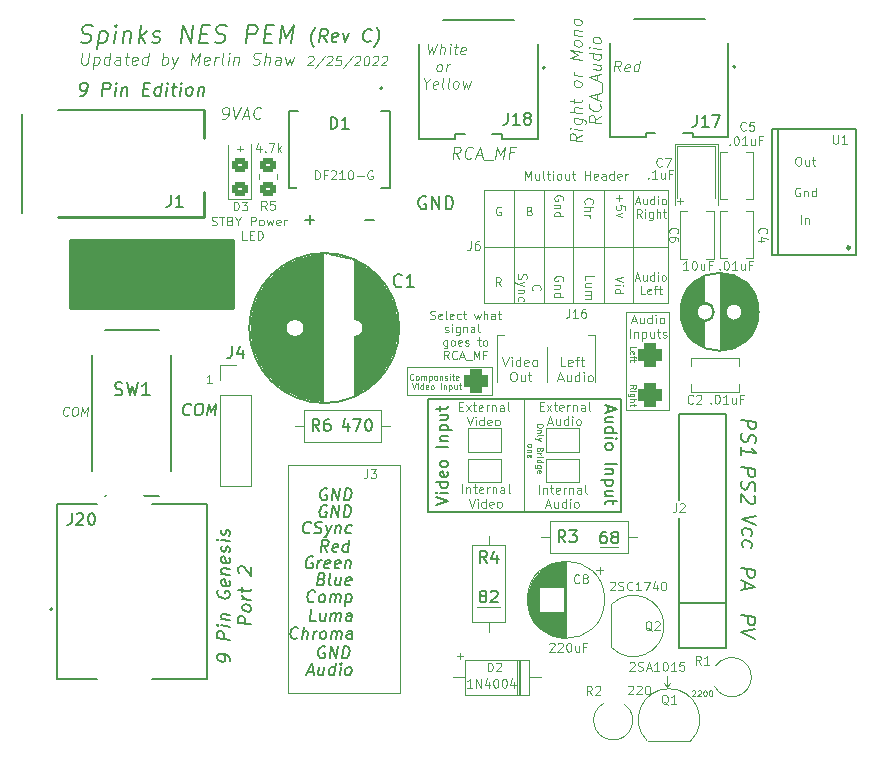
<source format=gto>
%TF.GenerationSoftware,KiCad,Pcbnew,(6.0.1)*%
%TF.CreationDate,2022-02-25T19:20:15-07:00*%
%TF.ProjectId,Power PCB Ver C -  TH - RF is 9 Pin Genesis Port,506f7765-7220-4504-9342-205665722043,rev?*%
%TF.SameCoordinates,Original*%
%TF.FileFunction,Legend,Top*%
%TF.FilePolarity,Positive*%
%FSLAX46Y46*%
G04 Gerber Fmt 4.6, Leading zero omitted, Abs format (unit mm)*
G04 Created by KiCad (PCBNEW (6.0.1)) date 2022-02-25 19:20:15*
%MOMM*%
%LPD*%
G01*
G04 APERTURE LIST*
G04 Aperture macros list*
%AMRoundRect*
0 Rectangle with rounded corners*
0 $1 Rounding radius*
0 $2 $3 $4 $5 $6 $7 $8 $9 X,Y pos of 4 corners*
0 Add a 4 corners polygon primitive as box body*
4,1,4,$2,$3,$4,$5,$6,$7,$8,$9,$2,$3,0*
0 Add four circle primitives for the rounded corners*
1,1,$1+$1,$2,$3*
1,1,$1+$1,$4,$5*
1,1,$1+$1,$6,$7*
1,1,$1+$1,$8,$9*
0 Add four rect primitives between the rounded corners*
20,1,$1+$1,$2,$3,$4,$5,0*
20,1,$1+$1,$4,$5,$6,$7,0*
20,1,$1+$1,$6,$7,$8,$9,0*
20,1,$1+$1,$8,$9,$2,$3,0*%
%AMOutline5P*
0 Free polygon, 5 corners , with rotation*
0 The origin of the aperture is its center*
0 number of corners: always 5*
0 $1 to $10 corner X, Y*
0 $11 Rotation angle, in degrees counterclockwise*
0 create outline with 5 corners*
4,1,5,$1,$2,$3,$4,$5,$6,$7,$8,$9,$10,$1,$2,$11*%
%AMOutline6P*
0 Free polygon, 6 corners , with rotation*
0 The origin of the aperture is its center*
0 number of corners: always 6*
0 $1 to $12 corner X, Y*
0 $13 Rotation angle, in degrees counterclockwise*
0 create outline with 6 corners*
4,1,6,$1,$2,$3,$4,$5,$6,$7,$8,$9,$10,$11,$12,$1,$2,$13*%
%AMOutline7P*
0 Free polygon, 7 corners , with rotation*
0 The origin of the aperture is its center*
0 number of corners: always 7*
0 $1 to $14 corner X, Y*
0 $15 Rotation angle, in degrees counterclockwise*
0 create outline with 7 corners*
4,1,7,$1,$2,$3,$4,$5,$6,$7,$8,$9,$10,$11,$12,$13,$14,$1,$2,$15*%
%AMOutline8P*
0 Free polygon, 8 corners , with rotation*
0 The origin of the aperture is its center*
0 number of corners: always 8*
0 $1 to $16 corner X, Y*
0 $17 Rotation angle, in degrees counterclockwise*
0 create outline with 8 corners*
4,1,8,$1,$2,$3,$4,$5,$6,$7,$8,$9,$10,$11,$12,$13,$14,$15,$16,$1,$2,$17*%
%AMFreePoly0*
4,1,6,1.000000,0.000000,0.500000,-0.750000,-0.500000,-0.750000,-0.500000,0.750000,0.500000,0.750000,1.000000,0.000000,1.000000,0.000000,$1*%
%AMFreePoly1*
4,1,6,0.500000,-0.750000,-0.650000,-0.750000,-0.150000,0.000000,-0.650000,0.750000,0.500000,0.750000,0.500000,-0.750000,0.500000,-0.750000,$1*%
G04 Aperture macros list end*
%ADD10C,0.120000*%
%ADD11C,0.000000*%
%ADD12C,0.254000*%
%ADD13C,0.200000*%
%ADD14C,0.100000*%
%ADD15C,0.150000*%
%ADD16C,0.075000*%
%ADD17C,0.250000*%
%ADD18C,0.127000*%
%ADD19C,1.600000*%
%ADD20O,1.600000X1.600000*%
%ADD21RoundRect,0.500000X-0.500000X-0.500000X0.500000X-0.500000X0.500000X0.500000X-0.500000X0.500000X0*%
%ADD22R,1.599997X1.700000*%
%ADD23C,1.700000*%
%ADD24R,1.700000X1.700000*%
%ADD25O,1.700000X1.700000*%
%ADD26Outline8P,-2.250000X1.125000X-1.125000X2.250000X1.125000X2.250000X2.250000X1.125000X2.250000X-1.125000X1.125000X-2.250000X-1.125000X-2.250000X-2.250000X-1.125000X0.000000*%
%ADD27Outline8P,-2.000000X1.000000X-1.000000X2.000000X1.000000X2.000000X2.000000X1.000000X2.000000X-1.000000X1.000000X-2.000000X-1.000000X-2.000000X-2.000000X-1.000000X0.000000*%
%ADD28FreePoly0,0.000000*%
%ADD29FreePoly1,0.000000*%
%ADD30R,2.000000X1.350000*%
%ADD31O,2.000000X1.350000*%
%ADD32R,1.508000X1.508000*%
%ADD33C,1.508000*%
%ADD34C,3.516000*%
%ADD35O,2.000000X4.000000*%
%ADD36R,1.050000X1.500000*%
%ADD37O,1.050000X1.500000*%
%ADD38RoundRect,0.250000X-0.450000X0.350000X-0.450000X-0.350000X0.450000X-0.350000X0.450000X0.350000X0*%
%ADD39R,1.600000X1.600000*%
%ADD40R,2.200000X2.200000*%
%ADD41O,2.200000X2.200000*%
%ADD42R,2.000000X2.000000*%
%ADD43C,2.000000*%
%ADD44O,3.900000X1.950000*%
%ADD45O,1.700000X3.400000*%
%ADD46C,3.500000*%
%ADD47R,1.500000X1.050000*%
%ADD48O,1.500000X1.050000*%
%ADD49C,3.200000*%
%ADD50Outline8P,-1.550000X0.775000X-0.775000X1.550000X0.775000X1.550000X1.550000X0.775000X1.550000X-0.775000X0.775000X-1.550000X-0.775000X-1.550000X-1.550000X-0.775000X90.000000*%
%ADD51C,1.400000*%
%ADD52C,2.800000*%
%ADD53C,1.300000*%
%ADD54Outline8P,-0.700000X0.350000X-0.350000X0.700000X0.350000X0.700000X0.700000X0.350000X0.700000X-0.350000X0.350000X-0.700000X-0.350000X-0.700000X-0.700000X-0.350000X270.000000*%
%ADD55Outline8P,-0.800000X0.400000X-0.400000X0.800000X0.400000X0.800000X0.800000X0.400000X0.800000X-0.400000X0.400000X-0.800000X-0.400000X-0.800000X-0.800000X-0.400000X270.000000*%
%ADD56Outline8P,-0.800000X0.400000X-0.400000X0.800000X0.400000X0.800000X0.800000X0.400000X0.800000X-0.400000X0.400000X-0.800000X-0.400000X-0.800000X-0.800000X-0.400000X90.000000*%
%ADD57RoundRect,0.250000X0.450000X-0.325000X0.450000X0.325000X-0.450000X0.325000X-0.450000X-0.325000X0*%
G04 APERTURE END LIST*
D10*
X154122350Y-105048600D02*
X154129850Y-107738600D01*
X143626100Y-129893600D02*
X134126100Y-129893600D01*
D11*
G36*
X115878734Y-91435546D02*
G01*
X129446609Y-91435546D01*
X129446609Y-91450408D01*
X129520914Y-91450408D01*
X129520914Y-91465270D01*
X129550635Y-91465270D01*
X129550635Y-91480129D01*
X129580358Y-91480129D01*
X129580358Y-91509852D01*
X129595217Y-91509852D01*
X129595217Y-91524711D01*
X129610079Y-91524711D01*
X129610079Y-91554434D01*
X129624940Y-91554434D01*
X129624940Y-97394712D01*
X129610079Y-97394712D01*
X129610079Y-97424435D01*
X129595217Y-97424435D01*
X129595217Y-97439296D01*
X129580358Y-97439296D01*
X129580358Y-97454155D01*
X129565497Y-97454155D01*
X129565497Y-97469017D01*
X129550635Y-97469017D01*
X129550635Y-97483878D01*
X129520914Y-97483878D01*
X129520914Y-97498737D01*
X129491191Y-97498737D01*
X129491191Y-97513600D01*
X115759847Y-97513600D01*
X115759847Y-97498737D01*
X115744988Y-97498737D01*
X115744988Y-97483878D01*
X115700404Y-97483878D01*
X115700404Y-97469017D01*
X115685545Y-97469017D01*
X115685545Y-97439296D01*
X115670683Y-97439296D01*
X115670683Y-97424435D01*
X115655822Y-97424435D01*
X115655822Y-97409573D01*
X115640963Y-97409573D01*
X115640963Y-97379853D01*
X115626100Y-97379853D01*
X115626100Y-91569293D01*
X115640963Y-91569293D01*
X115640963Y-91539572D01*
X115655822Y-91539572D01*
X115655822Y-91509852D01*
X115670683Y-91509852D01*
X115670683Y-91494990D01*
X115685545Y-91494990D01*
X115685545Y-91480129D01*
X115715265Y-91480129D01*
X115715265Y-91465270D01*
X115730127Y-91465270D01*
X115730127Y-91450408D01*
X115819291Y-91450408D01*
X115819291Y-91435546D01*
X115863873Y-91435546D01*
X115863873Y-91420685D01*
X115878734Y-91420685D01*
X115878734Y-91435546D01*
G37*
D10*
X144206100Y-102343600D02*
X151386100Y-102353600D01*
D11*
G36*
X170685300Y-100940600D02*
G01*
X170685300Y-100940600D01*
G75*
G03*
X169479780Y-100712525I-1J3299998D01*
G01*
X170685300Y-100940600D01*
G75*
G03*
X169479780Y-100712525I-1J3299998D01*
G01*
X170685300Y-100940600D01*
G75*
G03*
X169479780Y-100712525I-1J3299998D01*
G01*
X170685300Y-100940600D01*
G75*
G03*
X169479780Y-100712525I-1J3299998D01*
G01*
X169479781Y-100712523D01*
X169485300Y-100698457D01*
X169485300Y-98489292D01*
X169482450Y-98489291D01*
G75*
G03*
X169482449Y-96791909I-47150J848691D01*
G01*
X169482450Y-98489291D01*
G75*
G03*
X169482449Y-96791909I-47150J848691D01*
G01*
X169482450Y-98489291D01*
G75*
G03*
X169482449Y-96791909I-47150J848691D01*
G01*
X169482450Y-98489291D01*
G75*
G03*
X169482449Y-96791909I-47150J848691D01*
G01*
X169482450Y-98489291D01*
G75*
G03*
X169482449Y-96791909I-47150J848691D01*
G01*
X169482450Y-98489291D01*
G75*
G03*
X169482449Y-96791909I-47150J848691D01*
G01*
X169482450Y-98489291D01*
G75*
G03*
X169482449Y-96791909I-47150J848691D01*
G01*
X169482450Y-98489291D01*
G75*
G03*
X169482449Y-96791909I-47150J848691D01*
G01*
X169482450Y-98489291D01*
G75*
G03*
X169482449Y-96791909I-47150J848691D01*
G01*
X169482450Y-98489291D01*
G75*
G03*
X169482449Y-96791909I-47150J848691D01*
G01*
X169482450Y-98489291D01*
G75*
G03*
X169482449Y-96791909I-47150J848691D01*
G01*
X169482450Y-98489291D01*
G75*
G03*
X169482449Y-96791909I-47150J848691D01*
G01*
X169482450Y-98489291D01*
G75*
G03*
X169482449Y-96791909I-47150J848691D01*
G01*
X169482450Y-98489291D01*
G75*
G03*
X169482449Y-96791909I-47150J848691D01*
G01*
X169482450Y-98489291D01*
G75*
G03*
X169482449Y-96791909I-47150J848691D01*
G01*
X169482450Y-98489291D01*
G75*
G03*
X169482449Y-96791909I-47150J848691D01*
G01*
X169482450Y-96791906D01*
X169485300Y-96791906D01*
X169485300Y-94569099D01*
X169478696Y-94569101D01*
G75*
G03*
X170685300Y-94340600I1206599J-3071471D01*
G01*
X169478696Y-94569101D01*
G75*
G03*
X170685300Y-94340600I1206599J-3071471D01*
G01*
X169478696Y-94569101D01*
G75*
G03*
X170685300Y-94340600I1206599J-3071471D01*
G01*
X169478696Y-94569101D01*
G75*
G03*
X170685300Y-94340600I1206599J-3071471D01*
G01*
X169478696Y-94569101D01*
G75*
G03*
X170685300Y-94340600I1206599J-3071471D01*
G01*
X170685300Y-100940600D01*
G37*
D12*
X114626100Y-89634798D02*
X127050102Y-89634798D01*
D13*
X162359100Y-114593600D02*
X162359100Y-105043600D01*
D10*
X134126100Y-129893600D02*
X134126100Y-110643600D01*
X154129850Y-107738600D02*
X154126100Y-111553600D01*
D11*
G36*
X126756813Y-94957549D02*
G01*
X127975396Y-94957549D01*
X127975396Y-94972408D01*
X128005116Y-94972408D01*
X128005116Y-95002131D01*
X128019978Y-95002131D01*
X128019978Y-95031851D01*
X128034837Y-95031851D01*
X128034837Y-96413903D01*
X128019978Y-96413903D01*
X128019978Y-96443624D01*
X128005116Y-96443624D01*
X128005116Y-96458485D01*
X127990255Y-96458485D01*
X127990255Y-96473344D01*
X127975396Y-96473344D01*
X127975396Y-96488206D01*
X126563623Y-96488206D01*
X126563623Y-96473344D01*
X126548761Y-96473344D01*
X126548761Y-96458485D01*
X126519041Y-96458485D01*
X126519041Y-96428762D01*
X126504179Y-96428762D01*
X126504179Y-95002131D01*
X126519041Y-95002131D01*
X126519041Y-94987269D01*
X126533900Y-94987269D01*
X126533900Y-94972408D01*
X126563623Y-94972408D01*
X126563623Y-94957549D01*
X126727090Y-94957549D01*
X126727090Y-94942687D01*
X126756813Y-94942687D01*
X126756813Y-94957549D01*
G37*
D10*
X166486100Y-129083600D02*
X166256100Y-129363600D01*
X129076100Y-85203600D02*
X129080100Y-83481600D01*
D12*
X127050102Y-89634798D02*
X127050102Y-87480600D01*
D13*
X145976100Y-114593600D02*
X162359100Y-114593600D01*
D10*
X148716100Y-126538600D02*
X148716100Y-127013600D01*
X134126100Y-110643600D02*
X141126100Y-110643600D01*
D11*
G36*
X139718485Y-93289922D02*
G01*
X139718485Y-93289922D01*
G75*
G02*
X139728463Y-104732887I-2510384J-5723676D01*
G01*
X139718485Y-93289922D01*
G75*
G02*
X139728463Y-104732887I-2510384J-5723676D01*
G01*
X139718485Y-93289922D01*
G75*
G02*
X139728463Y-104732887I-2510384J-5723676D01*
G01*
X139718485Y-93289922D01*
G75*
G02*
X139728463Y-104732887I-2510384J-5723676D01*
G01*
X139718485Y-93289922D01*
G75*
G02*
X139728463Y-104732887I-2510384J-5723676D01*
G01*
X139718485Y-93289922D01*
G75*
G02*
X139728463Y-104732887I-2510384J-5723676D01*
G01*
X139718485Y-93289922D01*
G75*
G02*
X139728463Y-104732887I-2510384J-5723676D01*
G01*
X139718485Y-93289922D01*
G75*
G02*
X139728463Y-104732887I-2510384J-5723676D01*
G01*
X139718485Y-93289922D01*
G75*
G02*
X139728463Y-104732887I-2510384J-5723676D01*
G01*
X139718485Y-93289922D01*
G75*
G02*
X139728463Y-104732887I-2510384J-5723676D01*
G01*
X139718485Y-93289922D01*
G75*
G02*
X139728463Y-104732887I-2510384J-5723676D01*
G01*
X139718485Y-93289922D01*
G75*
G02*
X139728463Y-104732887I-2510384J-5723676D01*
G01*
X139718485Y-93289922D01*
G75*
G02*
X139728463Y-104732887I-2510384J-5723676D01*
G01*
X139718485Y-93289922D01*
G75*
G02*
X139728463Y-104732887I-2510384J-5723676D01*
G01*
X139718485Y-93289922D01*
G75*
G02*
X139728463Y-104732887I-2510384J-5723676D01*
G01*
X139718485Y-93289922D01*
G75*
G02*
X139728463Y-104732887I-2510384J-5723676D01*
G01*
X139718485Y-93289922D01*
G75*
G02*
X139728463Y-104732887I-2510384J-5723676D01*
G01*
X139718485Y-93289922D01*
G75*
G02*
X139728463Y-104732887I-2510384J-5723676D01*
G01*
X139718485Y-93289922D01*
G75*
G02*
X139728463Y-104732887I-2510384J-5723676D01*
G01*
X139718485Y-93289922D01*
G75*
G02*
X139728463Y-104732887I-2510384J-5723676D01*
G01*
X139718485Y-93289922D01*
G75*
G02*
X139728463Y-104732887I-2510384J-5723676D01*
G01*
X139718485Y-93289922D01*
G75*
G02*
X139728463Y-104732887I-2510384J-5723676D01*
G01*
X139718485Y-93289922D01*
G75*
G02*
X139728463Y-104732887I-2510384J-5723676D01*
G01*
X139718485Y-93289922D01*
G75*
G02*
X139728463Y-104732887I-2510384J-5723676D01*
G01*
X139718485Y-93289922D01*
G75*
G02*
X139728463Y-104732887I-2510384J-5723676D01*
G01*
X139718485Y-93289922D01*
G75*
G02*
X139728463Y-104732887I-2510384J-5723676D01*
G01*
X139718485Y-93289922D01*
G75*
G02*
X139728463Y-104732887I-2510384J-5723676D01*
G01*
X139718485Y-93289922D01*
G75*
G02*
X139728463Y-104732887I-2510384J-5723676D01*
G01*
X139718485Y-93289922D01*
G75*
G02*
X139728463Y-104732887I-2510384J-5723676D01*
G01*
X139718485Y-93289922D01*
G75*
G02*
X139728463Y-104732887I-2510384J-5723676D01*
G01*
X139728463Y-104732888D01*
X139708100Y-104713597D01*
X139708100Y-99919138D01*
G75*
G03*
X139708100Y-98108058I0J905540D01*
G01*
X139708100Y-99919138D01*
G75*
G03*
X139708100Y-98108058I0J905540D01*
G01*
X139708100Y-99919138D01*
G75*
G03*
X139708100Y-98108058I0J905540D01*
G01*
X139708100Y-99919138D01*
G75*
G03*
X139708100Y-98108058I0J905540D01*
G01*
X139708100Y-99919138D01*
G75*
G03*
X139708100Y-98108058I0J905540D01*
G01*
X139708100Y-99919138D01*
G75*
G03*
X139708100Y-98108058I0J905540D01*
G01*
X139708100Y-99919138D01*
G75*
G03*
X139708100Y-98108058I0J905540D01*
G01*
X139708100Y-99919138D01*
G75*
G03*
X139708100Y-98108058I0J905540D01*
G01*
X139708100Y-99919138D01*
G75*
G03*
X139708100Y-98108058I0J905540D01*
G01*
X139708100Y-99919138D01*
G75*
G03*
X139708100Y-98108058I0J905540D01*
G01*
X139708100Y-99919138D01*
G75*
G03*
X139708100Y-98108058I0J905540D01*
G01*
X139708100Y-99919138D01*
G75*
G03*
X139708100Y-98108058I0J905540D01*
G01*
X139708100Y-99919138D01*
G75*
G03*
X139708100Y-98108058I0J905540D01*
G01*
X139708100Y-99919138D01*
G75*
G03*
X139708100Y-98108058I0J905540D01*
G01*
X139708100Y-99919138D01*
G75*
G03*
X139708100Y-98108058I0J905540D01*
G01*
X139708100Y-99919138D01*
G75*
G03*
X139708100Y-98108058I0J905540D01*
G01*
X139708100Y-99919138D01*
G75*
G03*
X139708100Y-98108058I0J905540D01*
G01*
X139708100Y-93313600D01*
X139718485Y-93289922D01*
G37*
D10*
X166326100Y-105993600D02*
X162726100Y-105993600D01*
X151386100Y-102353600D02*
X151386100Y-104483600D01*
X160576100Y-117517600D02*
X162100100Y-117517600D01*
X141126100Y-110643600D02*
X143626100Y-110643600D01*
D11*
G36*
X169485300Y-96791906D02*
G01*
X169482450Y-96791909D01*
G75*
G02*
X169482449Y-98489291I-47150J-848691D01*
G01*
X169482450Y-96791909D01*
G75*
G02*
X169482449Y-98489291I-47150J-848691D01*
G01*
X169482450Y-96791909D01*
G75*
G02*
X169482449Y-98489291I-47150J-848691D01*
G01*
X169482450Y-96791909D01*
G75*
G02*
X169482449Y-98489291I-47150J-848691D01*
G01*
X169482450Y-96791909D01*
G75*
G02*
X169482449Y-98489291I-47150J-848691D01*
G01*
X169482450Y-96791909D01*
G75*
G02*
X169482449Y-98489291I-47150J-848691D01*
G01*
X169482450Y-96791909D01*
G75*
G02*
X169482449Y-98489291I-47150J-848691D01*
G01*
X169482450Y-96791909D01*
G75*
G02*
X169482449Y-98489291I-47150J-848691D01*
G01*
X169482450Y-96791909D01*
G75*
G02*
X169482449Y-98489291I-47150J-848691D01*
G01*
X169482450Y-96791909D01*
G75*
G02*
X169482449Y-98489291I-47150J-848691D01*
G01*
X169482450Y-96791909D01*
G75*
G02*
X169482449Y-98489291I-47150J-848691D01*
G01*
X169482450Y-96791909D01*
G75*
G02*
X169482449Y-98489291I-47150J-848691D01*
G01*
X169482450Y-96791909D01*
G75*
G02*
X169482449Y-98489291I-47150J-848691D01*
G01*
X169482450Y-96791909D01*
G75*
G02*
X169482449Y-98489291I-47150J-848691D01*
G01*
X169482450Y-96791909D01*
G75*
G02*
X169482449Y-98489291I-47150J-848691D01*
G01*
X169482450Y-96791909D01*
G75*
G02*
X169482449Y-98489291I-47150J-848691D01*
G01*
X169482450Y-96791909D01*
G75*
G02*
X169482449Y-98489291I-47150J-848691D01*
G01*
X169482450Y-98489292D01*
X169485300Y-98489292D01*
X169485300Y-100698457D01*
X169479780Y-100712525D01*
G75*
G03*
X169478696Y-94569101I1205520J3071925D01*
G01*
X169479780Y-100712525D01*
G75*
G03*
X169478696Y-94569101I1205520J3071925D01*
G01*
X169479780Y-100712525D01*
G75*
G03*
X169478696Y-94569101I1205520J3071925D01*
G01*
X169479780Y-100712525D01*
G75*
G03*
X169478696Y-94569101I1205520J3071925D01*
G01*
X169479780Y-100712525D01*
G75*
G03*
X169478696Y-94569101I1205520J3071925D01*
G01*
X169479780Y-100712525D01*
G75*
G03*
X169478696Y-94569101I1205520J3071925D01*
G01*
X169479780Y-100712525D01*
G75*
G03*
X169478696Y-94569101I1205520J3071925D01*
G01*
X169479780Y-100712525D01*
G75*
G03*
X169478696Y-94569101I1205520J3071925D01*
G01*
X169479780Y-100712525D01*
G75*
G03*
X169478696Y-94569101I1205520J3071925D01*
G01*
X169479780Y-100712525D01*
G75*
G03*
X169478696Y-94569101I1205520J3071925D01*
G01*
X169479780Y-100712525D01*
G75*
G03*
X169478696Y-94569101I1205520J3071925D01*
G01*
X169479780Y-100712525D01*
G75*
G03*
X169478696Y-94569101I1205520J3071925D01*
G01*
X169479780Y-100712525D01*
G75*
G03*
X169478696Y-94569101I1205520J3071925D01*
G01*
X169479780Y-100712525D01*
G75*
G03*
X169478696Y-94569101I1205520J3071925D01*
G01*
X169479780Y-100712525D01*
G75*
G03*
X169478696Y-94569101I1205520J3071925D01*
G01*
X169479780Y-100712525D01*
G75*
G03*
X169478696Y-94569101I1205520J3071925D01*
G01*
X169479780Y-100712525D01*
G75*
G03*
X169478696Y-94569101I1205520J3071925D01*
G01*
X169479780Y-100712525D01*
G75*
G03*
X169478696Y-94569101I1205520J3071925D01*
G01*
X169479780Y-100712525D01*
G75*
G03*
X169478696Y-94569101I1205520J3071925D01*
G01*
X169479780Y-100712525D01*
G75*
G03*
X169478696Y-94569101I1205520J3071925D01*
G01*
X169479780Y-100712525D01*
G75*
G03*
X169478696Y-94569101I1205520J3071925D01*
G01*
X169479780Y-100712525D01*
G75*
G03*
X169478696Y-94569101I1205520J3071925D01*
G01*
X169479780Y-100712525D01*
G75*
G03*
X169478696Y-94569101I1205520J3071925D01*
G01*
X169479780Y-100712525D01*
G75*
G03*
X169478696Y-94569101I1205520J3071925D01*
G01*
X169485300Y-94569099D01*
X169485300Y-96791906D01*
G37*
D10*
X148471100Y-126783600D02*
X148946100Y-126783600D01*
D11*
G36*
X124052152Y-93278281D02*
G01*
X124096737Y-93278281D01*
X124096737Y-93293142D01*
X124111596Y-93293142D01*
X124111596Y-93308004D01*
X124126457Y-93308004D01*
X124126457Y-93337725D01*
X124141319Y-93337725D01*
X124141319Y-93352586D01*
X124156178Y-93352586D01*
X124156178Y-93382307D01*
X124171039Y-93382307D01*
X124171039Y-93798409D01*
X124156178Y-93798409D01*
X124156178Y-93828130D01*
X124141319Y-93828130D01*
X124141319Y-93842992D01*
X124126457Y-93842992D01*
X124126457Y-93872712D01*
X124111596Y-93872712D01*
X124111596Y-93887574D01*
X124081875Y-93887574D01*
X124081875Y-93902433D01*
X124052152Y-93902433D01*
X124052152Y-93917294D01*
X120336963Y-93917294D01*
X120336963Y-93902433D01*
X120322100Y-93902433D01*
X120322100Y-93887574D01*
X120277519Y-93887574D01*
X120277519Y-93857851D01*
X120262660Y-93857851D01*
X120262660Y-93842992D01*
X120247799Y-93842992D01*
X120247799Y-93813268D01*
X120232937Y-93813268D01*
X120232937Y-93798409D01*
X120218076Y-93798409D01*
X120218076Y-93783548D01*
X120232937Y-93783548D01*
X120232937Y-93768686D01*
X120218076Y-93768686D01*
X120218076Y-93412027D01*
X120232937Y-93412027D01*
X120232937Y-93367445D01*
X120247799Y-93367445D01*
X120247799Y-93337725D01*
X120262660Y-93337725D01*
X120262660Y-93322863D01*
X120277519Y-93322863D01*
X120277519Y-93308004D01*
X120292381Y-93308004D01*
X120292381Y-93293142D01*
X120307242Y-93293142D01*
X120307242Y-93278281D01*
X120336963Y-93278281D01*
X120336963Y-93263422D01*
X124052152Y-93263422D01*
X124052152Y-93278281D01*
G37*
G36*
X123992711Y-94125346D02*
G01*
X124067014Y-94125346D01*
X124067014Y-94140205D01*
X124081875Y-94140205D01*
X124081875Y-94155066D01*
X124096737Y-94155066D01*
X124096737Y-94169928D01*
X124111596Y-94169928D01*
X124111596Y-94184789D01*
X124126457Y-94184789D01*
X124126457Y-94199648D01*
X124141319Y-94199648D01*
X124141319Y-94214510D01*
X124156178Y-94214510D01*
X124156178Y-94229371D01*
X124171039Y-94229371D01*
X124171039Y-94645471D01*
X124156178Y-94645471D01*
X124156178Y-94675192D01*
X124141319Y-94675192D01*
X124141319Y-94690054D01*
X124126457Y-94690054D01*
X124126457Y-94734636D01*
X124096737Y-94734636D01*
X124096737Y-94749497D01*
X124052152Y-94749497D01*
X124052152Y-94764359D01*
X124022432Y-94764359D01*
X124022432Y-94779218D01*
X120366683Y-94779218D01*
X120366683Y-94764359D01*
X120336963Y-94764359D01*
X120336963Y-94749497D01*
X120292381Y-94749497D01*
X120292381Y-94734636D01*
X120277519Y-94734636D01*
X120277519Y-94719777D01*
X120262660Y-94719777D01*
X120262660Y-94704915D01*
X120247799Y-94704915D01*
X120247799Y-94660333D01*
X120232937Y-94660333D01*
X120232937Y-94630610D01*
X120218076Y-94630610D01*
X120218076Y-94586028D01*
X120232937Y-94586028D01*
X120232937Y-94407700D01*
X120218076Y-94407700D01*
X120218076Y-94303674D01*
X120232937Y-94303674D01*
X120232937Y-94288812D01*
X120218076Y-94288812D01*
X120218076Y-94244230D01*
X120232937Y-94244230D01*
X120232937Y-94229371D01*
X120247799Y-94229371D01*
X120247799Y-94199648D01*
X120262660Y-94199648D01*
X120262660Y-94184789D01*
X120277519Y-94184789D01*
X120277519Y-94155066D01*
X120322100Y-94155066D01*
X120322100Y-94125346D01*
X120411265Y-94125346D01*
X120411265Y-94110484D01*
X123992711Y-94110484D01*
X123992711Y-94125346D01*
G37*
D13*
X111626100Y-89313600D02*
X111626100Y-80913600D01*
D10*
X130996100Y-85203600D02*
X130986100Y-83473600D01*
D11*
G36*
X137208100Y-92763598D02*
G01*
X137208100Y-92763598D01*
G75*
G03*
X139718485Y-93289922I0J-6249997D01*
G01*
X137208100Y-92763598D01*
G75*
G03*
X139718485Y-93289922I0J-6249997D01*
G01*
X137208100Y-92763598D01*
G75*
G03*
X139718485Y-93289922I0J-6249997D01*
G01*
X137208100Y-92763598D01*
G75*
G03*
X139718485Y-93289922I0J-6249997D01*
G01*
X137208100Y-92763598D01*
G75*
G03*
X139718485Y-93289922I0J-6249997D01*
G01*
X137208100Y-92763598D01*
G75*
G03*
X139718485Y-93289922I0J-6249997D01*
G01*
X139708100Y-93313600D01*
X139708100Y-98108058D01*
G75*
G02*
X139708100Y-99919138I0J-905540D01*
G01*
X139708100Y-98108058D01*
G75*
G02*
X139708100Y-99919138I0J-905540D01*
G01*
X139708100Y-98108058D01*
G75*
G02*
X139708100Y-99919138I0J-905540D01*
G01*
X139708100Y-98108058D01*
G75*
G02*
X139708100Y-99919138I0J-905540D01*
G01*
X139708100Y-98108058D01*
G75*
G02*
X139708100Y-99919138I0J-905540D01*
G01*
X139708100Y-98108058D01*
G75*
G02*
X139708100Y-99919138I0J-905540D01*
G01*
X139708100Y-98108058D01*
G75*
G02*
X139708100Y-99919138I0J-905540D01*
G01*
X139708100Y-98108058D01*
G75*
G02*
X139708100Y-99919138I0J-905540D01*
G01*
X139708100Y-98108058D01*
G75*
G02*
X139708100Y-99919138I0J-905540D01*
G01*
X139708100Y-98108058D01*
G75*
G02*
X139708100Y-99919138I0J-905540D01*
G01*
X139708100Y-98108058D01*
G75*
G02*
X139708100Y-99919138I0J-905540D01*
G01*
X139708100Y-98108058D01*
G75*
G02*
X139708100Y-99919138I0J-905540D01*
G01*
X139708100Y-98108058D01*
G75*
G02*
X139708100Y-99919138I0J-905540D01*
G01*
X139708100Y-98108058D01*
G75*
G02*
X139708100Y-99919138I0J-905540D01*
G01*
X139708100Y-98108058D01*
G75*
G02*
X139708100Y-99919138I0J-905540D01*
G01*
X139708100Y-98108058D01*
G75*
G02*
X139708100Y-99919138I0J-905540D01*
G01*
X139708100Y-98108058D01*
G75*
G02*
X139708100Y-99919138I0J-905540D01*
G01*
X139708100Y-104713597D01*
X139718486Y-104737274D01*
G75*
G03*
X137208100Y-105263598I-2510386J5723683D01*
G01*
X139718486Y-104737274D01*
G75*
G03*
X137208100Y-105263598I-2510386J5723683D01*
G01*
X139718486Y-104737274D01*
G75*
G03*
X137208100Y-105263598I-2510386J5723683D01*
G01*
X139718486Y-104737274D01*
G75*
G03*
X137208100Y-105263598I-2510386J5723683D01*
G01*
X139718486Y-104737274D01*
G75*
G03*
X137208100Y-105263598I-2510386J5723683D01*
G01*
X139718486Y-104737274D01*
G75*
G03*
X137208100Y-105263598I-2510386J5723683D01*
G01*
X139718486Y-104737274D01*
G75*
G03*
X137208100Y-105263598I-2510386J5723683D01*
G01*
X137208100Y-92763598D01*
G37*
D10*
X166236100Y-129363600D02*
X165986100Y-129083600D01*
X166236100Y-129363600D02*
X166486100Y-129083600D01*
X154126100Y-111553600D02*
X154126100Y-114422600D01*
X130093600Y-83568600D02*
X130093600Y-84043600D01*
X162726100Y-97693600D02*
X166426100Y-97693600D01*
X150126100Y-122593600D02*
X152076100Y-122593600D01*
X129848600Y-83813600D02*
X130323600Y-83813600D01*
D13*
X114626100Y-80592398D02*
X127050102Y-80592398D01*
X145976100Y-105043600D02*
X162359100Y-105043600D01*
D10*
X162726100Y-97693600D02*
X162726100Y-105993600D01*
D11*
G36*
X118494228Y-93857851D02*
G01*
X118509090Y-93857851D01*
X118509090Y-93902433D01*
X118523949Y-93902433D01*
X118523949Y-93917294D01*
X118509090Y-93917294D01*
X118509090Y-94615751D01*
X118523949Y-94615751D01*
X118523949Y-94630610D01*
X119148100Y-94630610D01*
X119148100Y-94645471D01*
X119207544Y-94645471D01*
X119207544Y-94630610D01*
X119237267Y-94630610D01*
X119237267Y-94645471D01*
X119296708Y-94645471D01*
X119296708Y-94675192D01*
X119311570Y-94675192D01*
X119311570Y-94690054D01*
X119326431Y-94690054D01*
X119326431Y-94704915D01*
X119311570Y-94704915D01*
X119311570Y-94734636D01*
X119326431Y-94734636D01*
X119326431Y-95284485D01*
X119311570Y-95284485D01*
X119311570Y-95299346D01*
X119326431Y-95299346D01*
X119326431Y-95329067D01*
X119311570Y-95329067D01*
X119311570Y-95358787D01*
X119296708Y-95358787D01*
X119296708Y-95403369D01*
X119252126Y-95403369D01*
X119252126Y-95418231D01*
X118523949Y-95418231D01*
X118523949Y-95433092D01*
X118509090Y-95433092D01*
X118509090Y-96131547D01*
X118523949Y-96131547D01*
X118523949Y-96161270D01*
X118509090Y-96161270D01*
X118509090Y-96190990D01*
X118494228Y-96190990D01*
X118494228Y-96205852D01*
X117780913Y-96205852D01*
X117780913Y-96190990D01*
X117751189Y-96190990D01*
X117751189Y-96131547D01*
X117736330Y-96131547D01*
X117736330Y-95477675D01*
X117751189Y-95477675D01*
X117751189Y-95447954D01*
X117736330Y-95447954D01*
X117736330Y-95418231D01*
X116993292Y-95418231D01*
X116993292Y-95403369D01*
X116978430Y-95403369D01*
X116978430Y-95388510D01*
X116963568Y-95388510D01*
X116963568Y-95373649D01*
X116948709Y-95373649D01*
X116948709Y-94675192D01*
X116963568Y-94675192D01*
X116963568Y-94645471D01*
X117023012Y-94645471D01*
X117023012Y-94630610D01*
X117736330Y-94630610D01*
X117736330Y-94615751D01*
X117751189Y-94615751D01*
X117751189Y-94600889D01*
X117736330Y-94600889D01*
X117736330Y-93902433D01*
X117751189Y-93902433D01*
X117751189Y-93857851D01*
X117780913Y-93857851D01*
X117780913Y-93842992D01*
X118494228Y-93842992D01*
X118494228Y-93857851D01*
G37*
D10*
X143626100Y-110643600D02*
X143626100Y-129893600D01*
X151386100Y-104643600D02*
X144206100Y-104643600D01*
X166426100Y-97693600D02*
X166426100Y-105993600D01*
D13*
X145976100Y-114593600D02*
X145976100Y-105043600D01*
D10*
X151386100Y-104503600D02*
X151386100Y-104643600D01*
D12*
X127050102Y-82908600D02*
X127050102Y-80592398D01*
D10*
X166236100Y-128453600D02*
X166236100Y-129363600D01*
D11*
G36*
X123962988Y-95002131D02*
G01*
X123977850Y-95002131D01*
X123977850Y-95016990D01*
X124052152Y-95016990D01*
X124052152Y-95031851D01*
X124067014Y-95031851D01*
X124067014Y-95046713D01*
X124096737Y-95046713D01*
X124096737Y-95076433D01*
X124111596Y-95076433D01*
X124111596Y-95091295D01*
X124126457Y-95091295D01*
X124126457Y-95135877D01*
X124141319Y-95135877D01*
X124141319Y-95150738D01*
X124126457Y-95150738D01*
X124126457Y-95180459D01*
X124141319Y-95180459D01*
X124141319Y-95210180D01*
X124156178Y-95210180D01*
X124156178Y-96250434D01*
X124141319Y-96250434D01*
X124141319Y-96265296D01*
X124126457Y-96265296D01*
X124126457Y-96354460D01*
X124111596Y-96354460D01*
X124111596Y-96369321D01*
X124096737Y-96369321D01*
X124096737Y-96384180D01*
X124081875Y-96384180D01*
X124081875Y-96399042D01*
X124052152Y-96399042D01*
X124052152Y-96413903D01*
X124037293Y-96413903D01*
X124037293Y-96428762D01*
X123977850Y-96428762D01*
X123977850Y-96443624D01*
X120411265Y-96443624D01*
X120411265Y-96428762D01*
X120351824Y-96428762D01*
X120351824Y-96413903D01*
X120336963Y-96413903D01*
X120336963Y-96399042D01*
X120322100Y-96399042D01*
X120322100Y-96384180D01*
X120307242Y-96384180D01*
X120307242Y-96369321D01*
X120292381Y-96369321D01*
X120292381Y-96354460D01*
X120277519Y-96354460D01*
X120277519Y-96324737D01*
X120262660Y-96324737D01*
X120262660Y-95106156D01*
X120277519Y-95106156D01*
X120277519Y-95091295D01*
X120292381Y-95091295D01*
X120292381Y-95046713D01*
X120322100Y-95046713D01*
X120322100Y-95031851D01*
X120351824Y-95031851D01*
X120351824Y-95016990D01*
X120381545Y-95016990D01*
X120381545Y-95002131D01*
X120396406Y-95002131D01*
X120396406Y-95016990D01*
X120426127Y-95016990D01*
X120426127Y-94987269D01*
X123962988Y-94987269D01*
X123962988Y-95002131D01*
G37*
G36*
X124943799Y-94957549D02*
G01*
X126162382Y-94957549D01*
X126162382Y-94972408D01*
X126177243Y-94972408D01*
X126177243Y-94987269D01*
X126192102Y-94987269D01*
X126192102Y-95061572D01*
X126206964Y-95061572D01*
X126206964Y-95150738D01*
X126221825Y-95150738D01*
X126221825Y-96384180D01*
X126206964Y-96384180D01*
X126206964Y-96399042D01*
X126192102Y-96399042D01*
X126192102Y-96458485D01*
X126177243Y-96458485D01*
X126177243Y-96473344D01*
X126147520Y-96473344D01*
X126147520Y-96488206D01*
X124735748Y-96488206D01*
X124735748Y-96473344D01*
X124720889Y-96473344D01*
X124720889Y-96458485D01*
X124706027Y-96458485D01*
X124706027Y-96443624D01*
X124691165Y-96443624D01*
X124691165Y-96428762D01*
X124676306Y-96428762D01*
X124676306Y-95016990D01*
X124691165Y-95016990D01*
X124691165Y-95002131D01*
X124706027Y-95002131D01*
X124706027Y-94972408D01*
X124720889Y-94972408D01*
X124720889Y-94957549D01*
X124884355Y-94957549D01*
X124884355Y-94942687D01*
X124943799Y-94942687D01*
X124943799Y-94957549D01*
G37*
D10*
X144206100Y-104643600D02*
X144206100Y-102343600D01*
D14*
X157618957Y-102249504D02*
X157238004Y-102249504D01*
X157238004Y-101449504D01*
X158190385Y-102211409D02*
X158114195Y-102249504D01*
X157961814Y-102249504D01*
X157885623Y-102211409D01*
X157847528Y-102135219D01*
X157847528Y-101830457D01*
X157885623Y-101754266D01*
X157961814Y-101716171D01*
X158114195Y-101716171D01*
X158190385Y-101754266D01*
X158228480Y-101830457D01*
X158228480Y-101906647D01*
X157847528Y-101982838D01*
X158457052Y-101716171D02*
X158761814Y-101716171D01*
X158571338Y-102249504D02*
X158571338Y-101563790D01*
X158609433Y-101487600D01*
X158685623Y-101449504D01*
X158761814Y-101449504D01*
X158914195Y-101716171D02*
X159218957Y-101716171D01*
X159028480Y-101449504D02*
X159028480Y-102135219D01*
X159066576Y-102211409D01*
X159142766Y-102249504D01*
X159218957Y-102249504D01*
X157009433Y-103308933D02*
X157390385Y-103308933D01*
X156933242Y-103537504D02*
X157199909Y-102737504D01*
X157466576Y-103537504D01*
X158076100Y-103004171D02*
X158076100Y-103537504D01*
X157733242Y-103004171D02*
X157733242Y-103423219D01*
X157771338Y-103499409D01*
X157847528Y-103537504D01*
X157961814Y-103537504D01*
X158038004Y-103499409D01*
X158076100Y-103461314D01*
X158799909Y-103537504D02*
X158799909Y-102737504D01*
X158799909Y-103499409D02*
X158723719Y-103537504D01*
X158571338Y-103537504D01*
X158495147Y-103499409D01*
X158457052Y-103461314D01*
X158418957Y-103385123D01*
X158418957Y-103156552D01*
X158457052Y-103080361D01*
X158495147Y-103042266D01*
X158571338Y-103004171D01*
X158723719Y-103004171D01*
X158799909Y-103042266D01*
X159180861Y-103537504D02*
X159180861Y-103004171D01*
X159180861Y-102737504D02*
X159142766Y-102775600D01*
X159180861Y-102813695D01*
X159218957Y-102775600D01*
X159180861Y-102737504D01*
X159180861Y-102813695D01*
X159676100Y-103537504D02*
X159599909Y-103499409D01*
X159561814Y-103461314D01*
X159523719Y-103385123D01*
X159523719Y-103156552D01*
X159561814Y-103080361D01*
X159599909Y-103042266D01*
X159676100Y-103004171D01*
X159790385Y-103004171D01*
X159866576Y-103042266D01*
X159904671Y-103080361D01*
X159942766Y-103156552D01*
X159942766Y-103385123D01*
X159904671Y-103461314D01*
X159866576Y-103499409D01*
X159790385Y-103537504D01*
X159676100Y-103537504D01*
D15*
X136303957Y-75210266D02*
X136258123Y-75157885D01*
X136173004Y-75000742D01*
X136133719Y-74895980D01*
X136100980Y-74738838D01*
X136081338Y-74476933D01*
X136107528Y-74267409D01*
X136192647Y-74005504D01*
X136264671Y-73848361D01*
X136330147Y-73743600D01*
X136454552Y-73586457D01*
X136513480Y-73534076D01*
X137403957Y-74791219D02*
X137102766Y-74267409D01*
X136775385Y-74791219D02*
X136912885Y-73691219D01*
X137331933Y-73691219D01*
X137430147Y-73743600D01*
X137475980Y-73795980D01*
X137515266Y-73900742D01*
X137495623Y-74057885D01*
X137430147Y-74162647D01*
X137371219Y-74215028D01*
X137259909Y-74267409D01*
X136840861Y-74267409D01*
X138300980Y-74738838D02*
X138189671Y-74791219D01*
X137980147Y-74791219D01*
X137881933Y-74738838D01*
X137842647Y-74634076D01*
X137895028Y-74215028D01*
X137960504Y-74110266D01*
X138071814Y-74057885D01*
X138281338Y-74057885D01*
X138379552Y-74110266D01*
X138418838Y-74215028D01*
X138405742Y-74319790D01*
X137868838Y-74424552D01*
X138805147Y-74057885D02*
X138975385Y-74791219D01*
X139328957Y-74057885D01*
X141136100Y-74686457D02*
X141077171Y-74738838D01*
X140913480Y-74791219D01*
X140808719Y-74791219D01*
X140658123Y-74738838D01*
X140566457Y-74634076D01*
X140527171Y-74529314D01*
X140500980Y-74319790D01*
X140520623Y-74162647D01*
X140599195Y-73953123D01*
X140664671Y-73848361D01*
X140782528Y-73743600D01*
X140946219Y-73691219D01*
X141050980Y-73691219D01*
X141201576Y-73743600D01*
X141247409Y-73795980D01*
X141437290Y-75210266D02*
X141496219Y-75157885D01*
X141620623Y-75000742D01*
X141686100Y-74895980D01*
X141758123Y-74738838D01*
X141843242Y-74476933D01*
X141869433Y-74267409D01*
X141849790Y-74005504D01*
X141817052Y-73848361D01*
X141777766Y-73743600D01*
X141692647Y-73586457D01*
X141646814Y-73534076D01*
D14*
X128583808Y-81305980D02*
X128774284Y-81305980D01*
X128875475Y-81258361D01*
X128929046Y-81210742D01*
X129042141Y-81067885D01*
X129113570Y-80877409D01*
X129161189Y-80496457D01*
X129125475Y-80401219D01*
X129083808Y-80353600D01*
X128994522Y-80305980D01*
X128804046Y-80305980D01*
X128702855Y-80353600D01*
X128649284Y-80401219D01*
X128589760Y-80496457D01*
X128559998Y-80734552D01*
X128595713Y-80829790D01*
X128637379Y-80877409D01*
X128726665Y-80925028D01*
X128917141Y-80925028D01*
X129018332Y-80877409D01*
X129071903Y-80829790D01*
X129131427Y-80734552D01*
X129470713Y-80305980D02*
X129679046Y-81305980D01*
X130137379Y-80305980D01*
X130333808Y-81020266D02*
X130809998Y-81020266D01*
X130202855Y-81305980D02*
X130661189Y-80305980D01*
X130869522Y-81305980D01*
X131786189Y-81210742D02*
X131732617Y-81258361D01*
X131583808Y-81305980D01*
X131488570Y-81305980D01*
X131351665Y-81258361D01*
X131268332Y-81163123D01*
X131232617Y-81067885D01*
X131208808Y-80877409D01*
X131226665Y-80734552D01*
X131298094Y-80544076D01*
X131357617Y-80448838D01*
X131464760Y-80353600D01*
X131613570Y-80305980D01*
X131708808Y-80305980D01*
X131845713Y-80353600D01*
X131887379Y-80401219D01*
D15*
X137438570Y-114083600D02*
X137349284Y-114035980D01*
X137206427Y-114035980D01*
X137057617Y-114083600D01*
X136950475Y-114178838D01*
X136890951Y-114274076D01*
X136819522Y-114464552D01*
X136801665Y-114607409D01*
X136825475Y-114797885D01*
X136861189Y-114893123D01*
X136944522Y-114988361D01*
X137081427Y-115035980D01*
X137176665Y-115035980D01*
X137325475Y-114988361D01*
X137379046Y-114940742D01*
X137420713Y-114607409D01*
X137230236Y-114607409D01*
X137795713Y-115035980D02*
X137920713Y-114035980D01*
X138367141Y-115035980D01*
X138492141Y-114035980D01*
X138843332Y-115035980D02*
X138968332Y-114035980D01*
X139206427Y-114035980D01*
X139343332Y-114083600D01*
X139426665Y-114178838D01*
X139462379Y-114274076D01*
X139486189Y-114464552D01*
X139468332Y-114607409D01*
X139396903Y-114797885D01*
X139337379Y-114893123D01*
X139230236Y-114988361D01*
X139081427Y-115035980D01*
X138843332Y-115035980D01*
D16*
X135863457Y-76056695D02*
X135906314Y-76018600D01*
X135987266Y-75980504D01*
X136177742Y-75980504D01*
X136249171Y-76018600D01*
X136282504Y-76056695D01*
X136311076Y-76132885D01*
X136301552Y-76209076D01*
X136249171Y-76323361D01*
X135734885Y-76780504D01*
X136230123Y-76780504D01*
X137249171Y-75942409D02*
X136434885Y-76970980D01*
X137463457Y-76056695D02*
X137506314Y-76018600D01*
X137587266Y-75980504D01*
X137777742Y-75980504D01*
X137849171Y-76018600D01*
X137882504Y-76056695D01*
X137911076Y-76132885D01*
X137901552Y-76209076D01*
X137849171Y-76323361D01*
X137334885Y-76780504D01*
X137830123Y-76780504D01*
X138653933Y-75980504D02*
X138272980Y-75980504D01*
X138187266Y-76361457D01*
X138230123Y-76323361D01*
X138311076Y-76285266D01*
X138501552Y-76285266D01*
X138572980Y-76323361D01*
X138606314Y-76361457D01*
X138634885Y-76437647D01*
X138611076Y-76628123D01*
X138563457Y-76704314D01*
X138520600Y-76742409D01*
X138439647Y-76780504D01*
X138249171Y-76780504D01*
X138177742Y-76742409D01*
X138144409Y-76704314D01*
X139611076Y-75942409D02*
X138796790Y-76970980D01*
X139825361Y-76056695D02*
X139868219Y-76018600D01*
X139949171Y-75980504D01*
X140139647Y-75980504D01*
X140211076Y-76018600D01*
X140244409Y-76056695D01*
X140272980Y-76132885D01*
X140263457Y-76209076D01*
X140211076Y-76323361D01*
X139696790Y-76780504D01*
X140192028Y-76780504D01*
X140787266Y-75980504D02*
X140863457Y-75980504D01*
X140934885Y-76018600D01*
X140968219Y-76056695D01*
X140996790Y-76132885D01*
X141015838Y-76285266D01*
X140992028Y-76475742D01*
X140934885Y-76628123D01*
X140887266Y-76704314D01*
X140844409Y-76742409D01*
X140763457Y-76780504D01*
X140687266Y-76780504D01*
X140615838Y-76742409D01*
X140582504Y-76704314D01*
X140553933Y-76628123D01*
X140534885Y-76475742D01*
X140558695Y-76285266D01*
X140615838Y-76132885D01*
X140663457Y-76056695D01*
X140706314Y-76018600D01*
X140787266Y-75980504D01*
X141349171Y-76056695D02*
X141392028Y-76018600D01*
X141472980Y-75980504D01*
X141663457Y-75980504D01*
X141734885Y-76018600D01*
X141768219Y-76056695D01*
X141796790Y-76132885D01*
X141787266Y-76209076D01*
X141734885Y-76323361D01*
X141220600Y-76780504D01*
X141715838Y-76780504D01*
X142111076Y-76056695D02*
X142153933Y-76018600D01*
X142234885Y-75980504D01*
X142425361Y-75980504D01*
X142496790Y-76018600D01*
X142530123Y-76056695D01*
X142558695Y-76132885D01*
X142549171Y-76209076D01*
X142496790Y-76323361D01*
X141982504Y-76780504D01*
X142477742Y-76780504D01*
D14*
X162937528Y-129354314D02*
X162973242Y-129318600D01*
X163044671Y-129282885D01*
X163223242Y-129282885D01*
X163294671Y-129318600D01*
X163330385Y-129354314D01*
X163366100Y-129425742D01*
X163366100Y-129497171D01*
X163330385Y-129604314D01*
X162901814Y-130032885D01*
X163366100Y-130032885D01*
X163651814Y-129354314D02*
X163687528Y-129318600D01*
X163758957Y-129282885D01*
X163937528Y-129282885D01*
X164008957Y-129318600D01*
X164044671Y-129354314D01*
X164080385Y-129425742D01*
X164080385Y-129497171D01*
X164044671Y-129604314D01*
X163616100Y-130032885D01*
X164080385Y-130032885D01*
X164544671Y-129282885D02*
X164616100Y-129282885D01*
X164687528Y-129318600D01*
X164723242Y-129354314D01*
X164758957Y-129425742D01*
X164794671Y-129568600D01*
X164794671Y-129747171D01*
X164758957Y-129890028D01*
X164723242Y-129961457D01*
X164687528Y-129997171D01*
X164616100Y-130032885D01*
X164544671Y-130032885D01*
X164473242Y-129997171D01*
X164437528Y-129961457D01*
X164401814Y-129890028D01*
X164366100Y-129747171D01*
X164366100Y-129568600D01*
X164401814Y-129425742D01*
X164437528Y-129354314D01*
X164473242Y-129318600D01*
X164544671Y-129282885D01*
X165785100Y-85273457D02*
X165749385Y-85309171D01*
X165642242Y-85344885D01*
X165570814Y-85344885D01*
X165463671Y-85309171D01*
X165392242Y-85237742D01*
X165356528Y-85166314D01*
X165320814Y-85023457D01*
X165320814Y-84916314D01*
X165356528Y-84773457D01*
X165392242Y-84702028D01*
X165463671Y-84630600D01*
X165570814Y-84594885D01*
X165642242Y-84594885D01*
X165749385Y-84630600D01*
X165785100Y-84666314D01*
X166035100Y-84594885D02*
X166535100Y-84594885D01*
X166213671Y-85344885D01*
X152152528Y-88768600D02*
X152081100Y-88732885D01*
X151973957Y-88732885D01*
X151866814Y-88768600D01*
X151795385Y-88840028D01*
X151759671Y-88911457D01*
X151723957Y-89054314D01*
X151723957Y-89161457D01*
X151759671Y-89304314D01*
X151795385Y-89375742D01*
X151866814Y-89447171D01*
X151973957Y-89482885D01*
X152045385Y-89482885D01*
X152152528Y-89447171D01*
X152188242Y-89411457D01*
X152188242Y-89161457D01*
X152045385Y-89161457D01*
X152158242Y-95482885D02*
X151908242Y-95125742D01*
X151729671Y-95482885D02*
X151729671Y-94732885D01*
X152015385Y-94732885D01*
X152086814Y-94768600D01*
X152122528Y-94804314D01*
X152158242Y-94875742D01*
X152158242Y-94982885D01*
X152122528Y-95054314D01*
X152086814Y-95090028D01*
X152015385Y-95125742D01*
X151729671Y-95125742D01*
X158998480Y-82634701D02*
X158522290Y-82908510D01*
X158998480Y-83206129D02*
X157998480Y-83081129D01*
X157998480Y-82700177D01*
X158046100Y-82610891D01*
X158093719Y-82569225D01*
X158188957Y-82533510D01*
X158331814Y-82551367D01*
X158427052Y-82610891D01*
X158474671Y-82664463D01*
X158522290Y-82765653D01*
X158522290Y-83146605D01*
X158998480Y-82206129D02*
X158331814Y-82122796D01*
X157998480Y-82081129D02*
X158046100Y-82134701D01*
X158093719Y-82093034D01*
X158046100Y-82039463D01*
X157998480Y-82081129D01*
X158093719Y-82093034D01*
X158331814Y-81218034D02*
X159141338Y-81319225D01*
X159236576Y-81378748D01*
X159284195Y-81432320D01*
X159331814Y-81533510D01*
X159331814Y-81676367D01*
X159284195Y-81765653D01*
X158950861Y-81295415D02*
X158998480Y-81396605D01*
X158998480Y-81587082D01*
X158950861Y-81676367D01*
X158903242Y-81718034D01*
X158808004Y-81753748D01*
X158522290Y-81718034D01*
X158427052Y-81658510D01*
X158379433Y-81604939D01*
X158331814Y-81503748D01*
X158331814Y-81313272D01*
X158379433Y-81223986D01*
X158998480Y-80825177D02*
X157998480Y-80700177D01*
X158998480Y-80396605D02*
X158474671Y-80331129D01*
X158379433Y-80366844D01*
X158331814Y-80456129D01*
X158331814Y-80598986D01*
X158379433Y-80700177D01*
X158427052Y-80753748D01*
X158331814Y-79979939D02*
X158331814Y-79598986D01*
X157998480Y-79795415D02*
X158855623Y-79902558D01*
X158950861Y-79866844D01*
X158998480Y-79777558D01*
X158998480Y-79682320D01*
X158998480Y-78444225D02*
X158950861Y-78533510D01*
X158903242Y-78575177D01*
X158808004Y-78610891D01*
X158522290Y-78575177D01*
X158427052Y-78515653D01*
X158379433Y-78462082D01*
X158331814Y-78360891D01*
X158331814Y-78218034D01*
X158379433Y-78128748D01*
X158427052Y-78087082D01*
X158522290Y-78051367D01*
X158808004Y-78087082D01*
X158903242Y-78146605D01*
X158950861Y-78200177D01*
X158998480Y-78301367D01*
X158998480Y-78444225D01*
X158998480Y-77682320D02*
X158331814Y-77598986D01*
X158522290Y-77622796D02*
X158427052Y-77563272D01*
X158379433Y-77509701D01*
X158331814Y-77408510D01*
X158331814Y-77313272D01*
X158998480Y-76301367D02*
X157998480Y-76176367D01*
X158712766Y-75932320D01*
X157998480Y-75509701D01*
X158998480Y-75634701D01*
X158998480Y-75015653D02*
X158950861Y-75104939D01*
X158903242Y-75146605D01*
X158808004Y-75182320D01*
X158522290Y-75146605D01*
X158427052Y-75087082D01*
X158379433Y-75033510D01*
X158331814Y-74932320D01*
X158331814Y-74789463D01*
X158379433Y-74700177D01*
X158427052Y-74658510D01*
X158522290Y-74622796D01*
X158808004Y-74658510D01*
X158903242Y-74718034D01*
X158950861Y-74771605D01*
X158998480Y-74872796D01*
X158998480Y-75015653D01*
X158331814Y-74170415D02*
X158998480Y-74253748D01*
X158427052Y-74182320D02*
X158379433Y-74128748D01*
X158331814Y-74027558D01*
X158331814Y-73884701D01*
X158379433Y-73795415D01*
X158474671Y-73759701D01*
X158998480Y-73825177D01*
X158998480Y-73206129D02*
X158950861Y-73295415D01*
X158903242Y-73337082D01*
X158808004Y-73372796D01*
X158522290Y-73337082D01*
X158427052Y-73277558D01*
X158379433Y-73223986D01*
X158331814Y-73122796D01*
X158331814Y-72979939D01*
X158379433Y-72890653D01*
X158427052Y-72848986D01*
X158522290Y-72813272D01*
X158808004Y-72848986D01*
X158903242Y-72908510D01*
X158950861Y-72962082D01*
X158998480Y-73063272D01*
X158998480Y-73206129D01*
X160608480Y-81087082D02*
X160132290Y-81360891D01*
X160608480Y-81658510D02*
X159608480Y-81533510D01*
X159608480Y-81152558D01*
X159656100Y-81063272D01*
X159703719Y-81021605D01*
X159798957Y-80985891D01*
X159941814Y-81003748D01*
X160037052Y-81063272D01*
X160084671Y-81116844D01*
X160132290Y-81218034D01*
X160132290Y-81598986D01*
X160513242Y-80075177D02*
X160560861Y-80128748D01*
X160608480Y-80277558D01*
X160608480Y-80372796D01*
X160560861Y-80509701D01*
X160465623Y-80593034D01*
X160370385Y-80628748D01*
X160179909Y-80652558D01*
X160037052Y-80634701D01*
X159846576Y-80563272D01*
X159751338Y-80503748D01*
X159656100Y-80396605D01*
X159608480Y-80247796D01*
X159608480Y-80152558D01*
X159656100Y-80015653D01*
X159703719Y-79973986D01*
X160322766Y-79670415D02*
X160322766Y-79194225D01*
X160608480Y-79801367D02*
X159608480Y-79343034D01*
X160608480Y-79134701D01*
X160703719Y-79051367D02*
X160703719Y-78289463D01*
X160322766Y-78051367D02*
X160322766Y-77575177D01*
X160608480Y-78182320D02*
X159608480Y-77723986D01*
X160608480Y-77515653D01*
X159941814Y-76670415D02*
X160608480Y-76753748D01*
X159941814Y-77098986D02*
X160465623Y-77164463D01*
X160560861Y-77128748D01*
X160608480Y-77039463D01*
X160608480Y-76896605D01*
X160560861Y-76795415D01*
X160513242Y-76741844D01*
X160608480Y-75848986D02*
X159608480Y-75723986D01*
X160560861Y-75843034D02*
X160608480Y-75944225D01*
X160608480Y-76134701D01*
X160560861Y-76223986D01*
X160513242Y-76265653D01*
X160418004Y-76301367D01*
X160132290Y-76265653D01*
X160037052Y-76206129D01*
X159989433Y-76152558D01*
X159941814Y-76051367D01*
X159941814Y-75860891D01*
X159989433Y-75771605D01*
X160608480Y-75372796D02*
X159941814Y-75289463D01*
X159608480Y-75247796D02*
X159656100Y-75301367D01*
X159703719Y-75259701D01*
X159656100Y-75206129D01*
X159608480Y-75247796D01*
X159703719Y-75259701D01*
X160608480Y-74753748D02*
X160560861Y-74843034D01*
X160513242Y-74884701D01*
X160418004Y-74920415D01*
X160132290Y-74884701D01*
X160037052Y-74825177D01*
X159989433Y-74771605D01*
X159941814Y-74670415D01*
X159941814Y-74527558D01*
X159989433Y-74438272D01*
X160037052Y-74396605D01*
X160132290Y-74360891D01*
X160418004Y-74396605D01*
X160513242Y-74456129D01*
X160560861Y-74509701D01*
X160608480Y-74610891D01*
X160608480Y-74753748D01*
D15*
X116544433Y-79341219D02*
X116753957Y-79341219D01*
X116865266Y-79288838D01*
X116924195Y-79236457D01*
X117048600Y-79079314D01*
X117127171Y-78869790D01*
X117179552Y-78450742D01*
X117140266Y-78345980D01*
X117094433Y-78293600D01*
X116996219Y-78241219D01*
X116786695Y-78241219D01*
X116675385Y-78293600D01*
X116616457Y-78345980D01*
X116550980Y-78450742D01*
X116518242Y-78712647D01*
X116557528Y-78817409D01*
X116603361Y-78869790D01*
X116701576Y-78922171D01*
X116911100Y-78922171D01*
X117022409Y-78869790D01*
X117081338Y-78817409D01*
X117146814Y-78712647D01*
X118377766Y-79341219D02*
X118515266Y-78241219D01*
X118934314Y-78241219D01*
X119032528Y-78293600D01*
X119078361Y-78345980D01*
X119117647Y-78450742D01*
X119098004Y-78607885D01*
X119032528Y-78712647D01*
X118973600Y-78765028D01*
X118862290Y-78817409D01*
X118443242Y-78817409D01*
X119477766Y-79341219D02*
X119569433Y-78607885D01*
X119615266Y-78241219D02*
X119556338Y-78293600D01*
X119602171Y-78345980D01*
X119661100Y-78293600D01*
X119615266Y-78241219D01*
X119602171Y-78345980D01*
X120093242Y-78607885D02*
X120001576Y-79341219D01*
X120080147Y-78712647D02*
X120139076Y-78660266D01*
X120250385Y-78607885D01*
X120407528Y-78607885D01*
X120505742Y-78660266D01*
X120545028Y-78765028D01*
X120473004Y-79341219D01*
X121906933Y-78765028D02*
X122273600Y-78765028D01*
X122358719Y-79341219D02*
X121834909Y-79341219D01*
X121972409Y-78241219D01*
X122496219Y-78241219D01*
X123301576Y-79341219D02*
X123439076Y-78241219D01*
X123308123Y-79288838D02*
X123196814Y-79341219D01*
X122987290Y-79341219D01*
X122889076Y-79288838D01*
X122843242Y-79236457D01*
X122803957Y-79131695D01*
X122843242Y-78817409D01*
X122908719Y-78712647D01*
X122967647Y-78660266D01*
X123078957Y-78607885D01*
X123288480Y-78607885D01*
X123386695Y-78660266D01*
X123825385Y-79341219D02*
X123917052Y-78607885D01*
X123962885Y-78241219D02*
X123903957Y-78293600D01*
X123949790Y-78345980D01*
X124008719Y-78293600D01*
X123962885Y-78241219D01*
X123949790Y-78345980D01*
X124283719Y-78607885D02*
X124702766Y-78607885D01*
X124486695Y-78241219D02*
X124368838Y-79184076D01*
X124408123Y-79288838D01*
X124506338Y-79341219D01*
X124611100Y-79341219D01*
X124977766Y-79341219D02*
X125069433Y-78607885D01*
X125115266Y-78241219D02*
X125056338Y-78293600D01*
X125102171Y-78345980D01*
X125161100Y-78293600D01*
X125115266Y-78241219D01*
X125102171Y-78345980D01*
X125658719Y-79341219D02*
X125560504Y-79288838D01*
X125514671Y-79236457D01*
X125475385Y-79131695D01*
X125514671Y-78817409D01*
X125580147Y-78712647D01*
X125639076Y-78660266D01*
X125750385Y-78607885D01*
X125907528Y-78607885D01*
X126005742Y-78660266D01*
X126051576Y-78712647D01*
X126090861Y-78817409D01*
X126051576Y-79131695D01*
X125986100Y-79236457D01*
X125927171Y-79288838D01*
X125815861Y-79341219D01*
X125658719Y-79341219D01*
X126588480Y-78607885D02*
X126496814Y-79341219D01*
X126575385Y-78712647D02*
X126634314Y-78660266D01*
X126745623Y-78607885D01*
X126902766Y-78607885D01*
X127000980Y-78660266D01*
X127040266Y-78765028D01*
X126968242Y-79341219D01*
D14*
X162262608Y-77284742D02*
X162016180Y-76856171D01*
X161748323Y-77284742D02*
X161860823Y-76384742D01*
X162203680Y-76384742D01*
X162284037Y-76427600D01*
X162321537Y-76470457D01*
X162353680Y-76556171D01*
X162337608Y-76684742D01*
X162284037Y-76770457D01*
X162235823Y-76813314D01*
X162144751Y-76856171D01*
X161801894Y-76856171D01*
X162996537Y-77241885D02*
X162905466Y-77284742D01*
X162734037Y-77284742D01*
X162653680Y-77241885D01*
X162621537Y-77156171D01*
X162664394Y-76813314D01*
X162717966Y-76727600D01*
X162809037Y-76684742D01*
X162980466Y-76684742D01*
X163060823Y-76727600D01*
X163092966Y-76813314D01*
X163082251Y-76899028D01*
X162642966Y-76984742D01*
X163805466Y-77284742D02*
X163917966Y-76384742D01*
X163810823Y-77241885D02*
X163719751Y-77284742D01*
X163548323Y-77284742D01*
X163467966Y-77241885D01*
X163430466Y-77199028D01*
X163398323Y-77113314D01*
X163430466Y-76856171D01*
X163484037Y-76770457D01*
X163532251Y-76727600D01*
X163623323Y-76684742D01*
X163794751Y-76684742D01*
X163875108Y-76727600D01*
X164638242Y-86289457D02*
X164673957Y-86325171D01*
X164638242Y-86360885D01*
X164602528Y-86325171D01*
X164638242Y-86289457D01*
X164638242Y-86360885D01*
X165388242Y-86360885D02*
X164959671Y-86360885D01*
X165173957Y-86360885D02*
X165173957Y-85610885D01*
X165102528Y-85718028D01*
X165031100Y-85789457D01*
X164959671Y-85825171D01*
X166031100Y-85860885D02*
X166031100Y-86360885D01*
X165709671Y-85860885D02*
X165709671Y-86253742D01*
X165745385Y-86325171D01*
X165816814Y-86360885D01*
X165923957Y-86360885D01*
X165995385Y-86325171D01*
X166031100Y-86289457D01*
X166638242Y-85968028D02*
X166388242Y-85968028D01*
X166388242Y-86360885D02*
X166388242Y-85610885D01*
X166745385Y-85610885D01*
D16*
X163099909Y-100848361D02*
X163099909Y-100610266D01*
X163599909Y-100610266D01*
X163123719Y-101205504D02*
X163099909Y-101157885D01*
X163099909Y-101062647D01*
X163123719Y-101015028D01*
X163171338Y-100991219D01*
X163361814Y-100991219D01*
X163409433Y-101015028D01*
X163433242Y-101062647D01*
X163433242Y-101157885D01*
X163409433Y-101205504D01*
X163361814Y-101229314D01*
X163314195Y-101229314D01*
X163266576Y-100991219D01*
X163433242Y-101372171D02*
X163433242Y-101562647D01*
X163099909Y-101443600D02*
X163528480Y-101443600D01*
X163576100Y-101467409D01*
X163599909Y-101515028D01*
X163599909Y-101562647D01*
X163433242Y-101657885D02*
X163433242Y-101848361D01*
X163599909Y-101729314D02*
X163171338Y-101729314D01*
X163123719Y-101753123D01*
X163099909Y-101800742D01*
X163099909Y-101848361D01*
D15*
X136469522Y-123815980D02*
X135993332Y-123815980D01*
X136118332Y-122815980D01*
X137314760Y-123149314D02*
X137231427Y-123815980D01*
X136886189Y-123149314D02*
X136820713Y-123673123D01*
X136856427Y-123768361D01*
X136945713Y-123815980D01*
X137088570Y-123815980D01*
X137189760Y-123768361D01*
X137243332Y-123720742D01*
X137707617Y-123815980D02*
X137790951Y-123149314D01*
X137779046Y-123244552D02*
X137832617Y-123196933D01*
X137933808Y-123149314D01*
X138076665Y-123149314D01*
X138165951Y-123196933D01*
X138201665Y-123292171D01*
X138136189Y-123815980D01*
X138201665Y-123292171D02*
X138261189Y-123196933D01*
X138362379Y-123149314D01*
X138505236Y-123149314D01*
X138594522Y-123196933D01*
X138630236Y-123292171D01*
X138564760Y-123815980D01*
X139469522Y-123815980D02*
X139534998Y-123292171D01*
X139499284Y-123196933D01*
X139409998Y-123149314D01*
X139219522Y-123149314D01*
X139118332Y-123196933D01*
X139475475Y-123768361D02*
X139374284Y-123815980D01*
X139136189Y-123815980D01*
X139046903Y-123768361D01*
X139011189Y-123673123D01*
X139023094Y-123577885D01*
X139082617Y-123482647D01*
X139183808Y-123435028D01*
X139421903Y-123435028D01*
X139523094Y-123387409D01*
D14*
X132809671Y-101464314D02*
X132845385Y-101428600D01*
X132916814Y-101392885D01*
X133095385Y-101392885D01*
X133166814Y-101428600D01*
X133202528Y-101464314D01*
X133238242Y-101535742D01*
X133238242Y-101607171D01*
X133202528Y-101714314D01*
X132773957Y-102142885D01*
X133238242Y-102142885D01*
X133523957Y-101464314D02*
X133559671Y-101428600D01*
X133631100Y-101392885D01*
X133809671Y-101392885D01*
X133881100Y-101428600D01*
X133916814Y-101464314D01*
X133952528Y-101535742D01*
X133952528Y-101607171D01*
X133916814Y-101714314D01*
X133488242Y-102142885D01*
X133952528Y-102142885D01*
X134416814Y-101392885D02*
X134488242Y-101392885D01*
X134559671Y-101428600D01*
X134595385Y-101464314D01*
X134631100Y-101535742D01*
X134666814Y-101678600D01*
X134666814Y-101857171D01*
X134631100Y-102000028D01*
X134595385Y-102071457D01*
X134559671Y-102107171D01*
X134488242Y-102142885D01*
X134416814Y-102142885D01*
X134345385Y-102107171D01*
X134309671Y-102071457D01*
X134273957Y-102000028D01*
X134238242Y-101857171D01*
X134238242Y-101678600D01*
X134273957Y-101535742D01*
X134309671Y-101464314D01*
X134345385Y-101428600D01*
X134416814Y-101392885D01*
X135131100Y-101392885D02*
X135202528Y-101392885D01*
X135273957Y-101428600D01*
X135309671Y-101464314D01*
X135345385Y-101535742D01*
X135381100Y-101678600D01*
X135381100Y-101857171D01*
X135345385Y-102000028D01*
X135309671Y-102071457D01*
X135273957Y-102107171D01*
X135202528Y-102142885D01*
X135131100Y-102142885D01*
X135059671Y-102107171D01*
X135023957Y-102071457D01*
X134988242Y-102000028D01*
X134952528Y-101857171D01*
X134952528Y-101678600D01*
X134988242Y-101535742D01*
X135023957Y-101464314D01*
X135059671Y-101428600D01*
X135131100Y-101392885D01*
X136023957Y-101642885D02*
X136023957Y-102142885D01*
X135702528Y-101642885D02*
X135702528Y-102035742D01*
X135738242Y-102107171D01*
X135809671Y-102142885D01*
X135916814Y-102142885D01*
X135988242Y-102107171D01*
X136023957Y-102071457D01*
X136631100Y-101750028D02*
X136381100Y-101750028D01*
X136381100Y-102142885D02*
X136381100Y-101392885D01*
X136738242Y-101392885D01*
X166498242Y-90988600D02*
X166462528Y-90952885D01*
X166426814Y-90845742D01*
X166426814Y-90774314D01*
X166462528Y-90667171D01*
X166533957Y-90595742D01*
X166605385Y-90560028D01*
X166748242Y-90524314D01*
X166855385Y-90524314D01*
X166998242Y-90560028D01*
X167069671Y-90595742D01*
X167141100Y-90667171D01*
X167176814Y-90774314D01*
X167176814Y-90845742D01*
X167141100Y-90952885D01*
X167105385Y-90988600D01*
X167176814Y-91631457D02*
X167176814Y-91488600D01*
X167141100Y-91417171D01*
X167105385Y-91381457D01*
X166998242Y-91310028D01*
X166855385Y-91274314D01*
X166569671Y-91274314D01*
X166498242Y-91310028D01*
X166462528Y-91345742D01*
X166426814Y-91417171D01*
X166426814Y-91560028D01*
X166462528Y-91631457D01*
X166498242Y-91667171D01*
X166569671Y-91702885D01*
X166748242Y-91702885D01*
X166819671Y-91667171D01*
X166855385Y-91631457D01*
X166891100Y-91560028D01*
X166891100Y-91417171D01*
X166855385Y-91345742D01*
X166819671Y-91310028D01*
X166748242Y-91274314D01*
X159286814Y-94986457D02*
X159286814Y-94629314D01*
X160036814Y-94629314D01*
X159786814Y-95557885D02*
X159286814Y-95557885D01*
X159786814Y-95236457D02*
X159393957Y-95236457D01*
X159322528Y-95272171D01*
X159286814Y-95343600D01*
X159286814Y-95450742D01*
X159322528Y-95522171D01*
X159358242Y-95557885D01*
X159286814Y-95915028D02*
X159786814Y-95915028D01*
X159715385Y-95915028D02*
X159751100Y-95950742D01*
X159786814Y-96022171D01*
X159786814Y-96129314D01*
X159751100Y-96200742D01*
X159679671Y-96236457D01*
X159286814Y-96236457D01*
X159679671Y-96236457D02*
X159751100Y-96272171D01*
X159786814Y-96343600D01*
X159786814Y-96450742D01*
X159751100Y-96522171D01*
X159679671Y-96557885D01*
X159286814Y-96557885D01*
D15*
X135994760Y-116300742D02*
X135941189Y-116348361D01*
X135792379Y-116395980D01*
X135697141Y-116395980D01*
X135560236Y-116348361D01*
X135476903Y-116253123D01*
X135441189Y-116157885D01*
X135417379Y-115967409D01*
X135435236Y-115824552D01*
X135506665Y-115634076D01*
X135566189Y-115538838D01*
X135673332Y-115443600D01*
X135822141Y-115395980D01*
X135917379Y-115395980D01*
X136054284Y-115443600D01*
X136095951Y-115491219D01*
X136369760Y-116348361D02*
X136506665Y-116395980D01*
X136744760Y-116395980D01*
X136845951Y-116348361D01*
X136899522Y-116300742D01*
X136959046Y-116205504D01*
X136970951Y-116110266D01*
X136935236Y-116015028D01*
X136893570Y-115967409D01*
X136804284Y-115919790D01*
X136619760Y-115872171D01*
X136530475Y-115824552D01*
X136488808Y-115776933D01*
X136453094Y-115681695D01*
X136464998Y-115586457D01*
X136524522Y-115491219D01*
X136578094Y-115443600D01*
X136679284Y-115395980D01*
X136917379Y-115395980D01*
X137054284Y-115443600D01*
X137351903Y-115729314D02*
X137506665Y-116395980D01*
X137828094Y-115729314D02*
X137506665Y-116395980D01*
X137381665Y-116634076D01*
X137328094Y-116681695D01*
X137226903Y-116729314D01*
X138209046Y-115729314D02*
X138125713Y-116395980D01*
X138197141Y-115824552D02*
X138250713Y-115776933D01*
X138351903Y-115729314D01*
X138494760Y-115729314D01*
X138584046Y-115776933D01*
X138619760Y-115872171D01*
X138554284Y-116395980D01*
X139464998Y-116348361D02*
X139363808Y-116395980D01*
X139173332Y-116395980D01*
X139084046Y-116348361D01*
X139042379Y-116300742D01*
X139006665Y-116205504D01*
X139042379Y-115919790D01*
X139101903Y-115824552D01*
X139155475Y-115776933D01*
X139256665Y-115729314D01*
X139447141Y-115729314D01*
X139536427Y-115776933D01*
D16*
X155702409Y-107226933D02*
X155702409Y-107322171D01*
X155678600Y-107369790D01*
X155630980Y-107417409D01*
X155535742Y-107441219D01*
X155369076Y-107441219D01*
X155273838Y-107417409D01*
X155226219Y-107369790D01*
X155202409Y-107322171D01*
X155202409Y-107226933D01*
X155226219Y-107179314D01*
X155273838Y-107131695D01*
X155369076Y-107107885D01*
X155535742Y-107107885D01*
X155630980Y-107131695D01*
X155678600Y-107179314D01*
X155702409Y-107226933D01*
X155535742Y-107655504D02*
X155202409Y-107655504D01*
X155488123Y-107655504D02*
X155511933Y-107679314D01*
X155535742Y-107726933D01*
X155535742Y-107798361D01*
X155511933Y-107845980D01*
X155464314Y-107869790D01*
X155202409Y-107869790D01*
X155202409Y-108179314D02*
X155226219Y-108131695D01*
X155273838Y-108107885D01*
X155702409Y-108107885D01*
X155535742Y-108322171D02*
X155202409Y-108441219D01*
X155535742Y-108560266D02*
X155202409Y-108441219D01*
X155083361Y-108393600D01*
X155059552Y-108369790D01*
X155035742Y-108322171D01*
X155464314Y-109298361D02*
X155440504Y-109369790D01*
X155416695Y-109393600D01*
X155369076Y-109417409D01*
X155297647Y-109417409D01*
X155250028Y-109393600D01*
X155226219Y-109369790D01*
X155202409Y-109322171D01*
X155202409Y-109131695D01*
X155702409Y-109131695D01*
X155702409Y-109298361D01*
X155678600Y-109345980D01*
X155654790Y-109369790D01*
X155607171Y-109393600D01*
X155559552Y-109393600D01*
X155511933Y-109369790D01*
X155488123Y-109345980D01*
X155464314Y-109298361D01*
X155464314Y-109131695D01*
X155202409Y-109631695D02*
X155535742Y-109631695D01*
X155440504Y-109631695D02*
X155488123Y-109655504D01*
X155511933Y-109679314D01*
X155535742Y-109726933D01*
X155535742Y-109774552D01*
X155202409Y-109941219D02*
X155535742Y-109941219D01*
X155702409Y-109941219D02*
X155678600Y-109917409D01*
X155654790Y-109941219D01*
X155678600Y-109965028D01*
X155702409Y-109941219D01*
X155654790Y-109941219D01*
X155202409Y-110393600D02*
X155702409Y-110393600D01*
X155226219Y-110393600D02*
X155202409Y-110345980D01*
X155202409Y-110250742D01*
X155226219Y-110203123D01*
X155250028Y-110179314D01*
X155297647Y-110155504D01*
X155440504Y-110155504D01*
X155488123Y-110179314D01*
X155511933Y-110203123D01*
X155535742Y-110250742D01*
X155535742Y-110345980D01*
X155511933Y-110393600D01*
X155535742Y-110845980D02*
X155130980Y-110845980D01*
X155083361Y-110822171D01*
X155059552Y-110798361D01*
X155035742Y-110750742D01*
X155035742Y-110679314D01*
X155059552Y-110631695D01*
X155226219Y-110845980D02*
X155202409Y-110798361D01*
X155202409Y-110703123D01*
X155226219Y-110655504D01*
X155250028Y-110631695D01*
X155297647Y-110607885D01*
X155440504Y-110607885D01*
X155488123Y-110631695D01*
X155511933Y-110655504D01*
X155535742Y-110703123D01*
X155535742Y-110798361D01*
X155511933Y-110845980D01*
X155226219Y-111274552D02*
X155202409Y-111226933D01*
X155202409Y-111131695D01*
X155226219Y-111084076D01*
X155273838Y-111060266D01*
X155464314Y-111060266D01*
X155511933Y-111084076D01*
X155535742Y-111131695D01*
X155535742Y-111226933D01*
X155511933Y-111274552D01*
X155464314Y-111298361D01*
X155416695Y-111298361D01*
X155369076Y-111060266D01*
X154397409Y-108917409D02*
X154421219Y-108869790D01*
X154445028Y-108845980D01*
X154492647Y-108822171D01*
X154635504Y-108822171D01*
X154683123Y-108845980D01*
X154706933Y-108869790D01*
X154730742Y-108917409D01*
X154730742Y-108988838D01*
X154706933Y-109036457D01*
X154683123Y-109060266D01*
X154635504Y-109084076D01*
X154492647Y-109084076D01*
X154445028Y-109060266D01*
X154421219Y-109036457D01*
X154397409Y-108988838D01*
X154397409Y-108917409D01*
X154730742Y-109298361D02*
X154397409Y-109298361D01*
X154683123Y-109298361D02*
X154706933Y-109322171D01*
X154730742Y-109369790D01*
X154730742Y-109441219D01*
X154706933Y-109488838D01*
X154659314Y-109512647D01*
X154397409Y-109512647D01*
X154421219Y-109941219D02*
X154397409Y-109893600D01*
X154397409Y-109798361D01*
X154421219Y-109750742D01*
X154468838Y-109726933D01*
X154659314Y-109726933D01*
X154706933Y-109750742D01*
X154730742Y-109798361D01*
X154730742Y-109893600D01*
X154706933Y-109941219D01*
X154659314Y-109965028D01*
X154611695Y-109965028D01*
X154564076Y-109726933D01*
D14*
X168431100Y-105361457D02*
X168395385Y-105397171D01*
X168288242Y-105432885D01*
X168216814Y-105432885D01*
X168109671Y-105397171D01*
X168038242Y-105325742D01*
X168002528Y-105254314D01*
X167966814Y-105111457D01*
X167966814Y-105004314D01*
X168002528Y-104861457D01*
X168038242Y-104790028D01*
X168109671Y-104718600D01*
X168216814Y-104682885D01*
X168288242Y-104682885D01*
X168395385Y-104718600D01*
X168431100Y-104754314D01*
X168716814Y-104754314D02*
X168752528Y-104718600D01*
X168823957Y-104682885D01*
X169002528Y-104682885D01*
X169073957Y-104718600D01*
X169109671Y-104754314D01*
X169145385Y-104825742D01*
X169145385Y-104897171D01*
X169109671Y-105004314D01*
X168681100Y-105432885D01*
X169145385Y-105432885D01*
D15*
X136351427Y-122130742D02*
X136297855Y-122178361D01*
X136149046Y-122225980D01*
X136053808Y-122225980D01*
X135916903Y-122178361D01*
X135833570Y-122083123D01*
X135797855Y-121987885D01*
X135774046Y-121797409D01*
X135791903Y-121654552D01*
X135863332Y-121464076D01*
X135922855Y-121368838D01*
X136029998Y-121273600D01*
X136178808Y-121225980D01*
X136274046Y-121225980D01*
X136410951Y-121273600D01*
X136452617Y-121321219D01*
X136910951Y-122225980D02*
X136821665Y-122178361D01*
X136779998Y-122130742D01*
X136744284Y-122035504D01*
X136779998Y-121749790D01*
X136839522Y-121654552D01*
X136893094Y-121606933D01*
X136994284Y-121559314D01*
X137137141Y-121559314D01*
X137226427Y-121606933D01*
X137268094Y-121654552D01*
X137303808Y-121749790D01*
X137268094Y-122035504D01*
X137208570Y-122130742D01*
X137154998Y-122178361D01*
X137053808Y-122225980D01*
X136910951Y-122225980D01*
X137672855Y-122225980D02*
X137756189Y-121559314D01*
X137744284Y-121654552D02*
X137797855Y-121606933D01*
X137899046Y-121559314D01*
X138041903Y-121559314D01*
X138131189Y-121606933D01*
X138166903Y-121702171D01*
X138101427Y-122225980D01*
X138166903Y-121702171D02*
X138226427Y-121606933D01*
X138327617Y-121559314D01*
X138470475Y-121559314D01*
X138559760Y-121606933D01*
X138595475Y-121702171D01*
X138529998Y-122225980D01*
X139089522Y-121559314D02*
X138964522Y-122559314D01*
X139083570Y-121606933D02*
X139184760Y-121559314D01*
X139375236Y-121559314D01*
X139464522Y-121606933D01*
X139506189Y-121654552D01*
X139541903Y-121749790D01*
X139506189Y-122035504D01*
X139446665Y-122130742D01*
X139393094Y-122178361D01*
X139291903Y-122225980D01*
X139101427Y-122225980D01*
X139012141Y-122178361D01*
D14*
X171551100Y-83451457D02*
X171586814Y-83487171D01*
X171551100Y-83522885D01*
X171515385Y-83487171D01*
X171551100Y-83451457D01*
X171551100Y-83522885D01*
X172051100Y-82772885D02*
X172122528Y-82772885D01*
X172193957Y-82808600D01*
X172229671Y-82844314D01*
X172265385Y-82915742D01*
X172301100Y-83058600D01*
X172301100Y-83237171D01*
X172265385Y-83380028D01*
X172229671Y-83451457D01*
X172193957Y-83487171D01*
X172122528Y-83522885D01*
X172051100Y-83522885D01*
X171979671Y-83487171D01*
X171943957Y-83451457D01*
X171908242Y-83380028D01*
X171872528Y-83237171D01*
X171872528Y-83058600D01*
X171908242Y-82915742D01*
X171943957Y-82844314D01*
X171979671Y-82808600D01*
X172051100Y-82772885D01*
X173015385Y-83522885D02*
X172586814Y-83522885D01*
X172801100Y-83522885D02*
X172801100Y-82772885D01*
X172729671Y-82880028D01*
X172658242Y-82951457D01*
X172586814Y-82987171D01*
X173658242Y-83022885D02*
X173658242Y-83522885D01*
X173336814Y-83022885D02*
X173336814Y-83415742D01*
X173372528Y-83487171D01*
X173443957Y-83522885D01*
X173551100Y-83522885D01*
X173622528Y-83487171D01*
X173658242Y-83451457D01*
X174265385Y-83130028D02*
X174015385Y-83130028D01*
X174015385Y-83522885D02*
X174015385Y-82772885D01*
X174372528Y-82772885D01*
X127683528Y-90293421D02*
X127790671Y-90329135D01*
X127969242Y-90329135D01*
X128040671Y-90293421D01*
X128076385Y-90257707D01*
X128112100Y-90186278D01*
X128112100Y-90114850D01*
X128076385Y-90043421D01*
X128040671Y-90007707D01*
X127969242Y-89971992D01*
X127826385Y-89936278D01*
X127754957Y-89900564D01*
X127719242Y-89864850D01*
X127683528Y-89793421D01*
X127683528Y-89721992D01*
X127719242Y-89650564D01*
X127754957Y-89614850D01*
X127826385Y-89579135D01*
X128004957Y-89579135D01*
X128112100Y-89614850D01*
X128326385Y-89579135D02*
X128754957Y-89579135D01*
X128540671Y-90329135D02*
X128540671Y-89579135D01*
X129254957Y-89936278D02*
X129362100Y-89971992D01*
X129397814Y-90007707D01*
X129433528Y-90079135D01*
X129433528Y-90186278D01*
X129397814Y-90257707D01*
X129362100Y-90293421D01*
X129290671Y-90329135D01*
X129004957Y-90329135D01*
X129004957Y-89579135D01*
X129254957Y-89579135D01*
X129326385Y-89614850D01*
X129362100Y-89650564D01*
X129397814Y-89721992D01*
X129397814Y-89793421D01*
X129362100Y-89864850D01*
X129326385Y-89900564D01*
X129254957Y-89936278D01*
X129004957Y-89936278D01*
X129897814Y-89971992D02*
X129897814Y-90329135D01*
X129647814Y-89579135D02*
X129897814Y-89971992D01*
X130147814Y-89579135D01*
X130969242Y-90329135D02*
X130969242Y-89579135D01*
X131254957Y-89579135D01*
X131326385Y-89614850D01*
X131362100Y-89650564D01*
X131397814Y-89721992D01*
X131397814Y-89829135D01*
X131362100Y-89900564D01*
X131326385Y-89936278D01*
X131254957Y-89971992D01*
X130969242Y-89971992D01*
X131826385Y-90329135D02*
X131754957Y-90293421D01*
X131719242Y-90257707D01*
X131683528Y-90186278D01*
X131683528Y-89971992D01*
X131719242Y-89900564D01*
X131754957Y-89864850D01*
X131826385Y-89829135D01*
X131933528Y-89829135D01*
X132004957Y-89864850D01*
X132040671Y-89900564D01*
X132076385Y-89971992D01*
X132076385Y-90186278D01*
X132040671Y-90257707D01*
X132004957Y-90293421D01*
X131933528Y-90329135D01*
X131826385Y-90329135D01*
X132326385Y-89829135D02*
X132469242Y-90329135D01*
X132612100Y-89971992D01*
X132754957Y-90329135D01*
X132897814Y-89829135D01*
X133469242Y-90293421D02*
X133397814Y-90329135D01*
X133254957Y-90329135D01*
X133183528Y-90293421D01*
X133147814Y-90221992D01*
X133147814Y-89936278D01*
X133183528Y-89864850D01*
X133254957Y-89829135D01*
X133397814Y-89829135D01*
X133469242Y-89864850D01*
X133504957Y-89936278D01*
X133504957Y-90007707D01*
X133147814Y-90079135D01*
X133826385Y-90329135D02*
X133826385Y-89829135D01*
X133826385Y-89971992D02*
X133862100Y-89900564D01*
X133897814Y-89864850D01*
X133969242Y-89829135D01*
X134040671Y-89829135D01*
X130629957Y-91536635D02*
X130272814Y-91536635D01*
X130272814Y-90786635D01*
X130879957Y-91143778D02*
X131129957Y-91143778D01*
X131237100Y-91536635D02*
X130879957Y-91536635D01*
X130879957Y-90786635D01*
X131237100Y-90786635D01*
X131558528Y-91536635D02*
X131558528Y-90786635D01*
X131737100Y-90786635D01*
X131844242Y-90822350D01*
X131915671Y-90893778D01*
X131951385Y-90965207D01*
X131987100Y-91108064D01*
X131987100Y-91215207D01*
X131951385Y-91358064D01*
X131915671Y-91429492D01*
X131844242Y-91500921D01*
X131737100Y-91536635D01*
X131558528Y-91536635D01*
X157401100Y-88211457D02*
X157436814Y-88140028D01*
X157436814Y-88032885D01*
X157401100Y-87925742D01*
X157329671Y-87854314D01*
X157258242Y-87818600D01*
X157115385Y-87782885D01*
X157008242Y-87782885D01*
X156865385Y-87818600D01*
X156793957Y-87854314D01*
X156722528Y-87925742D01*
X156686814Y-88032885D01*
X156686814Y-88104314D01*
X156722528Y-88211457D01*
X156758242Y-88247171D01*
X157008242Y-88247171D01*
X157008242Y-88104314D01*
X157186814Y-88568600D02*
X156686814Y-88568600D01*
X157115385Y-88568600D02*
X157151100Y-88604314D01*
X157186814Y-88675742D01*
X157186814Y-88782885D01*
X157151100Y-88854314D01*
X157079671Y-88890028D01*
X156686814Y-88890028D01*
X156686814Y-89568600D02*
X157436814Y-89568600D01*
X156722528Y-89568600D02*
X156686814Y-89497171D01*
X156686814Y-89354314D01*
X156722528Y-89282885D01*
X156758242Y-89247171D01*
X156829671Y-89211457D01*
X157043957Y-89211457D01*
X157115385Y-89247171D01*
X157151100Y-89282885D01*
X157186814Y-89354314D01*
X157186814Y-89497171D01*
X157151100Y-89568600D01*
D15*
X146682230Y-113955266D02*
X147682230Y-113621933D01*
X146682230Y-113288600D01*
X147682230Y-112955266D02*
X147015564Y-112955266D01*
X146682230Y-112955266D02*
X146729850Y-113002885D01*
X146777469Y-112955266D01*
X146729850Y-112907647D01*
X146682230Y-112955266D01*
X146777469Y-112955266D01*
X147682230Y-112050504D02*
X146682230Y-112050504D01*
X147634611Y-112050504D02*
X147682230Y-112145742D01*
X147682230Y-112336219D01*
X147634611Y-112431457D01*
X147586992Y-112479076D01*
X147491754Y-112526695D01*
X147206040Y-112526695D01*
X147110802Y-112479076D01*
X147063183Y-112431457D01*
X147015564Y-112336219D01*
X147015564Y-112145742D01*
X147063183Y-112050504D01*
X147634611Y-111193361D02*
X147682230Y-111288600D01*
X147682230Y-111479076D01*
X147634611Y-111574314D01*
X147539373Y-111621933D01*
X147158421Y-111621933D01*
X147063183Y-111574314D01*
X147015564Y-111479076D01*
X147015564Y-111288600D01*
X147063183Y-111193361D01*
X147158421Y-111145742D01*
X147253659Y-111145742D01*
X147348897Y-111621933D01*
X147682230Y-110574314D02*
X147634611Y-110669552D01*
X147586992Y-110717171D01*
X147491754Y-110764790D01*
X147206040Y-110764790D01*
X147110802Y-110717171D01*
X147063183Y-110669552D01*
X147015564Y-110574314D01*
X147015564Y-110431457D01*
X147063183Y-110336219D01*
X147110802Y-110288600D01*
X147206040Y-110240980D01*
X147491754Y-110240980D01*
X147586992Y-110288600D01*
X147634611Y-110336219D01*
X147682230Y-110431457D01*
X147682230Y-110574314D01*
X147682230Y-109050504D02*
X146682230Y-109050504D01*
X147015564Y-108574314D02*
X147682230Y-108574314D01*
X147110802Y-108574314D02*
X147063183Y-108526695D01*
X147015564Y-108431457D01*
X147015564Y-108288600D01*
X147063183Y-108193361D01*
X147158421Y-108145742D01*
X147682230Y-108145742D01*
X147015564Y-107669552D02*
X148015564Y-107669552D01*
X147063183Y-107669552D02*
X147015564Y-107574314D01*
X147015564Y-107383838D01*
X147063183Y-107288600D01*
X147110802Y-107240980D01*
X147206040Y-107193361D01*
X147491754Y-107193361D01*
X147586992Y-107240980D01*
X147634611Y-107288600D01*
X147682230Y-107383838D01*
X147682230Y-107574314D01*
X147634611Y-107669552D01*
X147015564Y-106336219D02*
X147682230Y-106336219D01*
X147015564Y-106764790D02*
X147539373Y-106764790D01*
X147634611Y-106717171D01*
X147682230Y-106621933D01*
X147682230Y-106479076D01*
X147634611Y-106383838D01*
X147586992Y-106336219D01*
X147015564Y-106002885D02*
X147015564Y-105621933D01*
X146682230Y-105860028D02*
X147539373Y-105860028D01*
X147634611Y-105812409D01*
X147682230Y-105717171D01*
X147682230Y-105621933D01*
X129238219Y-127222739D02*
X129238219Y-127013216D01*
X129185838Y-126901906D01*
X129133457Y-126842977D01*
X128976314Y-126718573D01*
X128766790Y-126640001D01*
X128347742Y-126587620D01*
X128242980Y-126626906D01*
X128190600Y-126672739D01*
X128138219Y-126770954D01*
X128138219Y-126980477D01*
X128190600Y-127091787D01*
X128242980Y-127150716D01*
X128347742Y-127216192D01*
X128609647Y-127248930D01*
X128714409Y-127209644D01*
X128766790Y-127163811D01*
X128819171Y-127065597D01*
X128819171Y-126856073D01*
X128766790Y-126744763D01*
X128714409Y-126685835D01*
X128609647Y-126620358D01*
X129238219Y-125389406D02*
X128138219Y-125251906D01*
X128138219Y-124832858D01*
X128190600Y-124734644D01*
X128242980Y-124688811D01*
X128347742Y-124649525D01*
X128504885Y-124669168D01*
X128609647Y-124734644D01*
X128662028Y-124793573D01*
X128714409Y-124904882D01*
X128714409Y-125323930D01*
X129238219Y-124289406D02*
X128504885Y-124197739D01*
X128138219Y-124151906D02*
X128190600Y-124210835D01*
X128242980Y-124165001D01*
X128190600Y-124106073D01*
X128138219Y-124151906D01*
X128242980Y-124165001D01*
X128504885Y-123673930D02*
X129238219Y-123765597D01*
X128609647Y-123687025D02*
X128557266Y-123628097D01*
X128504885Y-123516787D01*
X128504885Y-123359644D01*
X128557266Y-123261430D01*
X128662028Y-123222144D01*
X129238219Y-123294168D01*
X128190600Y-121225120D02*
X128138219Y-121323335D01*
X128138219Y-121480477D01*
X128190600Y-121644168D01*
X128295361Y-121762025D01*
X128400123Y-121827501D01*
X128609647Y-121906073D01*
X128766790Y-121925716D01*
X128976314Y-121899525D01*
X129081076Y-121860239D01*
X129185838Y-121768573D01*
X129238219Y-121617977D01*
X129238219Y-121513216D01*
X129185838Y-121349525D01*
X129133457Y-121290597D01*
X128766790Y-121244763D01*
X128766790Y-121454287D01*
X129185838Y-120406668D02*
X129238219Y-120517977D01*
X129238219Y-120727501D01*
X129185838Y-120825716D01*
X129081076Y-120865001D01*
X128662028Y-120812620D01*
X128557266Y-120747144D01*
X128504885Y-120635835D01*
X128504885Y-120426311D01*
X128557266Y-120328097D01*
X128662028Y-120288811D01*
X128766790Y-120301906D01*
X128871552Y-120838811D01*
X128504885Y-119797739D02*
X129238219Y-119889406D01*
X128609647Y-119810835D02*
X128557266Y-119751906D01*
X128504885Y-119640597D01*
X128504885Y-119483454D01*
X128557266Y-119385239D01*
X128662028Y-119345954D01*
X129238219Y-119417977D01*
X129185838Y-118468573D02*
X129238219Y-118579882D01*
X129238219Y-118789406D01*
X129185838Y-118887620D01*
X129081076Y-118926906D01*
X128662028Y-118874525D01*
X128557266Y-118809049D01*
X128504885Y-118697739D01*
X128504885Y-118488216D01*
X128557266Y-118390001D01*
X128662028Y-118350716D01*
X128766790Y-118363811D01*
X128871552Y-118900716D01*
X129185838Y-117997144D02*
X129238219Y-117898930D01*
X129238219Y-117689406D01*
X129185838Y-117578097D01*
X129081076Y-117512620D01*
X129028695Y-117506073D01*
X128923933Y-117545358D01*
X128871552Y-117643573D01*
X128871552Y-117800716D01*
X128819171Y-117898930D01*
X128714409Y-117938216D01*
X128662028Y-117931668D01*
X128557266Y-117866192D01*
X128504885Y-117754882D01*
X128504885Y-117597739D01*
X128557266Y-117499525D01*
X129238219Y-117060835D02*
X128504885Y-116969168D01*
X128138219Y-116923335D02*
X128190600Y-116982263D01*
X128242980Y-116936430D01*
X128190600Y-116877501D01*
X128138219Y-116923335D01*
X128242980Y-116936430D01*
X129185838Y-116582858D02*
X129238219Y-116484644D01*
X129238219Y-116275120D01*
X129185838Y-116163811D01*
X129081076Y-116098335D01*
X129028695Y-116091787D01*
X128923933Y-116131073D01*
X128871552Y-116229287D01*
X128871552Y-116386430D01*
X128819171Y-116484644D01*
X128714409Y-116523930D01*
X128662028Y-116517382D01*
X128557266Y-116451906D01*
X128504885Y-116340597D01*
X128504885Y-116183454D01*
X128557266Y-116085239D01*
X131009219Y-124106073D02*
X129909219Y-123968573D01*
X129909219Y-123549525D01*
X129961600Y-123451311D01*
X130013980Y-123405477D01*
X130118742Y-123366192D01*
X130275885Y-123385835D01*
X130380647Y-123451311D01*
X130433028Y-123510239D01*
X130485409Y-123621549D01*
X130485409Y-124040597D01*
X131009219Y-122848930D02*
X130956838Y-122947144D01*
X130904457Y-122992977D01*
X130799695Y-123032263D01*
X130485409Y-122992977D01*
X130380647Y-122927501D01*
X130328266Y-122868573D01*
X130275885Y-122757263D01*
X130275885Y-122600120D01*
X130328266Y-122501906D01*
X130380647Y-122456073D01*
X130485409Y-122416787D01*
X130799695Y-122456073D01*
X130904457Y-122521549D01*
X130956838Y-122580477D01*
X131009219Y-122691787D01*
X131009219Y-122848930D01*
X131009219Y-122010835D02*
X130275885Y-121919168D01*
X130485409Y-121945358D02*
X130380647Y-121879882D01*
X130328266Y-121820954D01*
X130275885Y-121709644D01*
X130275885Y-121604882D01*
X130275885Y-121395358D02*
X130275885Y-120976311D01*
X129909219Y-121192382D02*
X130852076Y-121310239D01*
X130956838Y-121270954D01*
X131009219Y-121172739D01*
X131009219Y-121067977D01*
X130013980Y-119791192D02*
X129961600Y-119732263D01*
X129909219Y-119620954D01*
X129909219Y-119359049D01*
X129961600Y-119260835D01*
X130013980Y-119215001D01*
X130118742Y-119175716D01*
X130223504Y-119188811D01*
X130380647Y-119260835D01*
X131009219Y-119967977D01*
X131009219Y-119287025D01*
D13*
X116578733Y-74800742D02*
X116784091Y-74872171D01*
X117141233Y-74872171D01*
X117293019Y-74800742D01*
X117373376Y-74729314D01*
X117462662Y-74586457D01*
X117480519Y-74443600D01*
X117426948Y-74300742D01*
X117364448Y-74229314D01*
X117230519Y-74157885D01*
X116953733Y-74086457D01*
X116819805Y-74015028D01*
X116757305Y-73943600D01*
X116703733Y-73800742D01*
X116721591Y-73657885D01*
X116810876Y-73515028D01*
X116891233Y-73443600D01*
X117043019Y-73372171D01*
X117400162Y-73372171D01*
X117605519Y-73443600D01*
X118194805Y-73872171D02*
X118007305Y-75372171D01*
X118185876Y-73943600D02*
X118337662Y-73872171D01*
X118623376Y-73872171D01*
X118757305Y-73943600D01*
X118819805Y-74015028D01*
X118873376Y-74157885D01*
X118819805Y-74586457D01*
X118730519Y-74729314D01*
X118650162Y-74800742D01*
X118498376Y-74872171D01*
X118212662Y-74872171D01*
X118078733Y-74800742D01*
X119426948Y-74872171D02*
X119551948Y-73872171D01*
X119614448Y-73372171D02*
X119534091Y-73443600D01*
X119596591Y-73515028D01*
X119676948Y-73443600D01*
X119614448Y-73372171D01*
X119596591Y-73515028D01*
X120266233Y-73872171D02*
X120141233Y-74872171D01*
X120248376Y-74015028D02*
X120328733Y-73943600D01*
X120480519Y-73872171D01*
X120694805Y-73872171D01*
X120828733Y-73943600D01*
X120882305Y-74086457D01*
X120784091Y-74872171D01*
X121498376Y-74872171D02*
X121685876Y-73372171D01*
X121712662Y-74300742D02*
X122069805Y-74872171D01*
X122194805Y-73872171D02*
X121551948Y-74443600D01*
X122650162Y-74800742D02*
X122784091Y-74872171D01*
X123069805Y-74872171D01*
X123221591Y-74800742D01*
X123310876Y-74657885D01*
X123319805Y-74586457D01*
X123266233Y-74443600D01*
X123132305Y-74372171D01*
X122918019Y-74372171D01*
X122784091Y-74300742D01*
X122730519Y-74157885D01*
X122739448Y-74086457D01*
X122828733Y-73943600D01*
X122980519Y-73872171D01*
X123194805Y-73872171D01*
X123328733Y-73943600D01*
X125069805Y-74872171D02*
X125257305Y-73372171D01*
X125926948Y-74872171D01*
X126114448Y-73372171D01*
X126739448Y-74086457D02*
X127239448Y-74086457D01*
X127355519Y-74872171D02*
X126641233Y-74872171D01*
X126828733Y-73372171D01*
X127543019Y-73372171D01*
X127935876Y-74800742D02*
X128141233Y-74872171D01*
X128498376Y-74872171D01*
X128650162Y-74800742D01*
X128730519Y-74729314D01*
X128819805Y-74586457D01*
X128837662Y-74443600D01*
X128784091Y-74300742D01*
X128721591Y-74229314D01*
X128587662Y-74157885D01*
X128310876Y-74086457D01*
X128176948Y-74015028D01*
X128114448Y-73943600D01*
X128060876Y-73800742D01*
X128078733Y-73657885D01*
X128168019Y-73515028D01*
X128248376Y-73443600D01*
X128400162Y-73372171D01*
X128757305Y-73372171D01*
X128962662Y-73443600D01*
X130569805Y-74872171D02*
X130757305Y-73372171D01*
X131328733Y-73372171D01*
X131462662Y-73443600D01*
X131525162Y-73515028D01*
X131578733Y-73657885D01*
X131551948Y-73872171D01*
X131462662Y-74015028D01*
X131382305Y-74086457D01*
X131230519Y-74157885D01*
X130659091Y-74157885D01*
X132168019Y-74086457D02*
X132668019Y-74086457D01*
X132784091Y-74872171D02*
X132069805Y-74872171D01*
X132257305Y-73372171D01*
X132971591Y-73372171D01*
X133426948Y-74872171D02*
X133614448Y-73372171D01*
X133980519Y-74443600D01*
X134614448Y-73372171D01*
X134426948Y-74872171D01*
D14*
X162172528Y-87715028D02*
X162172528Y-88286457D01*
X161886814Y-88000742D02*
X162458242Y-88000742D01*
X162636814Y-89000742D02*
X162636814Y-88643600D01*
X162279671Y-88607885D01*
X162315385Y-88643600D01*
X162351100Y-88715028D01*
X162351100Y-88893600D01*
X162315385Y-88965028D01*
X162279671Y-89000742D01*
X162208242Y-89036457D01*
X162029671Y-89036457D01*
X161958242Y-89000742D01*
X161922528Y-88965028D01*
X161886814Y-88893600D01*
X161886814Y-88715028D01*
X161922528Y-88643600D01*
X161958242Y-88607885D01*
X162386814Y-89286457D02*
X161886814Y-89465028D01*
X162386814Y-89643600D01*
D15*
X172493242Y-123351421D02*
X173693242Y-123501421D01*
X173693242Y-123958564D01*
X173636100Y-124065707D01*
X173578957Y-124115707D01*
X173464671Y-124158564D01*
X173293242Y-124137135D01*
X173178957Y-124065707D01*
X173121814Y-124001421D01*
X173064671Y-123879992D01*
X173064671Y-123422850D01*
X173693242Y-124529992D02*
X172493242Y-124779992D01*
X173693242Y-125329992D01*
X137005475Y-120262171D02*
X137142379Y-120309790D01*
X137184046Y-120357409D01*
X137219760Y-120452647D01*
X137201903Y-120595504D01*
X137142379Y-120690742D01*
X137088808Y-120738361D01*
X136987617Y-120785980D01*
X136606665Y-120785980D01*
X136731665Y-119785980D01*
X137064998Y-119785980D01*
X137154284Y-119833600D01*
X137195951Y-119881219D01*
X137231665Y-119976457D01*
X137219760Y-120071695D01*
X137160236Y-120166933D01*
X137106665Y-120214552D01*
X137005475Y-120262171D01*
X136672141Y-120262171D01*
X137749522Y-120785980D02*
X137660236Y-120738361D01*
X137624522Y-120643123D01*
X137731665Y-119785980D01*
X138642379Y-120119314D02*
X138559046Y-120785980D01*
X138213808Y-120119314D02*
X138148332Y-120643123D01*
X138184046Y-120738361D01*
X138273332Y-120785980D01*
X138416189Y-120785980D01*
X138517379Y-120738361D01*
X138570951Y-120690742D01*
X139422141Y-120738361D02*
X139320951Y-120785980D01*
X139130475Y-120785980D01*
X139041189Y-120738361D01*
X139005475Y-120643123D01*
X139053094Y-120262171D01*
X139112617Y-120166933D01*
X139213808Y-120119314D01*
X139404284Y-120119314D01*
X139493570Y-120166933D01*
X139529284Y-120262171D01*
X139517379Y-120357409D01*
X139029284Y-120452647D01*
D14*
X155443957Y-105636278D02*
X155693957Y-105636278D01*
X155801100Y-106029135D02*
X155443957Y-106029135D01*
X155443957Y-105279135D01*
X155801100Y-105279135D01*
X156051100Y-106029135D02*
X156443957Y-105529135D01*
X156051100Y-105529135D02*
X156443957Y-106029135D01*
X156622528Y-105529135D02*
X156908242Y-105529135D01*
X156729671Y-105279135D02*
X156729671Y-105921992D01*
X156765385Y-105993421D01*
X156836814Y-106029135D01*
X156908242Y-106029135D01*
X157443957Y-105993421D02*
X157372528Y-106029135D01*
X157229671Y-106029135D01*
X157158242Y-105993421D01*
X157122528Y-105921992D01*
X157122528Y-105636278D01*
X157158242Y-105564850D01*
X157229671Y-105529135D01*
X157372528Y-105529135D01*
X157443957Y-105564850D01*
X157479671Y-105636278D01*
X157479671Y-105707707D01*
X157122528Y-105779135D01*
X157801100Y-106029135D02*
X157801100Y-105529135D01*
X157801100Y-105671992D02*
X157836814Y-105600564D01*
X157872528Y-105564850D01*
X157943957Y-105529135D01*
X158015385Y-105529135D01*
X158265385Y-105529135D02*
X158265385Y-106029135D01*
X158265385Y-105600564D02*
X158301100Y-105564850D01*
X158372528Y-105529135D01*
X158479671Y-105529135D01*
X158551100Y-105564850D01*
X158586814Y-105636278D01*
X158586814Y-106029135D01*
X159265385Y-106029135D02*
X159265385Y-105636278D01*
X159229671Y-105564850D01*
X159158242Y-105529135D01*
X159015385Y-105529135D01*
X158943957Y-105564850D01*
X159265385Y-105993421D02*
X159193957Y-106029135D01*
X159015385Y-106029135D01*
X158943957Y-105993421D01*
X158908242Y-105921992D01*
X158908242Y-105850564D01*
X158943957Y-105779135D01*
X159015385Y-105743421D01*
X159193957Y-105743421D01*
X159265385Y-105707707D01*
X159729671Y-106029135D02*
X159658242Y-105993421D01*
X159622528Y-105921992D01*
X159622528Y-105279135D01*
X156176100Y-107022350D02*
X156533242Y-107022350D01*
X156104671Y-107236635D02*
X156354671Y-106486635D01*
X156604671Y-107236635D01*
X157176100Y-106736635D02*
X157176100Y-107236635D01*
X156854671Y-106736635D02*
X156854671Y-107129492D01*
X156890385Y-107200921D01*
X156961814Y-107236635D01*
X157068957Y-107236635D01*
X157140385Y-107200921D01*
X157176100Y-107165207D01*
X157854671Y-107236635D02*
X157854671Y-106486635D01*
X157854671Y-107200921D02*
X157783242Y-107236635D01*
X157640385Y-107236635D01*
X157568957Y-107200921D01*
X157533242Y-107165207D01*
X157497528Y-107093778D01*
X157497528Y-106879492D01*
X157533242Y-106808064D01*
X157568957Y-106772350D01*
X157640385Y-106736635D01*
X157783242Y-106736635D01*
X157854671Y-106772350D01*
X158211814Y-107236635D02*
X158211814Y-106736635D01*
X158211814Y-106486635D02*
X158176100Y-106522350D01*
X158211814Y-106558064D01*
X158247528Y-106522350D01*
X158211814Y-106486635D01*
X158211814Y-106558064D01*
X158676100Y-107236635D02*
X158604671Y-107200921D01*
X158568957Y-107165207D01*
X158533242Y-107093778D01*
X158533242Y-106879492D01*
X158568957Y-106808064D01*
X158604671Y-106772350D01*
X158676100Y-106736635D01*
X158783242Y-106736635D01*
X158854671Y-106772350D01*
X158890385Y-106808064D01*
X158926100Y-106879492D01*
X158926100Y-107093778D01*
X158890385Y-107165207D01*
X158854671Y-107200921D01*
X158783242Y-107236635D01*
X158676100Y-107236635D01*
X154212528Y-86442885D02*
X154212528Y-85692885D01*
X154462528Y-86228600D01*
X154712528Y-85692885D01*
X154712528Y-86442885D01*
X155391100Y-85942885D02*
X155391100Y-86442885D01*
X155069671Y-85942885D02*
X155069671Y-86335742D01*
X155105385Y-86407171D01*
X155176814Y-86442885D01*
X155283957Y-86442885D01*
X155355385Y-86407171D01*
X155391100Y-86371457D01*
X155855385Y-86442885D02*
X155783957Y-86407171D01*
X155748242Y-86335742D01*
X155748242Y-85692885D01*
X156033957Y-85942885D02*
X156319671Y-85942885D01*
X156141100Y-85692885D02*
X156141100Y-86335742D01*
X156176814Y-86407171D01*
X156248242Y-86442885D01*
X156319671Y-86442885D01*
X156569671Y-86442885D02*
X156569671Y-85942885D01*
X156569671Y-85692885D02*
X156533957Y-85728600D01*
X156569671Y-85764314D01*
X156605385Y-85728600D01*
X156569671Y-85692885D01*
X156569671Y-85764314D01*
X157033957Y-86442885D02*
X156962528Y-86407171D01*
X156926814Y-86371457D01*
X156891100Y-86300028D01*
X156891100Y-86085742D01*
X156926814Y-86014314D01*
X156962528Y-85978600D01*
X157033957Y-85942885D01*
X157141100Y-85942885D01*
X157212528Y-85978600D01*
X157248242Y-86014314D01*
X157283957Y-86085742D01*
X157283957Y-86300028D01*
X157248242Y-86371457D01*
X157212528Y-86407171D01*
X157141100Y-86442885D01*
X157033957Y-86442885D01*
X157926814Y-85942885D02*
X157926814Y-86442885D01*
X157605385Y-85942885D02*
X157605385Y-86335742D01*
X157641100Y-86407171D01*
X157712528Y-86442885D01*
X157819671Y-86442885D01*
X157891100Y-86407171D01*
X157926814Y-86371457D01*
X158176814Y-85942885D02*
X158462528Y-85942885D01*
X158283957Y-85692885D02*
X158283957Y-86335742D01*
X158319671Y-86407171D01*
X158391100Y-86442885D01*
X158462528Y-86442885D01*
X159283957Y-86442885D02*
X159283957Y-85692885D01*
X159283957Y-86050028D02*
X159712528Y-86050028D01*
X159712528Y-86442885D02*
X159712528Y-85692885D01*
X160355385Y-86407171D02*
X160283957Y-86442885D01*
X160141100Y-86442885D01*
X160069671Y-86407171D01*
X160033957Y-86335742D01*
X160033957Y-86050028D01*
X160069671Y-85978600D01*
X160141100Y-85942885D01*
X160283957Y-85942885D01*
X160355385Y-85978600D01*
X160391100Y-86050028D01*
X160391100Y-86121457D01*
X160033957Y-86192885D01*
X161033957Y-86442885D02*
X161033957Y-86050028D01*
X160998242Y-85978600D01*
X160926814Y-85942885D01*
X160783957Y-85942885D01*
X160712528Y-85978600D01*
X161033957Y-86407171D02*
X160962528Y-86442885D01*
X160783957Y-86442885D01*
X160712528Y-86407171D01*
X160676814Y-86335742D01*
X160676814Y-86264314D01*
X160712528Y-86192885D01*
X160783957Y-86157171D01*
X160962528Y-86157171D01*
X161033957Y-86121457D01*
X161712528Y-86442885D02*
X161712528Y-85692885D01*
X161712528Y-86407171D02*
X161641100Y-86442885D01*
X161498242Y-86442885D01*
X161426814Y-86407171D01*
X161391100Y-86371457D01*
X161355385Y-86300028D01*
X161355385Y-86085742D01*
X161391100Y-86014314D01*
X161426814Y-85978600D01*
X161498242Y-85942885D01*
X161641100Y-85942885D01*
X161712528Y-85978600D01*
X162355385Y-86407171D02*
X162283957Y-86442885D01*
X162141100Y-86442885D01*
X162069671Y-86407171D01*
X162033957Y-86335742D01*
X162033957Y-86050028D01*
X162069671Y-85978600D01*
X162141100Y-85942885D01*
X162283957Y-85942885D01*
X162355385Y-85978600D01*
X162391100Y-86050028D01*
X162391100Y-86121457D01*
X162033957Y-86192885D01*
X162712528Y-86442885D02*
X162712528Y-85942885D01*
X162712528Y-86085742D02*
X162748242Y-86014314D01*
X162783957Y-85978600D01*
X162855385Y-85942885D01*
X162926814Y-85942885D01*
X155393957Y-113029135D02*
X155393957Y-112279135D01*
X155751100Y-112529135D02*
X155751100Y-113029135D01*
X155751100Y-112600564D02*
X155786814Y-112564850D01*
X155858242Y-112529135D01*
X155965385Y-112529135D01*
X156036814Y-112564850D01*
X156072528Y-112636278D01*
X156072528Y-113029135D01*
X156322528Y-112529135D02*
X156608242Y-112529135D01*
X156429671Y-112279135D02*
X156429671Y-112921992D01*
X156465385Y-112993421D01*
X156536814Y-113029135D01*
X156608242Y-113029135D01*
X157143957Y-112993421D02*
X157072528Y-113029135D01*
X156929671Y-113029135D01*
X156858242Y-112993421D01*
X156822528Y-112921992D01*
X156822528Y-112636278D01*
X156858242Y-112564850D01*
X156929671Y-112529135D01*
X157072528Y-112529135D01*
X157143957Y-112564850D01*
X157179671Y-112636278D01*
X157179671Y-112707707D01*
X156822528Y-112779135D01*
X157501100Y-113029135D02*
X157501100Y-112529135D01*
X157501100Y-112671992D02*
X157536814Y-112600564D01*
X157572528Y-112564850D01*
X157643957Y-112529135D01*
X157715385Y-112529135D01*
X157965385Y-112529135D02*
X157965385Y-113029135D01*
X157965385Y-112600564D02*
X158001100Y-112564850D01*
X158072528Y-112529135D01*
X158179671Y-112529135D01*
X158251100Y-112564850D01*
X158286814Y-112636278D01*
X158286814Y-113029135D01*
X158965385Y-113029135D02*
X158965385Y-112636278D01*
X158929671Y-112564850D01*
X158858242Y-112529135D01*
X158715385Y-112529135D01*
X158643957Y-112564850D01*
X158965385Y-112993421D02*
X158893957Y-113029135D01*
X158715385Y-113029135D01*
X158643957Y-112993421D01*
X158608242Y-112921992D01*
X158608242Y-112850564D01*
X158643957Y-112779135D01*
X158715385Y-112743421D01*
X158893957Y-112743421D01*
X158965385Y-112707707D01*
X159429671Y-113029135D02*
X159358242Y-112993421D01*
X159322528Y-112921992D01*
X159322528Y-112279135D01*
X156001100Y-114022350D02*
X156358242Y-114022350D01*
X155929671Y-114236635D02*
X156179671Y-113486635D01*
X156429671Y-114236635D01*
X157001100Y-113736635D02*
X157001100Y-114236635D01*
X156679671Y-113736635D02*
X156679671Y-114129492D01*
X156715385Y-114200921D01*
X156786814Y-114236635D01*
X156893957Y-114236635D01*
X156965385Y-114200921D01*
X157001100Y-114165207D01*
X157679671Y-114236635D02*
X157679671Y-113486635D01*
X157679671Y-114200921D02*
X157608242Y-114236635D01*
X157465385Y-114236635D01*
X157393957Y-114200921D01*
X157358242Y-114165207D01*
X157322528Y-114093778D01*
X157322528Y-113879492D01*
X157358242Y-113808064D01*
X157393957Y-113772350D01*
X157465385Y-113736635D01*
X157608242Y-113736635D01*
X157679671Y-113772350D01*
X158036814Y-114236635D02*
X158036814Y-113736635D01*
X158036814Y-113486635D02*
X158001100Y-113522350D01*
X158036814Y-113558064D01*
X158072528Y-113522350D01*
X158036814Y-113486635D01*
X158036814Y-113558064D01*
X158501100Y-114236635D02*
X158429671Y-114200921D01*
X158393957Y-114165207D01*
X158358242Y-114093778D01*
X158358242Y-113879492D01*
X158393957Y-113808064D01*
X158429671Y-113772350D01*
X158501100Y-113736635D01*
X158608242Y-113736635D01*
X158679671Y-113772350D01*
X158715385Y-113808064D01*
X158751100Y-113879492D01*
X158751100Y-114093778D01*
X158715385Y-114165207D01*
X158679671Y-114200921D01*
X158608242Y-114236635D01*
X158501100Y-114236635D01*
D15*
X157615433Y-117145980D02*
X157282100Y-116669790D01*
X157044004Y-117145980D02*
X157044004Y-116145980D01*
X157424957Y-116145980D01*
X157520195Y-116193600D01*
X157567814Y-116241219D01*
X157615433Y-116336457D01*
X157615433Y-116479314D01*
X157567814Y-116574552D01*
X157520195Y-116622171D01*
X157424957Y-116669790D01*
X157044004Y-116669790D01*
X157948766Y-116145980D02*
X158567814Y-116145980D01*
X158234480Y-116526933D01*
X158377338Y-116526933D01*
X158472576Y-116574552D01*
X158520195Y-116622171D01*
X158567814Y-116717409D01*
X158567814Y-116955504D01*
X158520195Y-117050742D01*
X158472576Y-117098361D01*
X158377338Y-117145980D01*
X158091623Y-117145980D01*
X157996385Y-117098361D01*
X157948766Y-117050742D01*
D14*
X168032528Y-94092885D02*
X167603957Y-94092885D01*
X167818242Y-94092885D02*
X167818242Y-93342885D01*
X167746814Y-93450028D01*
X167675385Y-93521457D01*
X167603957Y-93557171D01*
X168496814Y-93342885D02*
X168568242Y-93342885D01*
X168639671Y-93378600D01*
X168675385Y-93414314D01*
X168711100Y-93485742D01*
X168746814Y-93628600D01*
X168746814Y-93807171D01*
X168711100Y-93950028D01*
X168675385Y-94021457D01*
X168639671Y-94057171D01*
X168568242Y-94092885D01*
X168496814Y-94092885D01*
X168425385Y-94057171D01*
X168389671Y-94021457D01*
X168353957Y-93950028D01*
X168318242Y-93807171D01*
X168318242Y-93628600D01*
X168353957Y-93485742D01*
X168389671Y-93414314D01*
X168425385Y-93378600D01*
X168496814Y-93342885D01*
X169389671Y-93592885D02*
X169389671Y-94092885D01*
X169068242Y-93592885D02*
X169068242Y-93985742D01*
X169103957Y-94057171D01*
X169175385Y-94092885D01*
X169282528Y-94092885D01*
X169353957Y-94057171D01*
X169389671Y-94021457D01*
X169996814Y-93700028D02*
X169746814Y-93700028D01*
X169746814Y-94092885D02*
X169746814Y-93342885D01*
X170103957Y-93342885D01*
D15*
X135833808Y-128120266D02*
X136309998Y-128120266D01*
X135702855Y-128405980D02*
X136161189Y-127405980D01*
X136369522Y-128405980D01*
X137214760Y-127739314D02*
X137131427Y-128405980D01*
X136786189Y-127739314D02*
X136720713Y-128263123D01*
X136756427Y-128358361D01*
X136845713Y-128405980D01*
X136988570Y-128405980D01*
X137089760Y-128358361D01*
X137143332Y-128310742D01*
X138036189Y-128405980D02*
X138161189Y-127405980D01*
X138042141Y-128358361D02*
X137940951Y-128405980D01*
X137750475Y-128405980D01*
X137661189Y-128358361D01*
X137619522Y-128310742D01*
X137583808Y-128215504D01*
X137619522Y-127929790D01*
X137679046Y-127834552D01*
X137732617Y-127786933D01*
X137833808Y-127739314D01*
X138024284Y-127739314D01*
X138113570Y-127786933D01*
X138512379Y-128405980D02*
X138595713Y-127739314D01*
X138637379Y-127405980D02*
X138583808Y-127453600D01*
X138625475Y-127501219D01*
X138679046Y-127453600D01*
X138637379Y-127405980D01*
X138625475Y-127501219D01*
X139131427Y-128405980D02*
X139042141Y-128358361D01*
X139000475Y-128310742D01*
X138964760Y-128215504D01*
X139000475Y-127929790D01*
X139059998Y-127834552D01*
X139113570Y-127786933D01*
X139214760Y-127739314D01*
X139357617Y-127739314D01*
X139446903Y-127786933D01*
X139488570Y-127834552D01*
X139524284Y-127929790D01*
X139488570Y-128215504D01*
X139429046Y-128310742D01*
X139375475Y-128358361D01*
X139274284Y-128405980D01*
X139131427Y-128405980D01*
X137479998Y-117975980D02*
X137206189Y-117499790D01*
X136908570Y-117975980D02*
X137033570Y-116975980D01*
X137414522Y-116975980D01*
X137503808Y-117023600D01*
X137545475Y-117071219D01*
X137581189Y-117166457D01*
X137563332Y-117309314D01*
X137503808Y-117404552D01*
X137450236Y-117452171D01*
X137349046Y-117499790D01*
X136968094Y-117499790D01*
X138295475Y-117928361D02*
X138194284Y-117975980D01*
X138003808Y-117975980D01*
X137914522Y-117928361D01*
X137878808Y-117833123D01*
X137926427Y-117452171D01*
X137985951Y-117356933D01*
X138087141Y-117309314D01*
X138277617Y-117309314D01*
X138366903Y-117356933D01*
X138402617Y-117452171D01*
X138390713Y-117547409D01*
X137902617Y-117642647D01*
X139194284Y-117975980D02*
X139319284Y-116975980D01*
X139200236Y-117928361D02*
X139099046Y-117975980D01*
X138908570Y-117975980D01*
X138819284Y-117928361D01*
X138777617Y-117880742D01*
X138741903Y-117785504D01*
X138777617Y-117499790D01*
X138837141Y-117404552D01*
X138890713Y-117356933D01*
X138991903Y-117309314D01*
X139182379Y-117309314D01*
X139271665Y-117356933D01*
X161052385Y-116245980D02*
X160861909Y-116245980D01*
X160766671Y-116293600D01*
X160719052Y-116341219D01*
X160623814Y-116484076D01*
X160576195Y-116674552D01*
X160576195Y-117055504D01*
X160623814Y-117150742D01*
X160671433Y-117198361D01*
X160766671Y-117245980D01*
X160957147Y-117245980D01*
X161052385Y-117198361D01*
X161100004Y-117150742D01*
X161147623Y-117055504D01*
X161147623Y-116817409D01*
X161100004Y-116722171D01*
X161052385Y-116674552D01*
X160957147Y-116626933D01*
X160766671Y-116626933D01*
X160671433Y-116674552D01*
X160623814Y-116722171D01*
X160576195Y-116817409D01*
X161719052Y-116674552D02*
X161623814Y-116626933D01*
X161576195Y-116579314D01*
X161528576Y-116484076D01*
X161528576Y-116436457D01*
X161576195Y-116341219D01*
X161623814Y-116293600D01*
X161719052Y-116245980D01*
X161909528Y-116245980D01*
X162004766Y-116293600D01*
X162052385Y-116341219D01*
X162100004Y-116436457D01*
X162100004Y-116484076D01*
X162052385Y-116579314D01*
X162004766Y-116626933D01*
X161909528Y-116674552D01*
X161719052Y-116674552D01*
X161623814Y-116722171D01*
X161576195Y-116769790D01*
X161528576Y-116865028D01*
X161528576Y-117055504D01*
X161576195Y-117150742D01*
X161623814Y-117198361D01*
X161719052Y-117245980D01*
X161909528Y-117245980D01*
X162004766Y-117198361D01*
X162052385Y-117150742D01*
X162100004Y-117055504D01*
X162100004Y-116865028D01*
X162052385Y-116769790D01*
X162004766Y-116722171D01*
X161909528Y-116674552D01*
D14*
X177281100Y-84502885D02*
X177423957Y-84502885D01*
X177495385Y-84538600D01*
X177566814Y-84610028D01*
X177602528Y-84752885D01*
X177602528Y-85002885D01*
X177566814Y-85145742D01*
X177495385Y-85217171D01*
X177423957Y-85252885D01*
X177281100Y-85252885D01*
X177209671Y-85217171D01*
X177138242Y-85145742D01*
X177102528Y-85002885D01*
X177102528Y-84752885D01*
X177138242Y-84610028D01*
X177209671Y-84538600D01*
X177281100Y-84502885D01*
X178245385Y-84752885D02*
X178245385Y-85252885D01*
X177923957Y-84752885D02*
X177923957Y-85145742D01*
X177959671Y-85217171D01*
X178031100Y-85252885D01*
X178138242Y-85252885D01*
X178209671Y-85217171D01*
X178245385Y-85181457D01*
X178495385Y-84752885D02*
X178781100Y-84752885D01*
X178602528Y-84502885D02*
X178602528Y-85145742D01*
X178638242Y-85217171D01*
X178709671Y-85252885D01*
X178781100Y-85252885D01*
X177536814Y-90182885D02*
X177536814Y-89432885D01*
X177893957Y-89682885D02*
X177893957Y-90182885D01*
X177893957Y-89754314D02*
X177929671Y-89718600D01*
X178001100Y-89682885D01*
X178108242Y-89682885D01*
X178179671Y-89718600D01*
X178215385Y-89790028D01*
X178215385Y-90182885D01*
D15*
X172503242Y-110812850D02*
X173703242Y-110962850D01*
X173703242Y-111419992D01*
X173646100Y-111527135D01*
X173588957Y-111577135D01*
X173474671Y-111619992D01*
X173303242Y-111598564D01*
X173188957Y-111527135D01*
X173131814Y-111462850D01*
X173074671Y-111341421D01*
X173074671Y-110884278D01*
X172560385Y-111962850D02*
X172503242Y-112127135D01*
X172503242Y-112412850D01*
X172560385Y-112534278D01*
X172617528Y-112598564D01*
X172731814Y-112669992D01*
X172846100Y-112684278D01*
X172960385Y-112641421D01*
X173017528Y-112591421D01*
X173074671Y-112484278D01*
X173131814Y-112262850D01*
X173188957Y-112155707D01*
X173246100Y-112105707D01*
X173360385Y-112062850D01*
X173474671Y-112077135D01*
X173588957Y-112148564D01*
X173646100Y-112212850D01*
X173703242Y-112334278D01*
X173703242Y-112619992D01*
X173646100Y-112784278D01*
X173588957Y-113234278D02*
X173646100Y-113298564D01*
X173703242Y-113419992D01*
X173703242Y-113705707D01*
X173646100Y-113812850D01*
X173588957Y-113862850D01*
X173474671Y-113905707D01*
X173360385Y-113891421D01*
X173188957Y-113812850D01*
X172503242Y-113041421D01*
X172503242Y-113784278D01*
D14*
X156276814Y-125724314D02*
X156312528Y-125688600D01*
X156383957Y-125652885D01*
X156562528Y-125652885D01*
X156633957Y-125688600D01*
X156669671Y-125724314D01*
X156705385Y-125795742D01*
X156705385Y-125867171D01*
X156669671Y-125974314D01*
X156241100Y-126402885D01*
X156705385Y-126402885D01*
X156991100Y-125724314D02*
X157026814Y-125688600D01*
X157098242Y-125652885D01*
X157276814Y-125652885D01*
X157348242Y-125688600D01*
X157383957Y-125724314D01*
X157419671Y-125795742D01*
X157419671Y-125867171D01*
X157383957Y-125974314D01*
X156955385Y-126402885D01*
X157419671Y-126402885D01*
X157883957Y-125652885D02*
X157955385Y-125652885D01*
X158026814Y-125688600D01*
X158062528Y-125724314D01*
X158098242Y-125795742D01*
X158133957Y-125938600D01*
X158133957Y-126117171D01*
X158098242Y-126260028D01*
X158062528Y-126331457D01*
X158026814Y-126367171D01*
X157955385Y-126402885D01*
X157883957Y-126402885D01*
X157812528Y-126367171D01*
X157776814Y-126331457D01*
X157741100Y-126260028D01*
X157705385Y-126117171D01*
X157705385Y-125938600D01*
X157741100Y-125795742D01*
X157776814Y-125724314D01*
X157812528Y-125688600D01*
X157883957Y-125652885D01*
X158776814Y-125902885D02*
X158776814Y-126402885D01*
X158455385Y-125902885D02*
X158455385Y-126295742D01*
X158491100Y-126367171D01*
X158562528Y-126402885D01*
X158669671Y-126402885D01*
X158741100Y-126367171D01*
X158776814Y-126331457D01*
X159383957Y-126010028D02*
X159133957Y-126010028D01*
X159133957Y-126402885D02*
X159133957Y-125652885D01*
X159491100Y-125652885D01*
X159871100Y-130062885D02*
X159621100Y-129705742D01*
X159442528Y-130062885D02*
X159442528Y-129312885D01*
X159728242Y-129312885D01*
X159799671Y-129348600D01*
X159835385Y-129384314D01*
X159871100Y-129455742D01*
X159871100Y-129562885D01*
X159835385Y-129634314D01*
X159799671Y-129670028D01*
X159728242Y-129705742D01*
X159442528Y-129705742D01*
X160156814Y-129384314D02*
X160192528Y-129348600D01*
X160263957Y-129312885D01*
X160442528Y-129312885D01*
X160513957Y-129348600D01*
X160549671Y-129384314D01*
X160585385Y-129455742D01*
X160585385Y-129527171D01*
X160549671Y-129634314D01*
X160121100Y-130062885D01*
X160585385Y-130062885D01*
D15*
X172453242Y-119351421D02*
X173653242Y-119501421D01*
X173653242Y-119958564D01*
X173596100Y-120065707D01*
X173538957Y-120115707D01*
X173424671Y-120158564D01*
X173253242Y-120137135D01*
X173138957Y-120065707D01*
X173081814Y-120001421D01*
X173024671Y-119879992D01*
X173024671Y-119422850D01*
X172796100Y-120537135D02*
X172796100Y-121108564D01*
X172453242Y-120379992D02*
X173653242Y-120929992D01*
X172453242Y-121179992D01*
D14*
X149738957Y-129457885D02*
X149310385Y-129457885D01*
X149524671Y-129457885D02*
X149524671Y-128707885D01*
X149453242Y-128815028D01*
X149381814Y-128886457D01*
X149310385Y-128922171D01*
X150060385Y-129457885D02*
X150060385Y-128707885D01*
X150488957Y-129457885D01*
X150488957Y-128707885D01*
X151167528Y-128957885D02*
X151167528Y-129457885D01*
X150988957Y-128672171D02*
X150810385Y-129207885D01*
X151274671Y-129207885D01*
X151703242Y-128707885D02*
X151774671Y-128707885D01*
X151846100Y-128743600D01*
X151881814Y-128779314D01*
X151917528Y-128850742D01*
X151953242Y-128993600D01*
X151953242Y-129172171D01*
X151917528Y-129315028D01*
X151881814Y-129386457D01*
X151846100Y-129422171D01*
X151774671Y-129457885D01*
X151703242Y-129457885D01*
X151631814Y-129422171D01*
X151596100Y-129386457D01*
X151560385Y-129315028D01*
X151524671Y-129172171D01*
X151524671Y-128993600D01*
X151560385Y-128850742D01*
X151596100Y-128779314D01*
X151631814Y-128743600D01*
X151703242Y-128707885D01*
X152417528Y-128707885D02*
X152488957Y-128707885D01*
X152560385Y-128743600D01*
X152596100Y-128779314D01*
X152631814Y-128850742D01*
X152667528Y-128993600D01*
X152667528Y-129172171D01*
X152631814Y-129315028D01*
X152596100Y-129386457D01*
X152560385Y-129422171D01*
X152488957Y-129457885D01*
X152417528Y-129457885D01*
X152346100Y-129422171D01*
X152310385Y-129386457D01*
X152274671Y-129315028D01*
X152238957Y-129172171D01*
X152238957Y-128993600D01*
X152274671Y-128850742D01*
X152310385Y-128779314D01*
X152346100Y-128743600D01*
X152417528Y-128707885D01*
X153310385Y-128957885D02*
X153310385Y-129457885D01*
X153131814Y-128672171D02*
X152953242Y-129207885D01*
X153417528Y-129207885D01*
X151052528Y-128082885D02*
X151052528Y-127332885D01*
X151231100Y-127332885D01*
X151338242Y-127368600D01*
X151409671Y-127440028D01*
X151445385Y-127511457D01*
X151481100Y-127654314D01*
X151481100Y-127761457D01*
X151445385Y-127904314D01*
X151409671Y-127975742D01*
X151338242Y-128047171D01*
X151231100Y-128082885D01*
X151052528Y-128082885D01*
X151766814Y-127404314D02*
X151802528Y-127368600D01*
X151873957Y-127332885D01*
X152052528Y-127332885D01*
X152123957Y-127368600D01*
X152159671Y-127404314D01*
X152195385Y-127475742D01*
X152195385Y-127547171D01*
X152159671Y-127654314D01*
X151731100Y-128082885D01*
X152195385Y-128082885D01*
X154589671Y-89090028D02*
X154696814Y-89125742D01*
X154732528Y-89161457D01*
X154768242Y-89232885D01*
X154768242Y-89340028D01*
X154732528Y-89411457D01*
X154696814Y-89447171D01*
X154625385Y-89482885D01*
X154339671Y-89482885D01*
X154339671Y-88732885D01*
X154589671Y-88732885D01*
X154661100Y-88768600D01*
X154696814Y-88804314D01*
X154732528Y-88875742D01*
X154732528Y-88947171D01*
X154696814Y-89018600D01*
X154661100Y-89054314D01*
X154589671Y-89090028D01*
X154339671Y-89090028D01*
X131809671Y-83632885D02*
X131809671Y-84132885D01*
X131631100Y-83347171D02*
X131452528Y-83882885D01*
X131916814Y-83882885D01*
X132202528Y-84061457D02*
X132238242Y-84097171D01*
X132202528Y-84132885D01*
X132166814Y-84097171D01*
X132202528Y-84061457D01*
X132202528Y-84132885D01*
X132488242Y-83382885D02*
X132988242Y-83382885D01*
X132666814Y-84132885D01*
X133273957Y-84132885D02*
X133273957Y-83382885D01*
X133345385Y-83847171D02*
X133559671Y-84132885D01*
X133559671Y-83632885D02*
X133273957Y-83918600D01*
D15*
X136273332Y-118403600D02*
X136184046Y-118355980D01*
X136041189Y-118355980D01*
X135892379Y-118403600D01*
X135785236Y-118498838D01*
X135725713Y-118594076D01*
X135654284Y-118784552D01*
X135636427Y-118927409D01*
X135660236Y-119117885D01*
X135695951Y-119213123D01*
X135779284Y-119308361D01*
X135916189Y-119355980D01*
X136011427Y-119355980D01*
X136160236Y-119308361D01*
X136213808Y-119260742D01*
X136255475Y-118927409D01*
X136064998Y-118927409D01*
X136630475Y-119355980D02*
X136713808Y-118689314D01*
X136689998Y-118879790D02*
X136749522Y-118784552D01*
X136803094Y-118736933D01*
X136904284Y-118689314D01*
X136999522Y-118689314D01*
X137636427Y-119308361D02*
X137535236Y-119355980D01*
X137344760Y-119355980D01*
X137255475Y-119308361D01*
X137219760Y-119213123D01*
X137267379Y-118832171D01*
X137326903Y-118736933D01*
X137428094Y-118689314D01*
X137618570Y-118689314D01*
X137707855Y-118736933D01*
X137743570Y-118832171D01*
X137731665Y-118927409D01*
X137243570Y-119022647D01*
X138493570Y-119308361D02*
X138392379Y-119355980D01*
X138201903Y-119355980D01*
X138112617Y-119308361D01*
X138076903Y-119213123D01*
X138124522Y-118832171D01*
X138184046Y-118736933D01*
X138285236Y-118689314D01*
X138475713Y-118689314D01*
X138564998Y-118736933D01*
X138600713Y-118832171D01*
X138588808Y-118927409D01*
X138100713Y-119022647D01*
X139047141Y-118689314D02*
X138963808Y-119355980D01*
X139035236Y-118784552D02*
X139088808Y-118736933D01*
X139189998Y-118689314D01*
X139332855Y-118689314D01*
X139422141Y-118736933D01*
X139457855Y-118832171D01*
X139392379Y-119355980D01*
D14*
X169931100Y-105331457D02*
X169966814Y-105367171D01*
X169931100Y-105402885D01*
X169895385Y-105367171D01*
X169931100Y-105331457D01*
X169931100Y-105402885D01*
X170431100Y-104652885D02*
X170502528Y-104652885D01*
X170573957Y-104688600D01*
X170609671Y-104724314D01*
X170645385Y-104795742D01*
X170681100Y-104938600D01*
X170681100Y-105117171D01*
X170645385Y-105260028D01*
X170609671Y-105331457D01*
X170573957Y-105367171D01*
X170502528Y-105402885D01*
X170431100Y-105402885D01*
X170359671Y-105367171D01*
X170323957Y-105331457D01*
X170288242Y-105260028D01*
X170252528Y-105117171D01*
X170252528Y-104938600D01*
X170288242Y-104795742D01*
X170323957Y-104724314D01*
X170359671Y-104688600D01*
X170431100Y-104652885D01*
X171395385Y-105402885D02*
X170966814Y-105402885D01*
X171181100Y-105402885D02*
X171181100Y-104652885D01*
X171109671Y-104760028D01*
X171038242Y-104831457D01*
X170966814Y-104867171D01*
X172038242Y-104902885D02*
X172038242Y-105402885D01*
X171716814Y-104902885D02*
X171716814Y-105295742D01*
X171752528Y-105367171D01*
X171823957Y-105402885D01*
X171931100Y-105402885D01*
X172002528Y-105367171D01*
X172038242Y-105331457D01*
X172645385Y-105010028D02*
X172395385Y-105010028D01*
X172395385Y-105402885D02*
X172395385Y-104652885D01*
X172752528Y-104652885D01*
X174028242Y-90988600D02*
X173992528Y-90952885D01*
X173956814Y-90845742D01*
X173956814Y-90774314D01*
X173992528Y-90667171D01*
X174063957Y-90595742D01*
X174135385Y-90560028D01*
X174278242Y-90524314D01*
X174385385Y-90524314D01*
X174528242Y-90560028D01*
X174599671Y-90595742D01*
X174671100Y-90667171D01*
X174706814Y-90774314D01*
X174706814Y-90845742D01*
X174671100Y-90952885D01*
X174635385Y-90988600D01*
X174456814Y-91631457D02*
X173956814Y-91631457D01*
X174742528Y-91452885D02*
X174206814Y-91274314D01*
X174206814Y-91738600D01*
D15*
X134919522Y-125230742D02*
X134865951Y-125278361D01*
X134717141Y-125325980D01*
X134621903Y-125325980D01*
X134484998Y-125278361D01*
X134401665Y-125183123D01*
X134365951Y-125087885D01*
X134342141Y-124897409D01*
X134359998Y-124754552D01*
X134431427Y-124564076D01*
X134490951Y-124468838D01*
X134598094Y-124373600D01*
X134746903Y-124325980D01*
X134842141Y-124325980D01*
X134979046Y-124373600D01*
X135020713Y-124421219D01*
X135336189Y-125325980D02*
X135461189Y-124325980D01*
X135764760Y-125325980D02*
X135830236Y-124802171D01*
X135794522Y-124706933D01*
X135705236Y-124659314D01*
X135562379Y-124659314D01*
X135461189Y-124706933D01*
X135407617Y-124754552D01*
X136240951Y-125325980D02*
X136324284Y-124659314D01*
X136300475Y-124849790D02*
X136359998Y-124754552D01*
X136413570Y-124706933D01*
X136514760Y-124659314D01*
X136609998Y-124659314D01*
X137002855Y-125325980D02*
X136913570Y-125278361D01*
X136871903Y-125230742D01*
X136836189Y-125135504D01*
X136871903Y-124849790D01*
X136931427Y-124754552D01*
X136984998Y-124706933D01*
X137086189Y-124659314D01*
X137229046Y-124659314D01*
X137318332Y-124706933D01*
X137359998Y-124754552D01*
X137395713Y-124849790D01*
X137359998Y-125135504D01*
X137300475Y-125230742D01*
X137246903Y-125278361D01*
X137145713Y-125325980D01*
X137002855Y-125325980D01*
X137764760Y-125325980D02*
X137848094Y-124659314D01*
X137836189Y-124754552D02*
X137889760Y-124706933D01*
X137990951Y-124659314D01*
X138133808Y-124659314D01*
X138223094Y-124706933D01*
X138258808Y-124802171D01*
X138193332Y-125325980D01*
X138258808Y-124802171D02*
X138318332Y-124706933D01*
X138419522Y-124659314D01*
X138562379Y-124659314D01*
X138651665Y-124706933D01*
X138687379Y-124802171D01*
X138621903Y-125325980D01*
X139526665Y-125325980D02*
X139592141Y-124802171D01*
X139556427Y-124706933D01*
X139467141Y-124659314D01*
X139276665Y-124659314D01*
X139175475Y-124706933D01*
X139532617Y-125278361D02*
X139431427Y-125325980D01*
X139193332Y-125325980D01*
X139104046Y-125278361D01*
X139068332Y-125183123D01*
X139080236Y-125087885D01*
X139139760Y-124992647D01*
X139240951Y-124945028D01*
X139479046Y-124945028D01*
X139580236Y-124897409D01*
X125825980Y-106310742D02*
X125772409Y-106358361D01*
X125623600Y-106405980D01*
X125528361Y-106405980D01*
X125391457Y-106358361D01*
X125308123Y-106263123D01*
X125272409Y-106167885D01*
X125248600Y-105977409D01*
X125266457Y-105834552D01*
X125337885Y-105644076D01*
X125397409Y-105548838D01*
X125504552Y-105453600D01*
X125653361Y-105405980D01*
X125748600Y-105405980D01*
X125885504Y-105453600D01*
X125927171Y-105501219D01*
X126558123Y-105405980D02*
X126748600Y-105405980D01*
X126837885Y-105453600D01*
X126921219Y-105548838D01*
X126945028Y-105739314D01*
X126903361Y-106072647D01*
X126831933Y-106263123D01*
X126724790Y-106358361D01*
X126623600Y-106405980D01*
X126433123Y-106405980D01*
X126343838Y-106358361D01*
X126260504Y-106263123D01*
X126236695Y-106072647D01*
X126278361Y-105739314D01*
X126349790Y-105548838D01*
X126456933Y-105453600D01*
X126558123Y-105405980D01*
X127290266Y-106405980D02*
X127415266Y-105405980D01*
X127659314Y-106120266D01*
X128081933Y-105405980D01*
X127956933Y-106405980D01*
X172533242Y-106782850D02*
X173733242Y-106932850D01*
X173733242Y-107389992D01*
X173676100Y-107497135D01*
X173618957Y-107547135D01*
X173504671Y-107589992D01*
X173333242Y-107568564D01*
X173218957Y-107497135D01*
X173161814Y-107432850D01*
X173104671Y-107311421D01*
X173104671Y-106854278D01*
X172590385Y-107932850D02*
X172533242Y-108097135D01*
X172533242Y-108382850D01*
X172590385Y-108504278D01*
X172647528Y-108568564D01*
X172761814Y-108639992D01*
X172876100Y-108654278D01*
X172990385Y-108611421D01*
X173047528Y-108561421D01*
X173104671Y-108454278D01*
X173161814Y-108232850D01*
X173218957Y-108125707D01*
X173276100Y-108075707D01*
X173390385Y-108032850D01*
X173504671Y-108047135D01*
X173618957Y-108118564D01*
X173676100Y-108182850D01*
X173733242Y-108304278D01*
X173733242Y-108589992D01*
X173676100Y-108754278D01*
X172533242Y-109754278D02*
X172533242Y-109068564D01*
X172533242Y-109411421D02*
X173733242Y-109561421D01*
X173561814Y-109425707D01*
X173447528Y-109297135D01*
X173390385Y-109175707D01*
D14*
X157401100Y-95011457D02*
X157436814Y-94940028D01*
X157436814Y-94832885D01*
X157401100Y-94725742D01*
X157329671Y-94654314D01*
X157258242Y-94618600D01*
X157115385Y-94582885D01*
X157008242Y-94582885D01*
X156865385Y-94618600D01*
X156793957Y-94654314D01*
X156722528Y-94725742D01*
X156686814Y-94832885D01*
X156686814Y-94904314D01*
X156722528Y-95011457D01*
X156758242Y-95047171D01*
X157008242Y-95047171D01*
X157008242Y-94904314D01*
X157186814Y-95368600D02*
X156686814Y-95368600D01*
X157115385Y-95368600D02*
X157151100Y-95404314D01*
X157186814Y-95475742D01*
X157186814Y-95582885D01*
X157151100Y-95654314D01*
X157079671Y-95690028D01*
X156686814Y-95690028D01*
X156686814Y-96368600D02*
X157436814Y-96368600D01*
X156722528Y-96368600D02*
X156686814Y-96297171D01*
X156686814Y-96154314D01*
X156722528Y-96082885D01*
X156758242Y-96047171D01*
X156829671Y-96011457D01*
X157043957Y-96011457D01*
X157115385Y-96047171D01*
X157151100Y-96082885D01*
X157186814Y-96154314D01*
X157186814Y-96297171D01*
X157151100Y-96368600D01*
X162536814Y-94651742D02*
X161786814Y-94901742D01*
X162536814Y-95151742D01*
X161786814Y-95401742D02*
X162286814Y-95401742D01*
X162536814Y-95401742D02*
X162501100Y-95366028D01*
X162465385Y-95401742D01*
X162501100Y-95437457D01*
X162536814Y-95401742D01*
X162465385Y-95401742D01*
X161786814Y-96080314D02*
X162536814Y-96080314D01*
X161822528Y-96080314D02*
X161786814Y-96008885D01*
X161786814Y-95866028D01*
X161822528Y-95794600D01*
X161858242Y-95758885D01*
X161929671Y-95723171D01*
X162143957Y-95723171D01*
X162215385Y-95758885D01*
X162251100Y-95794600D01*
X162286814Y-95866028D01*
X162286814Y-96008885D01*
X162251100Y-96080314D01*
X148893957Y-113004135D02*
X148893957Y-112254135D01*
X149251100Y-112504135D02*
X149251100Y-113004135D01*
X149251100Y-112575564D02*
X149286814Y-112539850D01*
X149358242Y-112504135D01*
X149465385Y-112504135D01*
X149536814Y-112539850D01*
X149572528Y-112611278D01*
X149572528Y-113004135D01*
X149822528Y-112504135D02*
X150108242Y-112504135D01*
X149929671Y-112254135D02*
X149929671Y-112896992D01*
X149965385Y-112968421D01*
X150036814Y-113004135D01*
X150108242Y-113004135D01*
X150643957Y-112968421D02*
X150572528Y-113004135D01*
X150429671Y-113004135D01*
X150358242Y-112968421D01*
X150322528Y-112896992D01*
X150322528Y-112611278D01*
X150358242Y-112539850D01*
X150429671Y-112504135D01*
X150572528Y-112504135D01*
X150643957Y-112539850D01*
X150679671Y-112611278D01*
X150679671Y-112682707D01*
X150322528Y-112754135D01*
X151001100Y-113004135D02*
X151001100Y-112504135D01*
X151001100Y-112646992D02*
X151036814Y-112575564D01*
X151072528Y-112539850D01*
X151143957Y-112504135D01*
X151215385Y-112504135D01*
X151465385Y-112504135D02*
X151465385Y-113004135D01*
X151465385Y-112575564D02*
X151501100Y-112539850D01*
X151572528Y-112504135D01*
X151679671Y-112504135D01*
X151751100Y-112539850D01*
X151786814Y-112611278D01*
X151786814Y-113004135D01*
X152465385Y-113004135D02*
X152465385Y-112611278D01*
X152429671Y-112539850D01*
X152358242Y-112504135D01*
X152215385Y-112504135D01*
X152143957Y-112539850D01*
X152465385Y-112968421D02*
X152393957Y-113004135D01*
X152215385Y-113004135D01*
X152143957Y-112968421D01*
X152108242Y-112896992D01*
X152108242Y-112825564D01*
X152143957Y-112754135D01*
X152215385Y-112718421D01*
X152393957Y-112718421D01*
X152465385Y-112682707D01*
X152929671Y-113004135D02*
X152858242Y-112968421D01*
X152822528Y-112896992D01*
X152822528Y-112254135D01*
X149447528Y-113461635D02*
X149697528Y-114211635D01*
X149947528Y-113461635D01*
X150197528Y-114211635D02*
X150197528Y-113711635D01*
X150197528Y-113461635D02*
X150161814Y-113497350D01*
X150197528Y-113533064D01*
X150233242Y-113497350D01*
X150197528Y-113461635D01*
X150197528Y-113533064D01*
X150876100Y-114211635D02*
X150876100Y-113461635D01*
X150876100Y-114175921D02*
X150804671Y-114211635D01*
X150661814Y-114211635D01*
X150590385Y-114175921D01*
X150554671Y-114140207D01*
X150518957Y-114068778D01*
X150518957Y-113854492D01*
X150554671Y-113783064D01*
X150590385Y-113747350D01*
X150661814Y-113711635D01*
X150804671Y-113711635D01*
X150876100Y-113747350D01*
X151518957Y-114175921D02*
X151447528Y-114211635D01*
X151304671Y-114211635D01*
X151233242Y-114175921D01*
X151197528Y-114104492D01*
X151197528Y-113818778D01*
X151233242Y-113747350D01*
X151304671Y-113711635D01*
X151447528Y-113711635D01*
X151518957Y-113747350D01*
X151554671Y-113818778D01*
X151554671Y-113890207D01*
X151197528Y-113961635D01*
X151983242Y-114211635D02*
X151911814Y-114175921D01*
X151876100Y-114140207D01*
X151840385Y-114068778D01*
X151840385Y-113854492D01*
X151876100Y-113783064D01*
X151911814Y-113747350D01*
X151983242Y-113711635D01*
X152090385Y-113711635D01*
X152161814Y-113747350D01*
X152197528Y-113783064D01*
X152233242Y-113854492D01*
X152233242Y-114068778D01*
X152197528Y-114140207D01*
X152161814Y-114175921D01*
X152090385Y-114211635D01*
X151983242Y-114211635D01*
X115521635Y-106371457D02*
X115481457Y-106407171D01*
X115369850Y-106442885D01*
X115298421Y-106442885D01*
X115195742Y-106407171D01*
X115133242Y-106335742D01*
X115106457Y-106264314D01*
X115088600Y-106121457D01*
X115101992Y-106014314D01*
X115155564Y-105871457D01*
X115200207Y-105800028D01*
X115280564Y-105728600D01*
X115392171Y-105692885D01*
X115463600Y-105692885D01*
X115566278Y-105728600D01*
X115597528Y-105764314D01*
X116070742Y-105692885D02*
X116213600Y-105692885D01*
X116280564Y-105728600D01*
X116343064Y-105800028D01*
X116360921Y-105942885D01*
X116329671Y-106192885D01*
X116276100Y-106335742D01*
X116195742Y-106407171D01*
X116119850Y-106442885D01*
X115976992Y-106442885D01*
X115910028Y-106407171D01*
X115847528Y-106335742D01*
X115829671Y-106192885D01*
X115860921Y-105942885D01*
X115914492Y-105800028D01*
X115994850Y-105728600D01*
X116070742Y-105692885D01*
X116619850Y-106442885D02*
X116713600Y-105692885D01*
X116896635Y-106228600D01*
X117213600Y-105692885D01*
X117119850Y-106442885D01*
X152287290Y-101449504D02*
X152553957Y-102249504D01*
X152820623Y-101449504D01*
X153087290Y-102249504D02*
X153087290Y-101716171D01*
X153087290Y-101449504D02*
X153049195Y-101487600D01*
X153087290Y-101525695D01*
X153125385Y-101487600D01*
X153087290Y-101449504D01*
X153087290Y-101525695D01*
X153811100Y-102249504D02*
X153811100Y-101449504D01*
X153811100Y-102211409D02*
X153734909Y-102249504D01*
X153582528Y-102249504D01*
X153506338Y-102211409D01*
X153468242Y-102173314D01*
X153430147Y-102097123D01*
X153430147Y-101868552D01*
X153468242Y-101792361D01*
X153506338Y-101754266D01*
X153582528Y-101716171D01*
X153734909Y-101716171D01*
X153811100Y-101754266D01*
X154496814Y-102211409D02*
X154420623Y-102249504D01*
X154268242Y-102249504D01*
X154192052Y-102211409D01*
X154153957Y-102135219D01*
X154153957Y-101830457D01*
X154192052Y-101754266D01*
X154268242Y-101716171D01*
X154420623Y-101716171D01*
X154496814Y-101754266D01*
X154534909Y-101830457D01*
X154534909Y-101906647D01*
X154153957Y-101982838D01*
X154992052Y-102249504D02*
X154915861Y-102211409D01*
X154877766Y-102173314D01*
X154839671Y-102097123D01*
X154839671Y-101868552D01*
X154877766Y-101792361D01*
X154915861Y-101754266D01*
X154992052Y-101716171D01*
X155106338Y-101716171D01*
X155182528Y-101754266D01*
X155220623Y-101792361D01*
X155258719Y-101868552D01*
X155258719Y-102097123D01*
X155220623Y-102173314D01*
X155182528Y-102211409D01*
X155106338Y-102249504D01*
X154992052Y-102249504D01*
X153144433Y-102737504D02*
X153296814Y-102737504D01*
X153373004Y-102775600D01*
X153449195Y-102851790D01*
X153487290Y-103004171D01*
X153487290Y-103270838D01*
X153449195Y-103423219D01*
X153373004Y-103499409D01*
X153296814Y-103537504D01*
X153144433Y-103537504D01*
X153068242Y-103499409D01*
X152992052Y-103423219D01*
X152953957Y-103270838D01*
X152953957Y-103004171D01*
X152992052Y-102851790D01*
X153068242Y-102775600D01*
X153144433Y-102737504D01*
X154173004Y-103004171D02*
X154173004Y-103537504D01*
X153830147Y-103004171D02*
X153830147Y-103423219D01*
X153868242Y-103499409D01*
X153944433Y-103537504D01*
X154058719Y-103537504D01*
X154134909Y-103499409D01*
X154173004Y-103461314D01*
X154439671Y-103004171D02*
X154744433Y-103004171D01*
X154553957Y-102737504D02*
X154553957Y-103423219D01*
X154592052Y-103499409D01*
X154668242Y-103537504D01*
X154744433Y-103537504D01*
X170701100Y-94021457D02*
X170736814Y-94057171D01*
X170701100Y-94092885D01*
X170665385Y-94057171D01*
X170701100Y-94021457D01*
X170701100Y-94092885D01*
X171201100Y-93342885D02*
X171272528Y-93342885D01*
X171343957Y-93378600D01*
X171379671Y-93414314D01*
X171415385Y-93485742D01*
X171451100Y-93628600D01*
X171451100Y-93807171D01*
X171415385Y-93950028D01*
X171379671Y-94021457D01*
X171343957Y-94057171D01*
X171272528Y-94092885D01*
X171201100Y-94092885D01*
X171129671Y-94057171D01*
X171093957Y-94021457D01*
X171058242Y-93950028D01*
X171022528Y-93807171D01*
X171022528Y-93628600D01*
X171058242Y-93485742D01*
X171093957Y-93414314D01*
X171129671Y-93378600D01*
X171201100Y-93342885D01*
X172165385Y-94092885D02*
X171736814Y-94092885D01*
X171951100Y-94092885D02*
X171951100Y-93342885D01*
X171879671Y-93450028D01*
X171808242Y-93521457D01*
X171736814Y-93557171D01*
X172808242Y-93592885D02*
X172808242Y-94092885D01*
X172486814Y-93592885D02*
X172486814Y-93985742D01*
X172522528Y-94057171D01*
X172593957Y-94092885D01*
X172701100Y-94092885D01*
X172772528Y-94057171D01*
X172808242Y-94021457D01*
X173415385Y-93700028D02*
X173165385Y-93700028D01*
X173165385Y-94092885D02*
X173165385Y-93342885D01*
X173522528Y-93342885D01*
D15*
X173783242Y-114931421D02*
X172583242Y-115181421D01*
X173783242Y-115731421D01*
X172640385Y-116502850D02*
X172583242Y-116381421D01*
X172583242Y-116152850D01*
X172640385Y-116045707D01*
X172697528Y-115995707D01*
X172811814Y-115952850D01*
X173154671Y-115995707D01*
X173268957Y-116067135D01*
X173326100Y-116131421D01*
X173383242Y-116252850D01*
X173383242Y-116481421D01*
X173326100Y-116588564D01*
X172640385Y-117531421D02*
X172583242Y-117409992D01*
X172583242Y-117181421D01*
X172640385Y-117074278D01*
X172697528Y-117024278D01*
X172811814Y-116981421D01*
X173154671Y-117024278D01*
X173268957Y-117095707D01*
X173326100Y-117159992D01*
X173383242Y-117281421D01*
X173383242Y-117509992D01*
X173326100Y-117617135D01*
D14*
X159298242Y-88476314D02*
X159262528Y-88440600D01*
X159226814Y-88333457D01*
X159226814Y-88262028D01*
X159262528Y-88154885D01*
X159333957Y-88083457D01*
X159405385Y-88047742D01*
X159548242Y-88012028D01*
X159655385Y-88012028D01*
X159798242Y-88047742D01*
X159869671Y-88083457D01*
X159941100Y-88154885D01*
X159976814Y-88262028D01*
X159976814Y-88333457D01*
X159941100Y-88440600D01*
X159905385Y-88476314D01*
X159226814Y-88797742D02*
X159976814Y-88797742D01*
X159226814Y-89119171D02*
X159619671Y-89119171D01*
X159691100Y-89083457D01*
X159726814Y-89012028D01*
X159726814Y-88904885D01*
X159691100Y-88833457D01*
X159655385Y-88797742D01*
X159226814Y-89476314D02*
X159726814Y-89476314D01*
X159583957Y-89476314D02*
X159655385Y-89512028D01*
X159691100Y-89547742D01*
X159726814Y-89619171D01*
X159726814Y-89690600D01*
X163572766Y-88336766D02*
X163906100Y-88336766D01*
X163506100Y-88536766D02*
X163739433Y-87836766D01*
X163972766Y-88536766D01*
X164506100Y-88070100D02*
X164506100Y-88536766D01*
X164206100Y-88070100D02*
X164206100Y-88436766D01*
X164239433Y-88503433D01*
X164306100Y-88536766D01*
X164406100Y-88536766D01*
X164472766Y-88503433D01*
X164506100Y-88470100D01*
X165139433Y-88536766D02*
X165139433Y-87836766D01*
X165139433Y-88503433D02*
X165072766Y-88536766D01*
X164939433Y-88536766D01*
X164872766Y-88503433D01*
X164839433Y-88470100D01*
X164806100Y-88403433D01*
X164806100Y-88203433D01*
X164839433Y-88136766D01*
X164872766Y-88103433D01*
X164939433Y-88070100D01*
X165072766Y-88070100D01*
X165139433Y-88103433D01*
X165472766Y-88536766D02*
X165472766Y-88070100D01*
X165472766Y-87836766D02*
X165439433Y-87870100D01*
X165472766Y-87903433D01*
X165506100Y-87870100D01*
X165472766Y-87836766D01*
X165472766Y-87903433D01*
X165906100Y-88536766D02*
X165839433Y-88503433D01*
X165806100Y-88470100D01*
X165772766Y-88403433D01*
X165772766Y-88203433D01*
X165806100Y-88136766D01*
X165839433Y-88103433D01*
X165906100Y-88070100D01*
X166006100Y-88070100D01*
X166072766Y-88103433D01*
X166106100Y-88136766D01*
X166139433Y-88203433D01*
X166139433Y-88403433D01*
X166106100Y-88470100D01*
X166072766Y-88503433D01*
X166006100Y-88536766D01*
X165906100Y-88536766D01*
X164072766Y-89663766D02*
X163839433Y-89330433D01*
X163672766Y-89663766D02*
X163672766Y-88963766D01*
X163939433Y-88963766D01*
X164006100Y-88997100D01*
X164039433Y-89030433D01*
X164072766Y-89097100D01*
X164072766Y-89197100D01*
X164039433Y-89263766D01*
X164006100Y-89297100D01*
X163939433Y-89330433D01*
X163672766Y-89330433D01*
X164372766Y-89663766D02*
X164372766Y-89197100D01*
X164372766Y-88963766D02*
X164339433Y-88997100D01*
X164372766Y-89030433D01*
X164406100Y-88997100D01*
X164372766Y-88963766D01*
X164372766Y-89030433D01*
X165006100Y-89197100D02*
X165006100Y-89763766D01*
X164972766Y-89830433D01*
X164939433Y-89863766D01*
X164872766Y-89897100D01*
X164772766Y-89897100D01*
X164706100Y-89863766D01*
X165006100Y-89630433D02*
X164939433Y-89663766D01*
X164806100Y-89663766D01*
X164739433Y-89630433D01*
X164706100Y-89597100D01*
X164672766Y-89530433D01*
X164672766Y-89330433D01*
X164706100Y-89263766D01*
X164739433Y-89230433D01*
X164806100Y-89197100D01*
X164939433Y-89197100D01*
X165006100Y-89230433D01*
X165339433Y-89663766D02*
X165339433Y-88963766D01*
X165639433Y-89663766D02*
X165639433Y-89297100D01*
X165606100Y-89230433D01*
X165539433Y-89197100D01*
X165439433Y-89197100D01*
X165372766Y-89230433D01*
X165339433Y-89263766D01*
X165872766Y-89197100D02*
X166139433Y-89197100D01*
X165972766Y-88963766D02*
X165972766Y-89563766D01*
X166006100Y-89630433D01*
X166072766Y-89663766D01*
X166139433Y-89663766D01*
X177473957Y-87158600D02*
X177402528Y-87122885D01*
X177295385Y-87122885D01*
X177188242Y-87158600D01*
X177116814Y-87230028D01*
X177081100Y-87301457D01*
X177045385Y-87444314D01*
X177045385Y-87551457D01*
X177081100Y-87694314D01*
X177116814Y-87765742D01*
X177188242Y-87837171D01*
X177295385Y-87872885D01*
X177366814Y-87872885D01*
X177473957Y-87837171D01*
X177509671Y-87801457D01*
X177509671Y-87551457D01*
X177366814Y-87551457D01*
X177831100Y-87372885D02*
X177831100Y-87872885D01*
X177831100Y-87444314D02*
X177866814Y-87408600D01*
X177938242Y-87372885D01*
X178045385Y-87372885D01*
X178116814Y-87408600D01*
X178152528Y-87480028D01*
X178152528Y-87872885D01*
X178831100Y-87872885D02*
X178831100Y-87122885D01*
X178831100Y-87837171D02*
X178759671Y-87872885D01*
X178616814Y-87872885D01*
X178545385Y-87837171D01*
X178509671Y-87801457D01*
X178473957Y-87730028D01*
X178473957Y-87515742D01*
X178509671Y-87444314D01*
X178545385Y-87408600D01*
X178616814Y-87372885D01*
X178759671Y-87372885D01*
X178831100Y-87408600D01*
D16*
X146196100Y-98216433D02*
X146296100Y-98249766D01*
X146462766Y-98249766D01*
X146529433Y-98216433D01*
X146562766Y-98183100D01*
X146596100Y-98116433D01*
X146596100Y-98049766D01*
X146562766Y-97983100D01*
X146529433Y-97949766D01*
X146462766Y-97916433D01*
X146329433Y-97883100D01*
X146262766Y-97849766D01*
X146229433Y-97816433D01*
X146196100Y-97749766D01*
X146196100Y-97683100D01*
X146229433Y-97616433D01*
X146262766Y-97583100D01*
X146329433Y-97549766D01*
X146496100Y-97549766D01*
X146596100Y-97583100D01*
X147162766Y-98216433D02*
X147096100Y-98249766D01*
X146962766Y-98249766D01*
X146896100Y-98216433D01*
X146862766Y-98149766D01*
X146862766Y-97883100D01*
X146896100Y-97816433D01*
X146962766Y-97783100D01*
X147096100Y-97783100D01*
X147162766Y-97816433D01*
X147196100Y-97883100D01*
X147196100Y-97949766D01*
X146862766Y-98016433D01*
X147596100Y-98249766D02*
X147529433Y-98216433D01*
X147496100Y-98149766D01*
X147496100Y-97549766D01*
X148129433Y-98216433D02*
X148062766Y-98249766D01*
X147929433Y-98249766D01*
X147862766Y-98216433D01*
X147829433Y-98149766D01*
X147829433Y-97883100D01*
X147862766Y-97816433D01*
X147929433Y-97783100D01*
X148062766Y-97783100D01*
X148129433Y-97816433D01*
X148162766Y-97883100D01*
X148162766Y-97949766D01*
X147829433Y-98016433D01*
X148762766Y-98216433D02*
X148696100Y-98249766D01*
X148562766Y-98249766D01*
X148496100Y-98216433D01*
X148462766Y-98183100D01*
X148429433Y-98116433D01*
X148429433Y-97916433D01*
X148462766Y-97849766D01*
X148496100Y-97816433D01*
X148562766Y-97783100D01*
X148696100Y-97783100D01*
X148762766Y-97816433D01*
X148962766Y-97783100D02*
X149229433Y-97783100D01*
X149062766Y-97549766D02*
X149062766Y-98149766D01*
X149096100Y-98216433D01*
X149162766Y-98249766D01*
X149229433Y-98249766D01*
X149929433Y-97783100D02*
X150062766Y-98249766D01*
X150196100Y-97916433D01*
X150329433Y-98249766D01*
X150462766Y-97783100D01*
X150729433Y-98249766D02*
X150729433Y-97549766D01*
X151029433Y-98249766D02*
X151029433Y-97883100D01*
X150996100Y-97816433D01*
X150929433Y-97783100D01*
X150829433Y-97783100D01*
X150762766Y-97816433D01*
X150729433Y-97849766D01*
X151662766Y-98249766D02*
X151662766Y-97883100D01*
X151629433Y-97816433D01*
X151562766Y-97783100D01*
X151429433Y-97783100D01*
X151362766Y-97816433D01*
X151662766Y-98216433D02*
X151596100Y-98249766D01*
X151429433Y-98249766D01*
X151362766Y-98216433D01*
X151329433Y-98149766D01*
X151329433Y-98083100D01*
X151362766Y-98016433D01*
X151429433Y-97983100D01*
X151596100Y-97983100D01*
X151662766Y-97949766D01*
X151896100Y-97783100D02*
X152162766Y-97783100D01*
X151996100Y-97549766D02*
X151996100Y-98149766D01*
X152029433Y-98216433D01*
X152096100Y-98249766D01*
X152162766Y-98249766D01*
X147429433Y-99343433D02*
X147496100Y-99376766D01*
X147629433Y-99376766D01*
X147696100Y-99343433D01*
X147729433Y-99276766D01*
X147729433Y-99243433D01*
X147696100Y-99176766D01*
X147629433Y-99143433D01*
X147529433Y-99143433D01*
X147462766Y-99110100D01*
X147429433Y-99043433D01*
X147429433Y-99010100D01*
X147462766Y-98943433D01*
X147529433Y-98910100D01*
X147629433Y-98910100D01*
X147696100Y-98943433D01*
X148029433Y-99376766D02*
X148029433Y-98910100D01*
X148029433Y-98676766D02*
X147996100Y-98710100D01*
X148029433Y-98743433D01*
X148062766Y-98710100D01*
X148029433Y-98676766D01*
X148029433Y-98743433D01*
X148662766Y-98910100D02*
X148662766Y-99476766D01*
X148629433Y-99543433D01*
X148596100Y-99576766D01*
X148529433Y-99610100D01*
X148429433Y-99610100D01*
X148362766Y-99576766D01*
X148662766Y-99343433D02*
X148596100Y-99376766D01*
X148462766Y-99376766D01*
X148396100Y-99343433D01*
X148362766Y-99310100D01*
X148329433Y-99243433D01*
X148329433Y-99043433D01*
X148362766Y-98976766D01*
X148396100Y-98943433D01*
X148462766Y-98910100D01*
X148596100Y-98910100D01*
X148662766Y-98943433D01*
X148996100Y-98910100D02*
X148996100Y-99376766D01*
X148996100Y-98976766D02*
X149029433Y-98943433D01*
X149096100Y-98910100D01*
X149196100Y-98910100D01*
X149262766Y-98943433D01*
X149296100Y-99010100D01*
X149296100Y-99376766D01*
X149929433Y-99376766D02*
X149929433Y-99010100D01*
X149896100Y-98943433D01*
X149829433Y-98910100D01*
X149696100Y-98910100D01*
X149629433Y-98943433D01*
X149929433Y-99343433D02*
X149862766Y-99376766D01*
X149696100Y-99376766D01*
X149629433Y-99343433D01*
X149596100Y-99276766D01*
X149596100Y-99210100D01*
X149629433Y-99143433D01*
X149696100Y-99110100D01*
X149862766Y-99110100D01*
X149929433Y-99076766D01*
X150362766Y-99376766D02*
X150296100Y-99343433D01*
X150262766Y-99276766D01*
X150262766Y-98676766D01*
X147612766Y-100037100D02*
X147612766Y-100603766D01*
X147579433Y-100670433D01*
X147546100Y-100703766D01*
X147479433Y-100737100D01*
X147379433Y-100737100D01*
X147312766Y-100703766D01*
X147612766Y-100470433D02*
X147546100Y-100503766D01*
X147412766Y-100503766D01*
X147346100Y-100470433D01*
X147312766Y-100437100D01*
X147279433Y-100370433D01*
X147279433Y-100170433D01*
X147312766Y-100103766D01*
X147346100Y-100070433D01*
X147412766Y-100037100D01*
X147546100Y-100037100D01*
X147612766Y-100070433D01*
X148046100Y-100503766D02*
X147979433Y-100470433D01*
X147946100Y-100437100D01*
X147912766Y-100370433D01*
X147912766Y-100170433D01*
X147946100Y-100103766D01*
X147979433Y-100070433D01*
X148046100Y-100037100D01*
X148146100Y-100037100D01*
X148212766Y-100070433D01*
X148246100Y-100103766D01*
X148279433Y-100170433D01*
X148279433Y-100370433D01*
X148246100Y-100437100D01*
X148212766Y-100470433D01*
X148146100Y-100503766D01*
X148046100Y-100503766D01*
X148846100Y-100470433D02*
X148779433Y-100503766D01*
X148646100Y-100503766D01*
X148579433Y-100470433D01*
X148546100Y-100403766D01*
X148546100Y-100137100D01*
X148579433Y-100070433D01*
X148646100Y-100037100D01*
X148779433Y-100037100D01*
X148846100Y-100070433D01*
X148879433Y-100137100D01*
X148879433Y-100203766D01*
X148546100Y-100270433D01*
X149146100Y-100470433D02*
X149212766Y-100503766D01*
X149346100Y-100503766D01*
X149412766Y-100470433D01*
X149446100Y-100403766D01*
X149446100Y-100370433D01*
X149412766Y-100303766D01*
X149346100Y-100270433D01*
X149246100Y-100270433D01*
X149179433Y-100237100D01*
X149146100Y-100170433D01*
X149146100Y-100137100D01*
X149179433Y-100070433D01*
X149246100Y-100037100D01*
X149346100Y-100037100D01*
X149412766Y-100070433D01*
X150179433Y-100037100D02*
X150446100Y-100037100D01*
X150279433Y-99803766D02*
X150279433Y-100403766D01*
X150312766Y-100470433D01*
X150379433Y-100503766D01*
X150446100Y-100503766D01*
X150779433Y-100503766D02*
X150712766Y-100470433D01*
X150679433Y-100437100D01*
X150646100Y-100370433D01*
X150646100Y-100170433D01*
X150679433Y-100103766D01*
X150712766Y-100070433D01*
X150779433Y-100037100D01*
X150879433Y-100037100D01*
X150946100Y-100070433D01*
X150979433Y-100103766D01*
X151012766Y-100170433D01*
X151012766Y-100370433D01*
X150979433Y-100437100D01*
X150946100Y-100470433D01*
X150879433Y-100503766D01*
X150779433Y-100503766D01*
X147746100Y-101630766D02*
X147512766Y-101297433D01*
X147346100Y-101630766D02*
X147346100Y-100930766D01*
X147612766Y-100930766D01*
X147679433Y-100964100D01*
X147712766Y-100997433D01*
X147746100Y-101064100D01*
X147746100Y-101164100D01*
X147712766Y-101230766D01*
X147679433Y-101264100D01*
X147612766Y-101297433D01*
X147346100Y-101297433D01*
X148446100Y-101564100D02*
X148412766Y-101597433D01*
X148312766Y-101630766D01*
X148246100Y-101630766D01*
X148146100Y-101597433D01*
X148079433Y-101530766D01*
X148046100Y-101464100D01*
X148012766Y-101330766D01*
X148012766Y-101230766D01*
X148046100Y-101097433D01*
X148079433Y-101030766D01*
X148146100Y-100964100D01*
X148246100Y-100930766D01*
X148312766Y-100930766D01*
X148412766Y-100964100D01*
X148446100Y-100997433D01*
X148712766Y-101430766D02*
X149046100Y-101430766D01*
X148646100Y-101630766D02*
X148879433Y-100930766D01*
X149112766Y-101630766D01*
X149179433Y-101697433D02*
X149712766Y-101697433D01*
X149879433Y-101630766D02*
X149879433Y-100930766D01*
X150112766Y-101430766D01*
X150346100Y-100930766D01*
X150346100Y-101630766D01*
X150912766Y-101264100D02*
X150679433Y-101264100D01*
X150679433Y-101630766D02*
X150679433Y-100930766D01*
X151012766Y-100930766D01*
D14*
X136427528Y-86422885D02*
X136427528Y-85672885D01*
X136606100Y-85672885D01*
X136713242Y-85708600D01*
X136784671Y-85780028D01*
X136820385Y-85851457D01*
X136856100Y-85994314D01*
X136856100Y-86101457D01*
X136820385Y-86244314D01*
X136784671Y-86315742D01*
X136713242Y-86387171D01*
X136606100Y-86422885D01*
X136427528Y-86422885D01*
X137427528Y-86030028D02*
X137177528Y-86030028D01*
X137177528Y-86422885D02*
X137177528Y-85672885D01*
X137534671Y-85672885D01*
X137784671Y-85744314D02*
X137820385Y-85708600D01*
X137891814Y-85672885D01*
X138070385Y-85672885D01*
X138141814Y-85708600D01*
X138177528Y-85744314D01*
X138213242Y-85815742D01*
X138213242Y-85887171D01*
X138177528Y-85994314D01*
X137748957Y-86422885D01*
X138213242Y-86422885D01*
X138927528Y-86422885D02*
X138498957Y-86422885D01*
X138713242Y-86422885D02*
X138713242Y-85672885D01*
X138641814Y-85780028D01*
X138570385Y-85851457D01*
X138498957Y-85887171D01*
X139391814Y-85672885D02*
X139463242Y-85672885D01*
X139534671Y-85708600D01*
X139570385Y-85744314D01*
X139606100Y-85815742D01*
X139641814Y-85958600D01*
X139641814Y-86137171D01*
X139606100Y-86280028D01*
X139570385Y-86351457D01*
X139534671Y-86387171D01*
X139463242Y-86422885D01*
X139391814Y-86422885D01*
X139320385Y-86387171D01*
X139284671Y-86351457D01*
X139248957Y-86280028D01*
X139213242Y-86137171D01*
X139213242Y-85958600D01*
X139248957Y-85815742D01*
X139284671Y-85744314D01*
X139320385Y-85708600D01*
X139391814Y-85672885D01*
X139963242Y-86137171D02*
X140534671Y-86137171D01*
X141284671Y-85708600D02*
X141213242Y-85672885D01*
X141106100Y-85672885D01*
X140998957Y-85708600D01*
X140927528Y-85780028D01*
X140891814Y-85851457D01*
X140856100Y-85994314D01*
X140856100Y-86101457D01*
X140891814Y-86244314D01*
X140927528Y-86315742D01*
X140998957Y-86387171D01*
X141106100Y-86422885D01*
X141177528Y-86422885D01*
X141284671Y-86387171D01*
X141320385Y-86351457D01*
X141320385Y-86101457D01*
X141177528Y-86101457D01*
X145999394Y-74935742D02*
X146101180Y-75835742D01*
X146352966Y-75192885D01*
X146444037Y-75835742D01*
X146770823Y-74935742D01*
X147001180Y-75835742D02*
X147113680Y-74935742D01*
X147386894Y-75835742D02*
X147445823Y-75364314D01*
X147413680Y-75278600D01*
X147333323Y-75235742D01*
X147204751Y-75235742D01*
X147113680Y-75278600D01*
X147065466Y-75321457D01*
X147815466Y-75835742D02*
X147890466Y-75235742D01*
X147927966Y-74935742D02*
X147879751Y-74978600D01*
X147917251Y-75021457D01*
X147965466Y-74978600D01*
X147927966Y-74935742D01*
X147917251Y-75021457D01*
X148190466Y-75235742D02*
X148533323Y-75235742D01*
X148356537Y-74935742D02*
X148260108Y-75707171D01*
X148292251Y-75792885D01*
X148372608Y-75835742D01*
X148458323Y-75835742D01*
X149106537Y-75792885D02*
X149015466Y-75835742D01*
X148844037Y-75835742D01*
X148763680Y-75792885D01*
X148731537Y-75707171D01*
X148774394Y-75364314D01*
X148827966Y-75278600D01*
X148919037Y-75235742D01*
X149090466Y-75235742D01*
X149170823Y-75278600D01*
X149202966Y-75364314D01*
X149192251Y-75450028D01*
X148752966Y-75535742D01*
X146851180Y-77284742D02*
X146770823Y-77241885D01*
X146733323Y-77199028D01*
X146701180Y-77113314D01*
X146733323Y-76856171D01*
X146786894Y-76770457D01*
X146835108Y-76727600D01*
X146926180Y-76684742D01*
X147054751Y-76684742D01*
X147135108Y-76727600D01*
X147172608Y-76770457D01*
X147204751Y-76856171D01*
X147172608Y-77113314D01*
X147119037Y-77199028D01*
X147070823Y-77241885D01*
X146979751Y-77284742D01*
X146851180Y-77284742D01*
X147536894Y-77284742D02*
X147611894Y-76684742D01*
X147590466Y-76856171D02*
X147644037Y-76770457D01*
X147692251Y-76727600D01*
X147783323Y-76684742D01*
X147869037Y-76684742D01*
X145854751Y-78305171D02*
X145801180Y-78733742D01*
X145613680Y-77833742D02*
X145854751Y-78305171D01*
X146213680Y-77833742D01*
X146749394Y-78690885D02*
X146658323Y-78733742D01*
X146486894Y-78733742D01*
X146406537Y-78690885D01*
X146374394Y-78605171D01*
X146417251Y-78262314D01*
X146470823Y-78176600D01*
X146561894Y-78133742D01*
X146733323Y-78133742D01*
X146813680Y-78176600D01*
X146845823Y-78262314D01*
X146835108Y-78348028D01*
X146395823Y-78433742D01*
X147301180Y-78733742D02*
X147220823Y-78690885D01*
X147188680Y-78605171D01*
X147285108Y-77833742D01*
X147772608Y-78733742D02*
X147692251Y-78690885D01*
X147660108Y-78605171D01*
X147756537Y-77833742D01*
X148244037Y-78733742D02*
X148163680Y-78690885D01*
X148126180Y-78648028D01*
X148094037Y-78562314D01*
X148126180Y-78305171D01*
X148179751Y-78219457D01*
X148227966Y-78176600D01*
X148319037Y-78133742D01*
X148447608Y-78133742D01*
X148527966Y-78176600D01*
X148565466Y-78219457D01*
X148597608Y-78305171D01*
X148565466Y-78562314D01*
X148511894Y-78648028D01*
X148463680Y-78690885D01*
X148372608Y-78733742D01*
X148244037Y-78733742D01*
X148919037Y-78133742D02*
X149015466Y-78733742D01*
X149240466Y-78305171D01*
X149358323Y-78733742D01*
X149604751Y-78133742D01*
X116729046Y-75720980D02*
X116627855Y-76530504D01*
X116663570Y-76625742D01*
X116705236Y-76673361D01*
X116794522Y-76720980D01*
X116984998Y-76720980D01*
X117086189Y-76673361D01*
X117139760Y-76625742D01*
X117199284Y-76530504D01*
X117300475Y-75720980D01*
X117734998Y-76054314D02*
X117609998Y-77054314D01*
X117729046Y-76101933D02*
X117830236Y-76054314D01*
X118020713Y-76054314D01*
X118109998Y-76101933D01*
X118151665Y-76149552D01*
X118187379Y-76244790D01*
X118151665Y-76530504D01*
X118092141Y-76625742D01*
X118038570Y-76673361D01*
X117937379Y-76720980D01*
X117746903Y-76720980D01*
X117657617Y-76673361D01*
X118984998Y-76720980D02*
X119109998Y-75720980D01*
X118990951Y-76673361D02*
X118889760Y-76720980D01*
X118699284Y-76720980D01*
X118609998Y-76673361D01*
X118568332Y-76625742D01*
X118532617Y-76530504D01*
X118568332Y-76244790D01*
X118627855Y-76149552D01*
X118681427Y-76101933D01*
X118782617Y-76054314D01*
X118973094Y-76054314D01*
X119062379Y-76101933D01*
X119889760Y-76720980D02*
X119955236Y-76197171D01*
X119919522Y-76101933D01*
X119830236Y-76054314D01*
X119639760Y-76054314D01*
X119538570Y-76101933D01*
X119895713Y-76673361D02*
X119794522Y-76720980D01*
X119556427Y-76720980D01*
X119467141Y-76673361D01*
X119431427Y-76578123D01*
X119443332Y-76482885D01*
X119502855Y-76387647D01*
X119604046Y-76340028D01*
X119842141Y-76340028D01*
X119943332Y-76292409D01*
X120306427Y-76054314D02*
X120687379Y-76054314D01*
X120490951Y-75720980D02*
X120383808Y-76578123D01*
X120419522Y-76673361D01*
X120508808Y-76720980D01*
X120604046Y-76720980D01*
X121324284Y-76673361D02*
X121223094Y-76720980D01*
X121032617Y-76720980D01*
X120943332Y-76673361D01*
X120907617Y-76578123D01*
X120955236Y-76197171D01*
X121014760Y-76101933D01*
X121115951Y-76054314D01*
X121306427Y-76054314D01*
X121395713Y-76101933D01*
X121431427Y-76197171D01*
X121419522Y-76292409D01*
X120931427Y-76387647D01*
X122223094Y-76720980D02*
X122348094Y-75720980D01*
X122229046Y-76673361D02*
X122127855Y-76720980D01*
X121937379Y-76720980D01*
X121848094Y-76673361D01*
X121806427Y-76625742D01*
X121770713Y-76530504D01*
X121806427Y-76244790D01*
X121865951Y-76149552D01*
X121919522Y-76101933D01*
X122020713Y-76054314D01*
X122211189Y-76054314D01*
X122300475Y-76101933D01*
X123461189Y-76720980D02*
X123586189Y-75720980D01*
X123538570Y-76101933D02*
X123639760Y-76054314D01*
X123830236Y-76054314D01*
X123919522Y-76101933D01*
X123961189Y-76149552D01*
X123996903Y-76244790D01*
X123961189Y-76530504D01*
X123901665Y-76625742D01*
X123848094Y-76673361D01*
X123746903Y-76720980D01*
X123556427Y-76720980D01*
X123467141Y-76673361D01*
X124354046Y-76054314D02*
X124508808Y-76720980D01*
X124830236Y-76054314D02*
X124508808Y-76720980D01*
X124383808Y-76959076D01*
X124330236Y-77006695D01*
X124229046Y-77054314D01*
X125889760Y-76720980D02*
X126014760Y-75720980D01*
X126258808Y-76435266D01*
X126681427Y-75720980D01*
X126556427Y-76720980D01*
X127419522Y-76673361D02*
X127318332Y-76720980D01*
X127127855Y-76720980D01*
X127038570Y-76673361D01*
X127002855Y-76578123D01*
X127050475Y-76197171D01*
X127109998Y-76101933D01*
X127211189Y-76054314D01*
X127401665Y-76054314D01*
X127490951Y-76101933D01*
X127526665Y-76197171D01*
X127514760Y-76292409D01*
X127026665Y-76387647D01*
X127889760Y-76720980D02*
X127973094Y-76054314D01*
X127949284Y-76244790D02*
X128008808Y-76149552D01*
X128062379Y-76101933D01*
X128163570Y-76054314D01*
X128258808Y-76054314D01*
X128651665Y-76720980D02*
X128562379Y-76673361D01*
X128526665Y-76578123D01*
X128633808Y-75720980D01*
X129032617Y-76720980D02*
X129115951Y-76054314D01*
X129157617Y-75720980D02*
X129104046Y-75768600D01*
X129145713Y-75816219D01*
X129199284Y-75768600D01*
X129157617Y-75720980D01*
X129145713Y-75816219D01*
X129592141Y-76054314D02*
X129508808Y-76720980D01*
X129580236Y-76149552D02*
X129633808Y-76101933D01*
X129734998Y-76054314D01*
X129877855Y-76054314D01*
X129967141Y-76101933D01*
X130002855Y-76197171D01*
X129937379Y-76720980D01*
X131133808Y-76673361D02*
X131270713Y-76720980D01*
X131508808Y-76720980D01*
X131609998Y-76673361D01*
X131663570Y-76625742D01*
X131723094Y-76530504D01*
X131734998Y-76435266D01*
X131699284Y-76340028D01*
X131657617Y-76292409D01*
X131568332Y-76244790D01*
X131383808Y-76197171D01*
X131294522Y-76149552D01*
X131252855Y-76101933D01*
X131217141Y-76006695D01*
X131229046Y-75911457D01*
X131288570Y-75816219D01*
X131342141Y-75768600D01*
X131443332Y-75720980D01*
X131681427Y-75720980D01*
X131818332Y-75768600D01*
X132127855Y-76720980D02*
X132252855Y-75720980D01*
X132556427Y-76720980D02*
X132621903Y-76197171D01*
X132586189Y-76101933D01*
X132496903Y-76054314D01*
X132354046Y-76054314D01*
X132252855Y-76101933D01*
X132199284Y-76149552D01*
X133461189Y-76720980D02*
X133526665Y-76197171D01*
X133490951Y-76101933D01*
X133401665Y-76054314D01*
X133211189Y-76054314D01*
X133109998Y-76101933D01*
X133467141Y-76673361D02*
X133365951Y-76720980D01*
X133127855Y-76720980D01*
X133038570Y-76673361D01*
X133002855Y-76578123D01*
X133014760Y-76482885D01*
X133074284Y-76387647D01*
X133175475Y-76340028D01*
X133413570Y-76340028D01*
X133514760Y-76292409D01*
X133925474Y-76054314D02*
X134032617Y-76720980D01*
X134282617Y-76244790D01*
X134413570Y-76720980D01*
X134687379Y-76054314D01*
D15*
X150554671Y-121674552D02*
X150459433Y-121626933D01*
X150411814Y-121579314D01*
X150364195Y-121484076D01*
X150364195Y-121436457D01*
X150411814Y-121341219D01*
X150459433Y-121293600D01*
X150554671Y-121245980D01*
X150745147Y-121245980D01*
X150840385Y-121293600D01*
X150888004Y-121341219D01*
X150935623Y-121436457D01*
X150935623Y-121484076D01*
X150888004Y-121579314D01*
X150840385Y-121626933D01*
X150745147Y-121674552D01*
X150554671Y-121674552D01*
X150459433Y-121722171D01*
X150411814Y-121769790D01*
X150364195Y-121865028D01*
X150364195Y-122055504D01*
X150411814Y-122150742D01*
X150459433Y-122198361D01*
X150554671Y-122245980D01*
X150745147Y-122245980D01*
X150840385Y-122198361D01*
X150888004Y-122150742D01*
X150935623Y-122055504D01*
X150935623Y-121865028D01*
X150888004Y-121769790D01*
X150840385Y-121722171D01*
X150745147Y-121674552D01*
X151316576Y-121341219D02*
X151364195Y-121293600D01*
X151459433Y-121245980D01*
X151697528Y-121245980D01*
X151792766Y-121293600D01*
X151840385Y-121341219D01*
X151888004Y-121436457D01*
X151888004Y-121531695D01*
X151840385Y-121674552D01*
X151268957Y-122245980D01*
X151888004Y-122245980D01*
D16*
X144753719Y-103349671D02*
X144729909Y-103373480D01*
X144658480Y-103397290D01*
X144610861Y-103397290D01*
X144539433Y-103373480D01*
X144491814Y-103325861D01*
X144468004Y-103278242D01*
X144444195Y-103183004D01*
X144444195Y-103111576D01*
X144468004Y-103016338D01*
X144491814Y-102968719D01*
X144539433Y-102921100D01*
X144610861Y-102897290D01*
X144658480Y-102897290D01*
X144729909Y-102921100D01*
X144753719Y-102944909D01*
X145039433Y-103397290D02*
X144991814Y-103373480D01*
X144968004Y-103349671D01*
X144944195Y-103302052D01*
X144944195Y-103159195D01*
X144968004Y-103111576D01*
X144991814Y-103087766D01*
X145039433Y-103063957D01*
X145110861Y-103063957D01*
X145158480Y-103087766D01*
X145182290Y-103111576D01*
X145206100Y-103159195D01*
X145206100Y-103302052D01*
X145182290Y-103349671D01*
X145158480Y-103373480D01*
X145110861Y-103397290D01*
X145039433Y-103397290D01*
X145420385Y-103397290D02*
X145420385Y-103063957D01*
X145420385Y-103111576D02*
X145444195Y-103087766D01*
X145491814Y-103063957D01*
X145563242Y-103063957D01*
X145610861Y-103087766D01*
X145634671Y-103135385D01*
X145634671Y-103397290D01*
X145634671Y-103135385D02*
X145658480Y-103087766D01*
X145706100Y-103063957D01*
X145777528Y-103063957D01*
X145825147Y-103087766D01*
X145848957Y-103135385D01*
X145848957Y-103397290D01*
X146087052Y-103063957D02*
X146087052Y-103563957D01*
X146087052Y-103087766D02*
X146134671Y-103063957D01*
X146229909Y-103063957D01*
X146277528Y-103087766D01*
X146301338Y-103111576D01*
X146325147Y-103159195D01*
X146325147Y-103302052D01*
X146301338Y-103349671D01*
X146277528Y-103373480D01*
X146229909Y-103397290D01*
X146134671Y-103397290D01*
X146087052Y-103373480D01*
X146610861Y-103397290D02*
X146563242Y-103373480D01*
X146539433Y-103349671D01*
X146515623Y-103302052D01*
X146515623Y-103159195D01*
X146539433Y-103111576D01*
X146563242Y-103087766D01*
X146610861Y-103063957D01*
X146682290Y-103063957D01*
X146729909Y-103087766D01*
X146753719Y-103111576D01*
X146777528Y-103159195D01*
X146777528Y-103302052D01*
X146753719Y-103349671D01*
X146729909Y-103373480D01*
X146682290Y-103397290D01*
X146610861Y-103397290D01*
X146991814Y-103063957D02*
X146991814Y-103397290D01*
X146991814Y-103111576D02*
X147015623Y-103087766D01*
X147063242Y-103063957D01*
X147134671Y-103063957D01*
X147182290Y-103087766D01*
X147206100Y-103135385D01*
X147206100Y-103397290D01*
X147420385Y-103373480D02*
X147468004Y-103397290D01*
X147563242Y-103397290D01*
X147610861Y-103373480D01*
X147634671Y-103325861D01*
X147634671Y-103302052D01*
X147610861Y-103254433D01*
X147563242Y-103230623D01*
X147491814Y-103230623D01*
X147444195Y-103206814D01*
X147420385Y-103159195D01*
X147420385Y-103135385D01*
X147444195Y-103087766D01*
X147491814Y-103063957D01*
X147563242Y-103063957D01*
X147610861Y-103087766D01*
X147848957Y-103397290D02*
X147848957Y-103063957D01*
X147848957Y-102897290D02*
X147825147Y-102921100D01*
X147848957Y-102944909D01*
X147872766Y-102921100D01*
X147848957Y-102897290D01*
X147848957Y-102944909D01*
X148015623Y-103063957D02*
X148206100Y-103063957D01*
X148087052Y-102897290D02*
X148087052Y-103325861D01*
X148110861Y-103373480D01*
X148158480Y-103397290D01*
X148206100Y-103397290D01*
X148563242Y-103373480D02*
X148515623Y-103397290D01*
X148420385Y-103397290D01*
X148372766Y-103373480D01*
X148348957Y-103325861D01*
X148348957Y-103135385D01*
X148372766Y-103087766D01*
X148420385Y-103063957D01*
X148515623Y-103063957D01*
X148563242Y-103087766D01*
X148587052Y-103135385D01*
X148587052Y-103183004D01*
X148348957Y-103230623D01*
X144622766Y-103702290D02*
X144789433Y-104202290D01*
X144956100Y-103702290D01*
X145122766Y-104202290D02*
X145122766Y-103868957D01*
X145122766Y-103702290D02*
X145098957Y-103726100D01*
X145122766Y-103749909D01*
X145146576Y-103726100D01*
X145122766Y-103702290D01*
X145122766Y-103749909D01*
X145575147Y-104202290D02*
X145575147Y-103702290D01*
X145575147Y-104178480D02*
X145527528Y-104202290D01*
X145432290Y-104202290D01*
X145384671Y-104178480D01*
X145360861Y-104154671D01*
X145337052Y-104107052D01*
X145337052Y-103964195D01*
X145360861Y-103916576D01*
X145384671Y-103892766D01*
X145432290Y-103868957D01*
X145527528Y-103868957D01*
X145575147Y-103892766D01*
X146003719Y-104178480D02*
X145956100Y-104202290D01*
X145860861Y-104202290D01*
X145813242Y-104178480D01*
X145789433Y-104130861D01*
X145789433Y-103940385D01*
X145813242Y-103892766D01*
X145860861Y-103868957D01*
X145956100Y-103868957D01*
X146003719Y-103892766D01*
X146027528Y-103940385D01*
X146027528Y-103988004D01*
X145789433Y-104035623D01*
X146313242Y-104202290D02*
X146265623Y-104178480D01*
X146241814Y-104154671D01*
X146218004Y-104107052D01*
X146218004Y-103964195D01*
X146241814Y-103916576D01*
X146265623Y-103892766D01*
X146313242Y-103868957D01*
X146384671Y-103868957D01*
X146432290Y-103892766D01*
X146456100Y-103916576D01*
X146479909Y-103964195D01*
X146479909Y-104107052D01*
X146456100Y-104154671D01*
X146432290Y-104178480D01*
X146384671Y-104202290D01*
X146313242Y-104202290D01*
X147075147Y-104202290D02*
X147075147Y-103702290D01*
X147313242Y-103868957D02*
X147313242Y-104202290D01*
X147313242Y-103916576D02*
X147337052Y-103892766D01*
X147384671Y-103868957D01*
X147456100Y-103868957D01*
X147503719Y-103892766D01*
X147527528Y-103940385D01*
X147527528Y-104202290D01*
X147765623Y-103868957D02*
X147765623Y-104368957D01*
X147765623Y-103892766D02*
X147813242Y-103868957D01*
X147908480Y-103868957D01*
X147956100Y-103892766D01*
X147979909Y-103916576D01*
X148003719Y-103964195D01*
X148003719Y-104107052D01*
X147979909Y-104154671D01*
X147956100Y-104178480D01*
X147908480Y-104202290D01*
X147813242Y-104202290D01*
X147765623Y-104178480D01*
X148432290Y-103868957D02*
X148432290Y-104202290D01*
X148218004Y-103868957D02*
X148218004Y-104130861D01*
X148241814Y-104178480D01*
X148289433Y-104202290D01*
X148360861Y-104202290D01*
X148408480Y-104178480D01*
X148432290Y-104154671D01*
X148598957Y-103868957D02*
X148789433Y-103868957D01*
X148670385Y-103702290D02*
X148670385Y-104130861D01*
X148694195Y-104178480D01*
X148741814Y-104202290D01*
X148789433Y-104202290D01*
D14*
X148656427Y-84670980D02*
X148382617Y-84194790D01*
X148084998Y-84670980D02*
X148209998Y-83670980D01*
X148590951Y-83670980D01*
X148680236Y-83718600D01*
X148721903Y-83766219D01*
X148757617Y-83861457D01*
X148739760Y-84004314D01*
X148680236Y-84099552D01*
X148626665Y-84147171D01*
X148525475Y-84194790D01*
X148144522Y-84194790D01*
X149668332Y-84575742D02*
X149614760Y-84623361D01*
X149465951Y-84670980D01*
X149370713Y-84670980D01*
X149233808Y-84623361D01*
X149150475Y-84528123D01*
X149114760Y-84432885D01*
X149090951Y-84242409D01*
X149108808Y-84099552D01*
X149180236Y-83909076D01*
X149239760Y-83813838D01*
X149346903Y-83718600D01*
X149495713Y-83670980D01*
X149590951Y-83670980D01*
X149727855Y-83718600D01*
X149769522Y-83766219D01*
X150073094Y-84385266D02*
X150549284Y-84385266D01*
X149942141Y-84670980D02*
X150400475Y-83670980D01*
X150608808Y-84670980D01*
X150692141Y-84766219D02*
X151454046Y-84766219D01*
X151704046Y-84670980D02*
X151829046Y-83670980D01*
X152073094Y-84385266D01*
X152495713Y-83670980D01*
X152370713Y-84670980D01*
X153245713Y-84147171D02*
X152912379Y-84147171D01*
X152846903Y-84670980D02*
X152971903Y-83670980D01*
X153448094Y-83670980D01*
D15*
X161263183Y-105643361D02*
X161263183Y-106119552D01*
X160977469Y-105548123D02*
X161977469Y-105881457D01*
X160977469Y-106214790D01*
X161644135Y-106976695D02*
X160977469Y-106976695D01*
X161644135Y-106548123D02*
X161120326Y-106548123D01*
X161025088Y-106595742D01*
X160977469Y-106690980D01*
X160977469Y-106833838D01*
X161025088Y-106929076D01*
X161072707Y-106976695D01*
X160977469Y-107881457D02*
X161977469Y-107881457D01*
X161025088Y-107881457D02*
X160977469Y-107786219D01*
X160977469Y-107595742D01*
X161025088Y-107500504D01*
X161072707Y-107452885D01*
X161167945Y-107405266D01*
X161453659Y-107405266D01*
X161548897Y-107452885D01*
X161596516Y-107500504D01*
X161644135Y-107595742D01*
X161644135Y-107786219D01*
X161596516Y-107881457D01*
X160977469Y-108357647D02*
X161644135Y-108357647D01*
X161977469Y-108357647D02*
X161929850Y-108310028D01*
X161882230Y-108357647D01*
X161929850Y-108405266D01*
X161977469Y-108357647D01*
X161882230Y-108357647D01*
X160977469Y-108976695D02*
X161025088Y-108881457D01*
X161072707Y-108833838D01*
X161167945Y-108786219D01*
X161453659Y-108786219D01*
X161548897Y-108833838D01*
X161596516Y-108881457D01*
X161644135Y-108976695D01*
X161644135Y-109119552D01*
X161596516Y-109214790D01*
X161548897Y-109262409D01*
X161453659Y-109310028D01*
X161167945Y-109310028D01*
X161072707Y-109262409D01*
X161025088Y-109214790D01*
X160977469Y-109119552D01*
X160977469Y-108976695D01*
X160977469Y-110500504D02*
X161977469Y-110500504D01*
X161644135Y-110976695D02*
X160977469Y-110976695D01*
X161548897Y-110976695D02*
X161596516Y-111024314D01*
X161644135Y-111119552D01*
X161644135Y-111262409D01*
X161596516Y-111357647D01*
X161501278Y-111405266D01*
X160977469Y-111405266D01*
X161644135Y-111881457D02*
X160644135Y-111881457D01*
X161596516Y-111881457D02*
X161644135Y-111976695D01*
X161644135Y-112167171D01*
X161596516Y-112262409D01*
X161548897Y-112310028D01*
X161453659Y-112357647D01*
X161167945Y-112357647D01*
X161072707Y-112310028D01*
X161025088Y-112262409D01*
X160977469Y-112167171D01*
X160977469Y-111976695D01*
X161025088Y-111881457D01*
X161644135Y-113214790D02*
X160977469Y-113214790D01*
X161644135Y-112786219D02*
X161120326Y-112786219D01*
X161025088Y-112833838D01*
X160977469Y-112929076D01*
X160977469Y-113071933D01*
X161025088Y-113167171D01*
X161072707Y-113214790D01*
X161644135Y-113548123D02*
X161644135Y-113929076D01*
X161977469Y-113690980D02*
X161120326Y-113690980D01*
X161025088Y-113738600D01*
X160977469Y-113833838D01*
X160977469Y-113929076D01*
D14*
X172897100Y-82225457D02*
X172861385Y-82261171D01*
X172754242Y-82296885D01*
X172682814Y-82296885D01*
X172575671Y-82261171D01*
X172504242Y-82189742D01*
X172468528Y-82118314D01*
X172432814Y-81975457D01*
X172432814Y-81868314D01*
X172468528Y-81725457D01*
X172504242Y-81654028D01*
X172575671Y-81582600D01*
X172682814Y-81546885D01*
X172754242Y-81546885D01*
X172861385Y-81582600D01*
X172897100Y-81618314D01*
X173575671Y-81546885D02*
X173218528Y-81546885D01*
X173182814Y-81904028D01*
X173218528Y-81868314D01*
X173289957Y-81832600D01*
X173468528Y-81832600D01*
X173539957Y-81868314D01*
X173575671Y-81904028D01*
X173611385Y-81975457D01*
X173611385Y-82154028D01*
X173575671Y-82225457D01*
X173539957Y-82261171D01*
X173468528Y-82296885D01*
X173289957Y-82296885D01*
X173218528Y-82261171D01*
X173182814Y-82225457D01*
D16*
X171247528Y-99185028D02*
X170904671Y-99185028D01*
X171076100Y-99185028D02*
X171076100Y-98585028D01*
X171018957Y-98670742D01*
X170961814Y-98727885D01*
X170904671Y-98756457D01*
X171618957Y-98585028D02*
X171676100Y-98585028D01*
X171733242Y-98613600D01*
X171761814Y-98642171D01*
X171790385Y-98699314D01*
X171818957Y-98813600D01*
X171818957Y-98956457D01*
X171790385Y-99070742D01*
X171761814Y-99127885D01*
X171733242Y-99156457D01*
X171676100Y-99185028D01*
X171618957Y-99185028D01*
X171561814Y-99156457D01*
X171533242Y-99127885D01*
X171504671Y-99070742D01*
X171476100Y-98956457D01*
X171476100Y-98813600D01*
X171504671Y-98699314D01*
X171533242Y-98642171D01*
X171561814Y-98613600D01*
X171618957Y-98585028D01*
X172190385Y-98585028D02*
X172247528Y-98585028D01*
X172304671Y-98613600D01*
X172333242Y-98642171D01*
X172361814Y-98699314D01*
X172390385Y-98813600D01*
X172390385Y-98956457D01*
X172361814Y-99070742D01*
X172333242Y-99127885D01*
X172304671Y-99156457D01*
X172247528Y-99185028D01*
X172190385Y-99185028D01*
X172133242Y-99156457D01*
X172104671Y-99127885D01*
X172076100Y-99070742D01*
X172047528Y-98956457D01*
X172047528Y-98813600D01*
X172076100Y-98699314D01*
X172104671Y-98642171D01*
X172133242Y-98613600D01*
X172190385Y-98585028D01*
X172904671Y-98785028D02*
X172904671Y-99185028D01*
X172647528Y-98785028D02*
X172647528Y-99099314D01*
X172676100Y-99156457D01*
X172733242Y-99185028D01*
X172818957Y-99185028D01*
X172876100Y-99156457D01*
X172904671Y-99127885D01*
X173390385Y-98870742D02*
X173190385Y-98870742D01*
X173190385Y-99185028D02*
X173190385Y-98585028D01*
X173476100Y-98585028D01*
D14*
X163562766Y-94806766D02*
X163896100Y-94806766D01*
X163496100Y-95006766D02*
X163729433Y-94306766D01*
X163962766Y-95006766D01*
X164496100Y-94540100D02*
X164496100Y-95006766D01*
X164196100Y-94540100D02*
X164196100Y-94906766D01*
X164229433Y-94973433D01*
X164296100Y-95006766D01*
X164396100Y-95006766D01*
X164462766Y-94973433D01*
X164496100Y-94940100D01*
X165129433Y-95006766D02*
X165129433Y-94306766D01*
X165129433Y-94973433D02*
X165062766Y-95006766D01*
X164929433Y-95006766D01*
X164862766Y-94973433D01*
X164829433Y-94940100D01*
X164796100Y-94873433D01*
X164796100Y-94673433D01*
X164829433Y-94606766D01*
X164862766Y-94573433D01*
X164929433Y-94540100D01*
X165062766Y-94540100D01*
X165129433Y-94573433D01*
X165462766Y-95006766D02*
X165462766Y-94540100D01*
X165462766Y-94306766D02*
X165429433Y-94340100D01*
X165462766Y-94373433D01*
X165496100Y-94340100D01*
X165462766Y-94306766D01*
X165462766Y-94373433D01*
X165896100Y-95006766D02*
X165829433Y-94973433D01*
X165796100Y-94940100D01*
X165762766Y-94873433D01*
X165762766Y-94673433D01*
X165796100Y-94606766D01*
X165829433Y-94573433D01*
X165896100Y-94540100D01*
X165996100Y-94540100D01*
X166062766Y-94573433D01*
X166096100Y-94606766D01*
X166129433Y-94673433D01*
X166129433Y-94873433D01*
X166096100Y-94940100D01*
X166062766Y-94973433D01*
X165996100Y-95006766D01*
X165896100Y-95006766D01*
X164362766Y-96133766D02*
X164029433Y-96133766D01*
X164029433Y-95433766D01*
X164862766Y-96100433D02*
X164796100Y-96133766D01*
X164662766Y-96133766D01*
X164596100Y-96100433D01*
X164562766Y-96033766D01*
X164562766Y-95767100D01*
X164596100Y-95700433D01*
X164662766Y-95667100D01*
X164796100Y-95667100D01*
X164862766Y-95700433D01*
X164896100Y-95767100D01*
X164896100Y-95833766D01*
X164562766Y-95900433D01*
X165096100Y-95667100D02*
X165362766Y-95667100D01*
X165196100Y-96133766D02*
X165196100Y-95533766D01*
X165229433Y-95467100D01*
X165296100Y-95433766D01*
X165362766Y-95433766D01*
X165496100Y-95667100D02*
X165762766Y-95667100D01*
X165596100Y-95433766D02*
X165596100Y-96033766D01*
X165629433Y-96100433D01*
X165696100Y-96133766D01*
X165762766Y-96133766D01*
X148593957Y-105661278D02*
X148843957Y-105661278D01*
X148951100Y-106054135D02*
X148593957Y-106054135D01*
X148593957Y-105304135D01*
X148951100Y-105304135D01*
X149201100Y-106054135D02*
X149593957Y-105554135D01*
X149201100Y-105554135D02*
X149593957Y-106054135D01*
X149772528Y-105554135D02*
X150058242Y-105554135D01*
X149879671Y-105304135D02*
X149879671Y-105946992D01*
X149915385Y-106018421D01*
X149986814Y-106054135D01*
X150058242Y-106054135D01*
X150593957Y-106018421D02*
X150522528Y-106054135D01*
X150379671Y-106054135D01*
X150308242Y-106018421D01*
X150272528Y-105946992D01*
X150272528Y-105661278D01*
X150308242Y-105589850D01*
X150379671Y-105554135D01*
X150522528Y-105554135D01*
X150593957Y-105589850D01*
X150629671Y-105661278D01*
X150629671Y-105732707D01*
X150272528Y-105804135D01*
X150951100Y-106054135D02*
X150951100Y-105554135D01*
X150951100Y-105696992D02*
X150986814Y-105625564D01*
X151022528Y-105589850D01*
X151093957Y-105554135D01*
X151165385Y-105554135D01*
X151415385Y-105554135D02*
X151415385Y-106054135D01*
X151415385Y-105625564D02*
X151451100Y-105589850D01*
X151522528Y-105554135D01*
X151629671Y-105554135D01*
X151701100Y-105589850D01*
X151736814Y-105661278D01*
X151736814Y-106054135D01*
X152415385Y-106054135D02*
X152415385Y-105661278D01*
X152379671Y-105589850D01*
X152308242Y-105554135D01*
X152165385Y-105554135D01*
X152093957Y-105589850D01*
X152415385Y-106018421D02*
X152343957Y-106054135D01*
X152165385Y-106054135D01*
X152093957Y-106018421D01*
X152058242Y-105946992D01*
X152058242Y-105875564D01*
X152093957Y-105804135D01*
X152165385Y-105768421D01*
X152343957Y-105768421D01*
X152415385Y-105732707D01*
X152879671Y-106054135D02*
X152808242Y-106018421D01*
X152772528Y-105946992D01*
X152772528Y-105304135D01*
X149272528Y-106511635D02*
X149522528Y-107261635D01*
X149772528Y-106511635D01*
X150022528Y-107261635D02*
X150022528Y-106761635D01*
X150022528Y-106511635D02*
X149986814Y-106547350D01*
X150022528Y-106583064D01*
X150058242Y-106547350D01*
X150022528Y-106511635D01*
X150022528Y-106583064D01*
X150701100Y-107261635D02*
X150701100Y-106511635D01*
X150701100Y-107225921D02*
X150629671Y-107261635D01*
X150486814Y-107261635D01*
X150415385Y-107225921D01*
X150379671Y-107190207D01*
X150343957Y-107118778D01*
X150343957Y-106904492D01*
X150379671Y-106833064D01*
X150415385Y-106797350D01*
X150486814Y-106761635D01*
X150629671Y-106761635D01*
X150701100Y-106797350D01*
X151343957Y-107225921D02*
X151272528Y-107261635D01*
X151129671Y-107261635D01*
X151058242Y-107225921D01*
X151022528Y-107154492D01*
X151022528Y-106868778D01*
X151058242Y-106797350D01*
X151129671Y-106761635D01*
X151272528Y-106761635D01*
X151343957Y-106797350D01*
X151379671Y-106868778D01*
X151379671Y-106940207D01*
X151022528Y-107011635D01*
X151808242Y-107261635D02*
X151736814Y-107225921D01*
X151701100Y-107190207D01*
X151665385Y-107118778D01*
X151665385Y-106904492D01*
X151701100Y-106833064D01*
X151736814Y-106797350D01*
X151808242Y-106761635D01*
X151915385Y-106761635D01*
X151986814Y-106797350D01*
X152022528Y-106833064D01*
X152058242Y-106904492D01*
X152058242Y-107118778D01*
X152022528Y-107190207D01*
X151986814Y-107225921D01*
X151915385Y-107261635D01*
X151808242Y-107261635D01*
D15*
X137308570Y-126003600D02*
X137219284Y-125955980D01*
X137076427Y-125955980D01*
X136927617Y-126003600D01*
X136820475Y-126098838D01*
X136760951Y-126194076D01*
X136689522Y-126384552D01*
X136671665Y-126527409D01*
X136695475Y-126717885D01*
X136731189Y-126813123D01*
X136814522Y-126908361D01*
X136951427Y-126955980D01*
X137046665Y-126955980D01*
X137195475Y-126908361D01*
X137249046Y-126860742D01*
X137290713Y-126527409D01*
X137100236Y-126527409D01*
X137665713Y-126955980D02*
X137790713Y-125955980D01*
X138237141Y-126955980D01*
X138362141Y-125955980D01*
X138713332Y-126955980D02*
X138838332Y-125955980D01*
X139076427Y-125955980D01*
X139213332Y-126003600D01*
X139296665Y-126098838D01*
X139332379Y-126194076D01*
X139356189Y-126384552D01*
X139338332Y-126527409D01*
X139266903Y-126717885D01*
X139207379Y-126813123D01*
X139100236Y-126908361D01*
X138951427Y-126955980D01*
X138713332Y-126955980D01*
D16*
X163099909Y-104134076D02*
X163338004Y-103967409D01*
X163099909Y-103848361D02*
X163599909Y-103848361D01*
X163599909Y-104038838D01*
X163576100Y-104086457D01*
X163552290Y-104110266D01*
X163504671Y-104134076D01*
X163433242Y-104134076D01*
X163385623Y-104110266D01*
X163361814Y-104086457D01*
X163338004Y-104038838D01*
X163338004Y-103848361D01*
X163099909Y-104348361D02*
X163433242Y-104348361D01*
X163599909Y-104348361D02*
X163576100Y-104324552D01*
X163552290Y-104348361D01*
X163576100Y-104372171D01*
X163599909Y-104348361D01*
X163552290Y-104348361D01*
X163433242Y-104800742D02*
X163028480Y-104800742D01*
X162980861Y-104776933D01*
X162957052Y-104753123D01*
X162933242Y-104705504D01*
X162933242Y-104634076D01*
X162957052Y-104586457D01*
X163123719Y-104800742D02*
X163099909Y-104753123D01*
X163099909Y-104657885D01*
X163123719Y-104610266D01*
X163147528Y-104586457D01*
X163195147Y-104562647D01*
X163338004Y-104562647D01*
X163385623Y-104586457D01*
X163409433Y-104610266D01*
X163433242Y-104657885D01*
X163433242Y-104753123D01*
X163409433Y-104800742D01*
X163099909Y-105038838D02*
X163599909Y-105038838D01*
X163099909Y-105253123D02*
X163361814Y-105253123D01*
X163409433Y-105229314D01*
X163433242Y-105181695D01*
X163433242Y-105110266D01*
X163409433Y-105062647D01*
X163385623Y-105038838D01*
X163433242Y-105419790D02*
X163433242Y-105610266D01*
X163599909Y-105491219D02*
X163171338Y-105491219D01*
X163123719Y-105515028D01*
X163099909Y-105562647D01*
X163099909Y-105610266D01*
D14*
X163251100Y-98414850D02*
X163608242Y-98414850D01*
X163179671Y-98629135D02*
X163429671Y-97879135D01*
X163679671Y-98629135D01*
X164251100Y-98129135D02*
X164251100Y-98629135D01*
X163929671Y-98129135D02*
X163929671Y-98521992D01*
X163965385Y-98593421D01*
X164036814Y-98629135D01*
X164143957Y-98629135D01*
X164215385Y-98593421D01*
X164251100Y-98557707D01*
X164929671Y-98629135D02*
X164929671Y-97879135D01*
X164929671Y-98593421D02*
X164858242Y-98629135D01*
X164715385Y-98629135D01*
X164643957Y-98593421D01*
X164608242Y-98557707D01*
X164572528Y-98486278D01*
X164572528Y-98271992D01*
X164608242Y-98200564D01*
X164643957Y-98164850D01*
X164715385Y-98129135D01*
X164858242Y-98129135D01*
X164929671Y-98164850D01*
X165286814Y-98629135D02*
X165286814Y-98129135D01*
X165286814Y-97879135D02*
X165251100Y-97914850D01*
X165286814Y-97950564D01*
X165322528Y-97914850D01*
X165286814Y-97879135D01*
X165286814Y-97950564D01*
X165751100Y-98629135D02*
X165679671Y-98593421D01*
X165643957Y-98557707D01*
X165608242Y-98486278D01*
X165608242Y-98271992D01*
X165643957Y-98200564D01*
X165679671Y-98164850D01*
X165751100Y-98129135D01*
X165858242Y-98129135D01*
X165929671Y-98164850D01*
X165965385Y-98200564D01*
X166001100Y-98271992D01*
X166001100Y-98486278D01*
X165965385Y-98557707D01*
X165929671Y-98593421D01*
X165858242Y-98629135D01*
X165751100Y-98629135D01*
X163090385Y-99836635D02*
X163090385Y-99086635D01*
X163447528Y-99336635D02*
X163447528Y-99836635D01*
X163447528Y-99408064D02*
X163483242Y-99372350D01*
X163554671Y-99336635D01*
X163661814Y-99336635D01*
X163733242Y-99372350D01*
X163768957Y-99443778D01*
X163768957Y-99836635D01*
X164126100Y-99336635D02*
X164126100Y-100086635D01*
X164126100Y-99372350D02*
X164197528Y-99336635D01*
X164340385Y-99336635D01*
X164411814Y-99372350D01*
X164447528Y-99408064D01*
X164483242Y-99479492D01*
X164483242Y-99693778D01*
X164447528Y-99765207D01*
X164411814Y-99800921D01*
X164340385Y-99836635D01*
X164197528Y-99836635D01*
X164126100Y-99800921D01*
X165126100Y-99336635D02*
X165126100Y-99836635D01*
X164804671Y-99336635D02*
X164804671Y-99729492D01*
X164840385Y-99800921D01*
X164911814Y-99836635D01*
X165018957Y-99836635D01*
X165090385Y-99800921D01*
X165126100Y-99765207D01*
X165376100Y-99336635D02*
X165661814Y-99336635D01*
X165483242Y-99086635D02*
X165483242Y-99729492D01*
X165518957Y-99800921D01*
X165590385Y-99836635D01*
X165661814Y-99836635D01*
X165876100Y-99800921D02*
X165947528Y-99836635D01*
X166090385Y-99836635D01*
X166161814Y-99800921D01*
X166197528Y-99729492D01*
X166197528Y-99693778D01*
X166161814Y-99622350D01*
X166090385Y-99586635D01*
X165983242Y-99586635D01*
X165911814Y-99550921D01*
X165876100Y-99479492D01*
X165876100Y-99443778D01*
X165911814Y-99372350D01*
X165983242Y-99336635D01*
X166090385Y-99336635D01*
X166161814Y-99372350D01*
X154861992Y-95825742D02*
X154826278Y-95790028D01*
X154790564Y-95682885D01*
X154790564Y-95611457D01*
X154826278Y-95504314D01*
X154897707Y-95432885D01*
X154969135Y-95397171D01*
X155111992Y-95361457D01*
X155219135Y-95361457D01*
X155361992Y-95397171D01*
X155433421Y-95432885D01*
X155504850Y-95504314D01*
X155540564Y-95611457D01*
X155540564Y-95682885D01*
X155504850Y-95790028D01*
X155469135Y-95825742D01*
X153618778Y-94432885D02*
X153583064Y-94540028D01*
X153583064Y-94718600D01*
X153618778Y-94790028D01*
X153654492Y-94825742D01*
X153725921Y-94861457D01*
X153797350Y-94861457D01*
X153868778Y-94825742D01*
X153904492Y-94790028D01*
X153940207Y-94718600D01*
X153975921Y-94575742D01*
X154011635Y-94504314D01*
X154047350Y-94468600D01*
X154118778Y-94432885D01*
X154190207Y-94432885D01*
X154261635Y-94468600D01*
X154297350Y-94504314D01*
X154333064Y-94575742D01*
X154333064Y-94754314D01*
X154297350Y-94861457D01*
X154083064Y-95111457D02*
X153583064Y-95290028D01*
X154083064Y-95468600D02*
X153583064Y-95290028D01*
X153404492Y-95218600D01*
X153368778Y-95182885D01*
X153333064Y-95111457D01*
X154083064Y-95754314D02*
X153583064Y-95754314D01*
X154011635Y-95754314D02*
X154047350Y-95790028D01*
X154083064Y-95861457D01*
X154083064Y-95968600D01*
X154047350Y-96040028D01*
X153975921Y-96075742D01*
X153583064Y-96075742D01*
X153618778Y-96754314D02*
X153583064Y-96682885D01*
X153583064Y-96540028D01*
X153618778Y-96468600D01*
X153654492Y-96432885D01*
X153725921Y-96397171D01*
X153940207Y-96397171D01*
X154011635Y-96432885D01*
X154047350Y-96468600D01*
X154083064Y-96540028D01*
X154083064Y-96682885D01*
X154047350Y-96754314D01*
D15*
X137478570Y-112633600D02*
X137389284Y-112585980D01*
X137246427Y-112585980D01*
X137097617Y-112633600D01*
X136990475Y-112728838D01*
X136930951Y-112824076D01*
X136859522Y-113014552D01*
X136841665Y-113157409D01*
X136865475Y-113347885D01*
X136901189Y-113443123D01*
X136984522Y-113538361D01*
X137121427Y-113585980D01*
X137216665Y-113585980D01*
X137365475Y-113538361D01*
X137419046Y-113490742D01*
X137460713Y-113157409D01*
X137270236Y-113157409D01*
X137835713Y-113585980D02*
X137960713Y-112585980D01*
X138407141Y-113585980D01*
X138532141Y-112585980D01*
X138883332Y-113585980D02*
X139008332Y-112585980D01*
X139246427Y-112585980D01*
X139383332Y-112633600D01*
X139466665Y-112728838D01*
X139502379Y-112824076D01*
X139526189Y-113014552D01*
X139508332Y-113157409D01*
X139436903Y-113347885D01*
X139377379Y-113443123D01*
X139270236Y-113538361D01*
X139121427Y-113585980D01*
X138883332Y-113585980D01*
D14*
%TO.C,R1*%
X169087100Y-127508885D02*
X168837100Y-127151742D01*
X168658528Y-127508885D02*
X168658528Y-126758885D01*
X168944242Y-126758885D01*
X169015671Y-126794600D01*
X169051385Y-126830314D01*
X169087100Y-126901742D01*
X169087100Y-127008885D01*
X169051385Y-127080314D01*
X169015671Y-127116028D01*
X168944242Y-127151742D01*
X168658528Y-127151742D01*
X169801385Y-127508885D02*
X169372814Y-127508885D01*
X169587100Y-127508885D02*
X169587100Y-126758885D01*
X169515671Y-126866028D01*
X169444242Y-126937457D01*
X169372814Y-126973171D01*
D16*
X168354957Y-129737409D02*
X168378766Y-129713600D01*
X168426385Y-129689790D01*
X168545433Y-129689790D01*
X168593052Y-129713600D01*
X168616861Y-129737409D01*
X168640671Y-129785028D01*
X168640671Y-129832647D01*
X168616861Y-129904076D01*
X168331147Y-130189790D01*
X168640671Y-130189790D01*
X168831147Y-129737409D02*
X168854957Y-129713600D01*
X168902576Y-129689790D01*
X169021623Y-129689790D01*
X169069242Y-129713600D01*
X169093052Y-129737409D01*
X169116861Y-129785028D01*
X169116861Y-129832647D01*
X169093052Y-129904076D01*
X168807338Y-130189790D01*
X169116861Y-130189790D01*
X169426385Y-129689790D02*
X169474004Y-129689790D01*
X169521623Y-129713600D01*
X169545433Y-129737409D01*
X169569242Y-129785028D01*
X169593052Y-129880266D01*
X169593052Y-129999314D01*
X169569242Y-130094552D01*
X169545433Y-130142171D01*
X169521623Y-130165980D01*
X169474004Y-130189790D01*
X169426385Y-130189790D01*
X169378766Y-130165980D01*
X169354957Y-130142171D01*
X169331147Y-130094552D01*
X169307338Y-129999314D01*
X169307338Y-129880266D01*
X169331147Y-129785028D01*
X169354957Y-129737409D01*
X169378766Y-129713600D01*
X169426385Y-129689790D01*
X169902576Y-129689790D02*
X169950195Y-129689790D01*
X169997814Y-129713600D01*
X170021623Y-129737409D01*
X170045433Y-129785028D01*
X170069242Y-129880266D01*
X170069242Y-129999314D01*
X170045433Y-130094552D01*
X170021623Y-130142171D01*
X169997814Y-130165980D01*
X169950195Y-130189790D01*
X169902576Y-130189790D01*
X169854957Y-130165980D01*
X169831147Y-130142171D01*
X169807338Y-130094552D01*
X169783528Y-129999314D01*
X169783528Y-129880266D01*
X169807338Y-129785028D01*
X169831147Y-129737409D01*
X169854957Y-129713600D01*
X169902576Y-129689790D01*
D14*
%TO.C,U1*%
X180276071Y-82645085D02*
X180276071Y-83252228D01*
X180311785Y-83323657D01*
X180347500Y-83359371D01*
X180418928Y-83395085D01*
X180561785Y-83395085D01*
X180633214Y-83359371D01*
X180668928Y-83323657D01*
X180704642Y-83252228D01*
X180704642Y-82645085D01*
X181454642Y-83395085D02*
X181026071Y-83395085D01*
X181240357Y-83395085D02*
X181240357Y-82645085D01*
X181168928Y-82752228D01*
X181097500Y-82823657D01*
X181026071Y-82859371D01*
%TO.C,J6*%
X149616100Y-91652885D02*
X149616100Y-92188600D01*
X149580385Y-92295742D01*
X149508957Y-92367171D01*
X149401814Y-92402885D01*
X149330385Y-92402885D01*
X150294671Y-91652885D02*
X150151814Y-91652885D01*
X150080385Y-91688600D01*
X150044671Y-91724314D01*
X149973242Y-91831457D01*
X149937528Y-91974314D01*
X149937528Y-92260028D01*
X149973242Y-92331457D01*
X150008957Y-92367171D01*
X150080385Y-92402885D01*
X150223242Y-92402885D01*
X150294671Y-92367171D01*
X150330385Y-92331457D01*
X150366100Y-92260028D01*
X150366100Y-92081457D01*
X150330385Y-92010028D01*
X150294671Y-91974314D01*
X150223242Y-91938600D01*
X150080385Y-91938600D01*
X150008957Y-91974314D01*
X149973242Y-92010028D01*
X149937528Y-92081457D01*
D15*
%TO.C,J1*%
X124217409Y-87755980D02*
X124217409Y-88470266D01*
X124169790Y-88613123D01*
X124074552Y-88708361D01*
X123931695Y-88755980D01*
X123836457Y-88755980D01*
X125217409Y-88755980D02*
X124645980Y-88755980D01*
X124931695Y-88755980D02*
X124931695Y-87755980D01*
X124836457Y-87898838D01*
X124741219Y-87994076D01*
X124645980Y-88041695D01*
%TO.C,J4*%
X129382766Y-100565980D02*
X129382766Y-101280266D01*
X129335147Y-101423123D01*
X129239909Y-101518361D01*
X129097052Y-101565980D01*
X129001814Y-101565980D01*
X130287528Y-100899314D02*
X130287528Y-101565980D01*
X130049433Y-100518361D02*
X129811338Y-101232647D01*
X130430385Y-101232647D01*
D14*
X127670385Y-103702885D02*
X127241814Y-103702885D01*
X127456100Y-103702885D02*
X127456100Y-102952885D01*
X127384671Y-103060028D01*
X127313242Y-103131457D01*
X127241814Y-103167171D01*
%TO.C,J3*%
X140851100Y-110982885D02*
X140851100Y-111518600D01*
X140815385Y-111625742D01*
X140743957Y-111697171D01*
X140636814Y-111732885D01*
X140565385Y-111732885D01*
X141136814Y-110982885D02*
X141601100Y-110982885D01*
X141351100Y-111268600D01*
X141458242Y-111268600D01*
X141529671Y-111304314D01*
X141565385Y-111340028D01*
X141601100Y-111411457D01*
X141601100Y-111590028D01*
X141565385Y-111661457D01*
X141529671Y-111697171D01*
X141458242Y-111732885D01*
X141243957Y-111732885D01*
X141172528Y-111697171D01*
X141136814Y-111661457D01*
D15*
%TO.C,J20*%
X115824576Y-114683980D02*
X115824576Y-115398266D01*
X115776957Y-115541123D01*
X115681719Y-115636361D01*
X115538861Y-115683980D01*
X115443623Y-115683980D01*
X116253147Y-114779219D02*
X116300766Y-114731600D01*
X116396004Y-114683980D01*
X116634100Y-114683980D01*
X116729338Y-114731600D01*
X116776957Y-114779219D01*
X116824576Y-114874457D01*
X116824576Y-114969695D01*
X116776957Y-115112552D01*
X116205528Y-115683980D01*
X116824576Y-115683980D01*
X117443623Y-114683980D02*
X117538861Y-114683980D01*
X117634100Y-114731600D01*
X117681719Y-114779219D01*
X117729338Y-114874457D01*
X117776957Y-115064933D01*
X117776957Y-115303028D01*
X117729338Y-115493504D01*
X117681719Y-115588742D01*
X117634100Y-115636361D01*
X117538861Y-115683980D01*
X117443623Y-115683980D01*
X117348385Y-115636361D01*
X117300766Y-115588742D01*
X117253147Y-115493504D01*
X117205528Y-115303028D01*
X117205528Y-115064933D01*
X117253147Y-114874457D01*
X117300766Y-114779219D01*
X117348385Y-114731600D01*
X117443623Y-114683980D01*
D14*
%TO.C,J16*%
X157928957Y-97402885D02*
X157928957Y-97938600D01*
X157893242Y-98045742D01*
X157821814Y-98117171D01*
X157714671Y-98152885D01*
X157643242Y-98152885D01*
X158678957Y-98152885D02*
X158250385Y-98152885D01*
X158464671Y-98152885D02*
X158464671Y-97402885D01*
X158393242Y-97510028D01*
X158321814Y-97581457D01*
X158250385Y-97617171D01*
X159321814Y-97402885D02*
X159178957Y-97402885D01*
X159107528Y-97438600D01*
X159071814Y-97474314D01*
X159000385Y-97581457D01*
X158964671Y-97724314D01*
X158964671Y-98010028D01*
X159000385Y-98081457D01*
X159036100Y-98117171D01*
X159107528Y-98152885D01*
X159250385Y-98152885D01*
X159321814Y-98117171D01*
X159357528Y-98081457D01*
X159393242Y-98010028D01*
X159393242Y-97831457D01*
X159357528Y-97760028D01*
X159321814Y-97724314D01*
X159250385Y-97688600D01*
X159107528Y-97688600D01*
X159036100Y-97724314D01*
X159000385Y-97760028D01*
X158964671Y-97831457D01*
%TO.C,Q1*%
X166324671Y-130894314D02*
X166253242Y-130858600D01*
X166181814Y-130787171D01*
X166074671Y-130680028D01*
X166003242Y-130644314D01*
X165931814Y-130644314D01*
X165967528Y-130822885D02*
X165896100Y-130787171D01*
X165824671Y-130715742D01*
X165788957Y-130572885D01*
X165788957Y-130322885D01*
X165824671Y-130180028D01*
X165896100Y-130108600D01*
X165967528Y-130072885D01*
X166110385Y-130072885D01*
X166181814Y-130108600D01*
X166253242Y-130180028D01*
X166288957Y-130322885D01*
X166288957Y-130572885D01*
X166253242Y-130715742D01*
X166181814Y-130787171D01*
X166110385Y-130822885D01*
X165967528Y-130822885D01*
X167003242Y-130822885D02*
X166574671Y-130822885D01*
X166788957Y-130822885D02*
X166788957Y-130072885D01*
X166717528Y-130180028D01*
X166646100Y-130251457D01*
X166574671Y-130287171D01*
X163064671Y-127364314D02*
X163100385Y-127328600D01*
X163171814Y-127292885D01*
X163350385Y-127292885D01*
X163421814Y-127328600D01*
X163457528Y-127364314D01*
X163493242Y-127435742D01*
X163493242Y-127507171D01*
X163457528Y-127614314D01*
X163028957Y-128042885D01*
X163493242Y-128042885D01*
X163778957Y-128007171D02*
X163886100Y-128042885D01*
X164064671Y-128042885D01*
X164136100Y-128007171D01*
X164171814Y-127971457D01*
X164207528Y-127900028D01*
X164207528Y-127828600D01*
X164171814Y-127757171D01*
X164136100Y-127721457D01*
X164064671Y-127685742D01*
X163921814Y-127650028D01*
X163850385Y-127614314D01*
X163814671Y-127578600D01*
X163778957Y-127507171D01*
X163778957Y-127435742D01*
X163814671Y-127364314D01*
X163850385Y-127328600D01*
X163921814Y-127292885D01*
X164100385Y-127292885D01*
X164207528Y-127328600D01*
X164493242Y-127828600D02*
X164850385Y-127828600D01*
X164421814Y-128042885D02*
X164671814Y-127292885D01*
X164921814Y-128042885D01*
X165564671Y-128042885D02*
X165136100Y-128042885D01*
X165350385Y-128042885D02*
X165350385Y-127292885D01*
X165278957Y-127400028D01*
X165207528Y-127471457D01*
X165136100Y-127507171D01*
X166028957Y-127292885D02*
X166100385Y-127292885D01*
X166171814Y-127328600D01*
X166207528Y-127364314D01*
X166243242Y-127435742D01*
X166278957Y-127578600D01*
X166278957Y-127757171D01*
X166243242Y-127900028D01*
X166207528Y-127971457D01*
X166171814Y-128007171D01*
X166100385Y-128042885D01*
X166028957Y-128042885D01*
X165957528Y-128007171D01*
X165921814Y-127971457D01*
X165886100Y-127900028D01*
X165850385Y-127757171D01*
X165850385Y-127578600D01*
X165886100Y-127435742D01*
X165921814Y-127364314D01*
X165957528Y-127328600D01*
X166028957Y-127292885D01*
X166993242Y-128042885D02*
X166564671Y-128042885D01*
X166778957Y-128042885D02*
X166778957Y-127292885D01*
X166707528Y-127400028D01*
X166636100Y-127471457D01*
X166564671Y-127507171D01*
X167671814Y-127292885D02*
X167314671Y-127292885D01*
X167278957Y-127650028D01*
X167314671Y-127614314D01*
X167386100Y-127578600D01*
X167564671Y-127578600D01*
X167636100Y-127614314D01*
X167671814Y-127650028D01*
X167707528Y-127721457D01*
X167707528Y-127900028D01*
X167671814Y-127971457D01*
X167636100Y-128007171D01*
X167564671Y-128042885D01*
X167386100Y-128042885D01*
X167314671Y-128007171D01*
X167278957Y-127971457D01*
%TO.C,R5*%
X132321100Y-89002885D02*
X132071100Y-88645742D01*
X131892528Y-89002885D02*
X131892528Y-88252885D01*
X132178242Y-88252885D01*
X132249671Y-88288600D01*
X132285385Y-88324314D01*
X132321100Y-88395742D01*
X132321100Y-88502885D01*
X132285385Y-88574314D01*
X132249671Y-88610028D01*
X132178242Y-88645742D01*
X131892528Y-88645742D01*
X132999671Y-88252885D02*
X132642528Y-88252885D01*
X132606814Y-88610028D01*
X132642528Y-88574314D01*
X132713957Y-88538600D01*
X132892528Y-88538600D01*
X132963957Y-88574314D01*
X132999671Y-88610028D01*
X133035385Y-88681457D01*
X133035385Y-88860028D01*
X132999671Y-88931457D01*
X132963957Y-88967171D01*
X132892528Y-89002885D01*
X132713957Y-89002885D01*
X132642528Y-88967171D01*
X132606814Y-88931457D01*
%TO.C,C8*%
X158791100Y-120551457D02*
X158755385Y-120587171D01*
X158648242Y-120622885D01*
X158576814Y-120622885D01*
X158469671Y-120587171D01*
X158398242Y-120515742D01*
X158362528Y-120444314D01*
X158326814Y-120301457D01*
X158326814Y-120194314D01*
X158362528Y-120051457D01*
X158398242Y-119980028D01*
X158469671Y-119908600D01*
X158576814Y-119872885D01*
X158648242Y-119872885D01*
X158755385Y-119908600D01*
X158791100Y-119944314D01*
X159219671Y-120194314D02*
X159148242Y-120158600D01*
X159112528Y-120122885D01*
X159076814Y-120051457D01*
X159076814Y-120015742D01*
X159112528Y-119944314D01*
X159148242Y-119908600D01*
X159219671Y-119872885D01*
X159362528Y-119872885D01*
X159433957Y-119908600D01*
X159469671Y-119944314D01*
X159505385Y-120015742D01*
X159505385Y-120051457D01*
X159469671Y-120122885D01*
X159433957Y-120158600D01*
X159362528Y-120194314D01*
X159219671Y-120194314D01*
X159148242Y-120230028D01*
X159112528Y-120265742D01*
X159076814Y-120337171D01*
X159076814Y-120480028D01*
X159112528Y-120551457D01*
X159148242Y-120587171D01*
X159219671Y-120622885D01*
X159362528Y-120622885D01*
X159433957Y-120587171D01*
X159469671Y-120551457D01*
X159505385Y-120480028D01*
X159505385Y-120337171D01*
X159469671Y-120265742D01*
X159433957Y-120230028D01*
X159362528Y-120194314D01*
D15*
%TO.C,R6*%
X136787433Y-107735980D02*
X136454100Y-107259790D01*
X136216004Y-107735980D02*
X136216004Y-106735980D01*
X136596957Y-106735980D01*
X136692195Y-106783600D01*
X136739814Y-106831219D01*
X136787433Y-106926457D01*
X136787433Y-107069314D01*
X136739814Y-107164552D01*
X136692195Y-107212171D01*
X136596957Y-107259790D01*
X136216004Y-107259790D01*
X137644576Y-106735980D02*
X137454100Y-106735980D01*
X137358861Y-106783600D01*
X137311242Y-106831219D01*
X137216004Y-106974076D01*
X137168385Y-107164552D01*
X137168385Y-107545504D01*
X137216004Y-107640742D01*
X137263623Y-107688361D01*
X137358861Y-107735980D01*
X137549338Y-107735980D01*
X137644576Y-107688361D01*
X137692195Y-107640742D01*
X137739814Y-107545504D01*
X137739814Y-107307409D01*
X137692195Y-107212171D01*
X137644576Y-107164552D01*
X137549338Y-107116933D01*
X137358861Y-107116933D01*
X137263623Y-107164552D01*
X137216004Y-107212171D01*
X137168385Y-107307409D01*
X139240195Y-107049314D02*
X139240195Y-107715980D01*
X139002100Y-106668361D02*
X138764004Y-107382647D01*
X139383052Y-107382647D01*
X139668766Y-106715980D02*
X140335433Y-106715980D01*
X139906861Y-107715980D01*
X140906861Y-106715980D02*
X141002100Y-106715980D01*
X141097338Y-106763600D01*
X141144957Y-106811219D01*
X141192576Y-106906457D01*
X141240195Y-107096933D01*
X141240195Y-107335028D01*
X141192576Y-107525504D01*
X141144957Y-107620742D01*
X141097338Y-107668361D01*
X141002100Y-107715980D01*
X140906861Y-107715980D01*
X140811623Y-107668361D01*
X140764004Y-107620742D01*
X140716385Y-107525504D01*
X140668766Y-107335028D01*
X140668766Y-107096933D01*
X140716385Y-106906457D01*
X140764004Y-106811219D01*
X140811623Y-106763600D01*
X140906861Y-106715980D01*
%TO.C,D1*%
X137740004Y-82155980D02*
X137740004Y-81155980D01*
X137978100Y-81155980D01*
X138120957Y-81203600D01*
X138216195Y-81298838D01*
X138263814Y-81394076D01*
X138311433Y-81584552D01*
X138311433Y-81727409D01*
X138263814Y-81917885D01*
X138216195Y-82013123D01*
X138120957Y-82108361D01*
X137978100Y-82155980D01*
X137740004Y-82155980D01*
X139263814Y-82155980D02*
X138692385Y-82155980D01*
X138978100Y-82155980D02*
X138978100Y-81155980D01*
X138882861Y-81298838D01*
X138787623Y-81394076D01*
X138692385Y-81441695D01*
X135977528Y-90212552D02*
X135977528Y-89450647D01*
X136358480Y-89831600D02*
X135596576Y-89831600D01*
X140685147Y-89903028D02*
X141447052Y-89903028D01*
%TO.C,J17*%
X168741576Y-80970980D02*
X168741576Y-81685266D01*
X168693957Y-81828123D01*
X168598719Y-81923361D01*
X168455861Y-81970980D01*
X168360623Y-81970980D01*
X169741576Y-81970980D02*
X169170147Y-81970980D01*
X169455861Y-81970980D02*
X169455861Y-80970980D01*
X169360623Y-81113838D01*
X169265385Y-81209076D01*
X169170147Y-81256695D01*
X170074909Y-80970980D02*
X170741576Y-80970980D01*
X170313004Y-81970980D01*
%TO.C,*%
D14*
%TO.C,Q2*%
X164943671Y-124649314D02*
X164872242Y-124613600D01*
X164800814Y-124542171D01*
X164693671Y-124435028D01*
X164622242Y-124399314D01*
X164550814Y-124399314D01*
X164586528Y-124577885D02*
X164515100Y-124542171D01*
X164443671Y-124470742D01*
X164407957Y-124327885D01*
X164407957Y-124077885D01*
X164443671Y-123935028D01*
X164515100Y-123863600D01*
X164586528Y-123827885D01*
X164729385Y-123827885D01*
X164800814Y-123863600D01*
X164872242Y-123935028D01*
X164907957Y-124077885D01*
X164907957Y-124327885D01*
X164872242Y-124470742D01*
X164800814Y-124542171D01*
X164729385Y-124577885D01*
X164586528Y-124577885D01*
X165193671Y-123899314D02*
X165229385Y-123863600D01*
X165300814Y-123827885D01*
X165479385Y-123827885D01*
X165550814Y-123863600D01*
X165586528Y-123899314D01*
X165622242Y-123970742D01*
X165622242Y-124042171D01*
X165586528Y-124149314D01*
X165157957Y-124577885D01*
X165622242Y-124577885D01*
X161401100Y-120554314D02*
X161436814Y-120518600D01*
X161508242Y-120482885D01*
X161686814Y-120482885D01*
X161758242Y-120518600D01*
X161793957Y-120554314D01*
X161829671Y-120625742D01*
X161829671Y-120697171D01*
X161793957Y-120804314D01*
X161365385Y-121232885D01*
X161829671Y-121232885D01*
X162115385Y-121197171D02*
X162222528Y-121232885D01*
X162401100Y-121232885D01*
X162472528Y-121197171D01*
X162508242Y-121161457D01*
X162543957Y-121090028D01*
X162543957Y-121018600D01*
X162508242Y-120947171D01*
X162472528Y-120911457D01*
X162401100Y-120875742D01*
X162258242Y-120840028D01*
X162186814Y-120804314D01*
X162151100Y-120768600D01*
X162115385Y-120697171D01*
X162115385Y-120625742D01*
X162151100Y-120554314D01*
X162186814Y-120518600D01*
X162258242Y-120482885D01*
X162436814Y-120482885D01*
X162543957Y-120518600D01*
X163293957Y-121161457D02*
X163258242Y-121197171D01*
X163151100Y-121232885D01*
X163079671Y-121232885D01*
X162972528Y-121197171D01*
X162901100Y-121125742D01*
X162865385Y-121054314D01*
X162829671Y-120911457D01*
X162829671Y-120804314D01*
X162865385Y-120661457D01*
X162901100Y-120590028D01*
X162972528Y-120518600D01*
X163079671Y-120482885D01*
X163151100Y-120482885D01*
X163258242Y-120518600D01*
X163293957Y-120554314D01*
X164008242Y-121232885D02*
X163579671Y-121232885D01*
X163793957Y-121232885D02*
X163793957Y-120482885D01*
X163722528Y-120590028D01*
X163651100Y-120661457D01*
X163579671Y-120697171D01*
X164258242Y-120482885D02*
X164758242Y-120482885D01*
X164436814Y-121232885D01*
X165365385Y-120732885D02*
X165365385Y-121232885D01*
X165186814Y-120447171D02*
X165008242Y-120982885D01*
X165472528Y-120982885D01*
X165901100Y-120482885D02*
X165972528Y-120482885D01*
X166043957Y-120518600D01*
X166079671Y-120554314D01*
X166115385Y-120625742D01*
X166151100Y-120768600D01*
X166151100Y-120947171D01*
X166115385Y-121090028D01*
X166079671Y-121161457D01*
X166043957Y-121197171D01*
X165972528Y-121232885D01*
X165901100Y-121232885D01*
X165829671Y-121197171D01*
X165793957Y-121161457D01*
X165758242Y-121090028D01*
X165722528Y-120947171D01*
X165722528Y-120768600D01*
X165758242Y-120625742D01*
X165793957Y-120554314D01*
X165829671Y-120518600D01*
X165901100Y-120482885D01*
%TO.C,J2*%
X166983957Y-113847885D02*
X166983957Y-114383600D01*
X166948242Y-114490742D01*
X166876814Y-114562171D01*
X166769671Y-114597885D01*
X166698242Y-114597885D01*
X167305385Y-113919314D02*
X167341100Y-113883600D01*
X167412528Y-113847885D01*
X167591100Y-113847885D01*
X167662528Y-113883600D01*
X167698242Y-113919314D01*
X167733957Y-113990742D01*
X167733957Y-114062171D01*
X167698242Y-114169314D01*
X167269671Y-114597885D01*
X167733957Y-114597885D01*
D15*
%TO.C,GND*%
X145805695Y-87913600D02*
X145700933Y-87861219D01*
X145543790Y-87861219D01*
X145386647Y-87913600D01*
X145281885Y-88018361D01*
X145229504Y-88123123D01*
X145177123Y-88332647D01*
X145177123Y-88489790D01*
X145229504Y-88699314D01*
X145281885Y-88804076D01*
X145386647Y-88908838D01*
X145543790Y-88961219D01*
X145648552Y-88961219D01*
X145805695Y-88908838D01*
X145858076Y-88856457D01*
X145858076Y-88489790D01*
X145648552Y-88489790D01*
X146329504Y-88961219D02*
X146329504Y-87861219D01*
X146958076Y-88961219D01*
X146958076Y-87861219D01*
X147481885Y-88961219D02*
X147481885Y-87861219D01*
X147743790Y-87861219D01*
X147900933Y-87913600D01*
X148005695Y-88018361D01*
X148058076Y-88123123D01*
X148110457Y-88332647D01*
X148110457Y-88489790D01*
X148058076Y-88699314D01*
X148005695Y-88804076D01*
X147900933Y-88908838D01*
X147743790Y-88961219D01*
X147481885Y-88961219D01*
%TO.C,C1*%
X143774076Y-95446457D02*
X143721695Y-95498838D01*
X143564552Y-95551219D01*
X143459790Y-95551219D01*
X143302647Y-95498838D01*
X143197885Y-95394076D01*
X143145504Y-95289314D01*
X143093123Y-95079790D01*
X143093123Y-94922647D01*
X143145504Y-94713123D01*
X143197885Y-94608361D01*
X143302647Y-94503600D01*
X143459790Y-94451219D01*
X143564552Y-94451219D01*
X143721695Y-94503600D01*
X143774076Y-94555980D01*
X144821695Y-95551219D02*
X144193123Y-95551219D01*
X144507409Y-95551219D02*
X144507409Y-94451219D01*
X144402647Y-94608361D01*
X144297885Y-94713123D01*
X144193123Y-94765504D01*
%TO.C,*%
D14*
%TO.C,C3*%
X171698242Y-96176457D02*
X171662528Y-96212171D01*
X171555385Y-96247885D01*
X171483957Y-96247885D01*
X171376814Y-96212171D01*
X171305385Y-96140742D01*
X171269671Y-96069314D01*
X171233957Y-95926457D01*
X171233957Y-95819314D01*
X171269671Y-95676457D01*
X171305385Y-95605028D01*
X171376814Y-95533600D01*
X171483957Y-95497885D01*
X171555385Y-95497885D01*
X171662528Y-95533600D01*
X171698242Y-95569314D01*
X171948242Y-95497885D02*
X172412528Y-95497885D01*
X172162528Y-95783600D01*
X172269671Y-95783600D01*
X172341100Y-95819314D01*
X172376814Y-95855028D01*
X172412528Y-95926457D01*
X172412528Y-96105028D01*
X172376814Y-96176457D01*
X172341100Y-96212171D01*
X172269671Y-96247885D01*
X172055385Y-96247885D01*
X171983957Y-96212171D01*
X171948242Y-96176457D01*
D15*
%TO.C,J18*%
X152741576Y-80795980D02*
X152741576Y-81510266D01*
X152693957Y-81653123D01*
X152598719Y-81748361D01*
X152455861Y-81795980D01*
X152360623Y-81795980D01*
X153741576Y-81795980D02*
X153170147Y-81795980D01*
X153455861Y-81795980D02*
X153455861Y-80795980D01*
X153360623Y-80938838D01*
X153265385Y-81034076D01*
X153170147Y-81081695D01*
X154313004Y-81224552D02*
X154217766Y-81176933D01*
X154170147Y-81129314D01*
X154122528Y-81034076D01*
X154122528Y-80986457D01*
X154170147Y-80891219D01*
X154217766Y-80843600D01*
X154313004Y-80795980D01*
X154503480Y-80795980D01*
X154598719Y-80843600D01*
X154646338Y-80891219D01*
X154693957Y-80986457D01*
X154693957Y-81034076D01*
X154646338Y-81129314D01*
X154598719Y-81176933D01*
X154503480Y-81224552D01*
X154313004Y-81224552D01*
X154217766Y-81272171D01*
X154170147Y-81319790D01*
X154122528Y-81415028D01*
X154122528Y-81605504D01*
X154170147Y-81700742D01*
X154217766Y-81748361D01*
X154313004Y-81795980D01*
X154503480Y-81795980D01*
X154598719Y-81748361D01*
X154646338Y-81700742D01*
X154693957Y-81605504D01*
X154693957Y-81415028D01*
X154646338Y-81319790D01*
X154598719Y-81272171D01*
X154503480Y-81224552D01*
%TO.C,R4*%
X150979433Y-118905980D02*
X150646100Y-118429790D01
... [23964 chars truncated]
</source>
